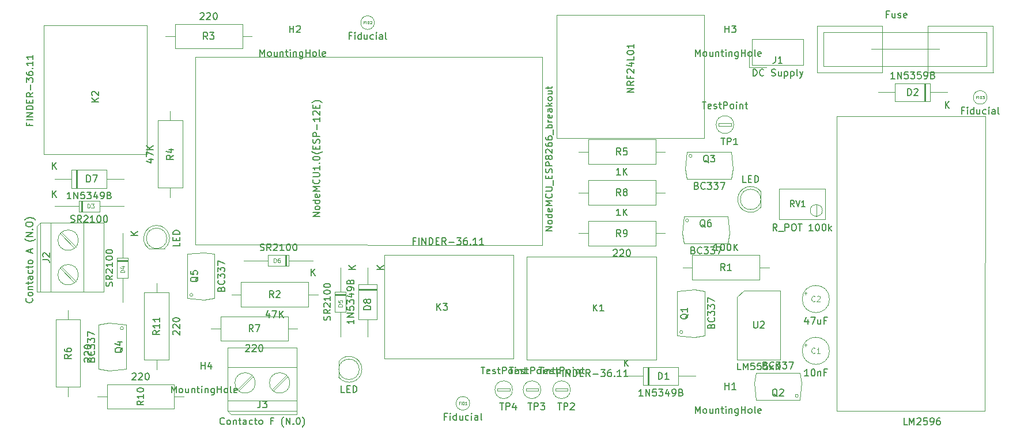
<source format=gbr>
%TF.GenerationSoftware,KiCad,Pcbnew,5.1.7-a382d34a8~87~ubuntu18.04.1*%
%TF.CreationDate,2020-10-22T00:58:17-03:00*%
%TF.ProjectId,Disp_Sec_V_1,44697370-5f53-4656-935f-565f312e6b69,1.1*%
%TF.SameCoordinates,Original*%
%TF.FileFunction,Other,Fab,Top*%
%FSLAX46Y46*%
G04 Gerber Fmt 4.6, Leading zero omitted, Abs format (unit mm)*
G04 Created by KiCad (PCBNEW 5.1.7-a382d34a8~87~ubuntu18.04.1) date 2020-10-22 00:58:17*
%MOMM*%
%LPD*%
G01*
G04 APERTURE LIST*
%ADD10C,0.120000*%
%ADD11C,0.100000*%
%ADD12C,0.150000*%
%ADD13C,0.060000*%
%ADD14C,0.091200*%
G04 APERTURE END LIST*
D10*
%TO.C,TP4*%
X153300000Y-119000000D02*
G75*
G03*
X153300000Y-119000000I-1300000J0D01*
G01*
X151100000Y-119200000D02*
X151100000Y-118800000D01*
X152900000Y-119200000D02*
X151100000Y-119200000D01*
X152900000Y-118800000D02*
X152900000Y-119200000D01*
X151100000Y-118800000D02*
X152900000Y-118800000D01*
%TO.C,TP3*%
X157450000Y-119000000D02*
G75*
G03*
X157450000Y-119000000I-1300000J0D01*
G01*
X155250000Y-119200000D02*
X155250000Y-118800000D01*
X157050000Y-119200000D02*
X155250000Y-119200000D01*
X157050000Y-118800000D02*
X157050000Y-119200000D01*
X155250000Y-118800000D02*
X157050000Y-118800000D01*
%TO.C,TP2*%
X161800000Y-119000000D02*
G75*
G03*
X161800000Y-119000000I-1300000J0D01*
G01*
X159600000Y-119200000D02*
X159600000Y-118800000D01*
X161400000Y-119200000D02*
X159600000Y-119200000D01*
X161400000Y-118800000D02*
X161400000Y-119200000D01*
X159600000Y-118800000D02*
X161400000Y-118800000D01*
%TO.C,TP1*%
X185800000Y-80000000D02*
G75*
G03*
X185800000Y-80000000I-1300000J0D01*
G01*
X183600000Y-80200000D02*
X183600000Y-79800000D01*
X185400000Y-80200000D02*
X183600000Y-80200000D01*
X185400000Y-79800000D02*
X185400000Y-80200000D01*
X183600000Y-79800000D02*
X185400000Y-79800000D01*
D11*
%TO.C,FID3*%
X223000000Y-76000000D02*
G75*
G03*
X223000000Y-76000000I-1000000J0D01*
G01*
%TO.C,FID2*%
X133000000Y-65000000D02*
G75*
G03*
X133000000Y-65000000I-1000000J0D01*
G01*
%TO.C,FID1*%
X147000000Y-121000000D02*
G75*
G03*
X147000000Y-121000000I-1000000J0D01*
G01*
%TO.C,R7*%
X121700000Y-110000000D02*
X120300000Y-110000000D01*
X109000000Y-110000000D02*
X110400000Y-110000000D01*
X120300000Y-108200000D02*
X110400000Y-108200000D01*
X120300000Y-111800000D02*
X120300000Y-108200000D01*
X110400000Y-111800000D02*
X120300000Y-111800000D01*
X110400000Y-108200000D02*
X110400000Y-111800000D01*
%TO.C,J2*%
X89138000Y-103035000D02*
X87045000Y-100943000D01*
X88955000Y-103218000D02*
X86862000Y-101126000D01*
X89138000Y-97955000D02*
X87045000Y-95862000D01*
X88955000Y-98138000D02*
X86862000Y-96045000D01*
X90300000Y-94460000D02*
X90300000Y-104620000D01*
X85400000Y-94460000D02*
X85400000Y-104620000D01*
X83900000Y-94460000D02*
X83900000Y-104620000D01*
X83900000Y-94460000D02*
X93200000Y-94460000D01*
X83400000Y-94960000D02*
X83900000Y-94460000D01*
X83400000Y-104620000D02*
X83400000Y-94960000D01*
X93200000Y-104620000D02*
X83400000Y-104620000D01*
X93200000Y-94460000D02*
X93200000Y-104620000D01*
X89500000Y-102080000D02*
G75*
G03*
X89500000Y-102080000I-1500000J0D01*
G01*
X89500000Y-97000000D02*
G75*
G03*
X89500000Y-97000000I-1500000J0D01*
G01*
D10*
%TO.C,Q4*%
X92500000Y-109450000D02*
X92500000Y-115950000D01*
X96500000Y-115950000D02*
X96500000Y-109450000D01*
X92500000Y-109450000D02*
X94000000Y-109200000D01*
X94000000Y-109200000D02*
X96500000Y-109450000D01*
X94000000Y-116200000D02*
X92500000Y-115950000D01*
X96500000Y-115950000D02*
X94000000Y-116200000D01*
X96123607Y-109950000D02*
G75*
G03*
X96123607Y-109950000I-223607J0D01*
G01*
D11*
%TO.C,R6*%
X88000000Y-107300000D02*
X88000000Y-108700000D01*
X88000000Y-120000000D02*
X88000000Y-118600000D01*
X86200000Y-108700000D02*
X86200000Y-118600000D01*
X89800000Y-108700000D02*
X86200000Y-108700000D01*
X89800000Y-118600000D02*
X89800000Y-108700000D01*
X86200000Y-118600000D02*
X89800000Y-118600000D01*
%TO.C,D1*%
X173160000Y-115650000D02*
X173160000Y-118350000D01*
X173360000Y-115650000D02*
X173360000Y-118350000D01*
X173260000Y-115650000D02*
X173260000Y-118350000D01*
X180160000Y-117000000D02*
X177680000Y-117000000D01*
X170000000Y-117000000D02*
X172480000Y-117000000D01*
X177680000Y-115650000D02*
X172480000Y-115650000D01*
X177680000Y-118350000D02*
X177680000Y-115650000D01*
X172480000Y-118350000D02*
X177680000Y-118350000D01*
X172480000Y-115650000D02*
X172480000Y-118350000D01*
%TO.C,U1*%
X106686600Y-97674600D02*
X106686600Y-70014000D01*
X106686600Y-70014000D02*
X157702500Y-70014000D01*
X157689800Y-97700000D02*
X157702500Y-70014000D01*
X106686600Y-97674600D02*
X157689800Y-97700000D01*
D10*
%TO.C,Q6*%
X178450000Y-97500000D02*
X184950000Y-97500000D01*
X184950000Y-93500000D02*
X178450000Y-93500000D01*
X178450000Y-97500000D02*
X178200000Y-96000000D01*
X178200000Y-96000000D02*
X178450000Y-93500000D01*
X185200000Y-96000000D02*
X184950000Y-97500000D01*
X184950000Y-93500000D02*
X185200000Y-96000000D01*
X179173607Y-94100000D02*
G75*
G03*
X179173607Y-94100000I-223607J0D01*
G01*
D11*
%TO.C,D7*%
X89160000Y-86650000D02*
X89160000Y-89350000D01*
X89360000Y-86650000D02*
X89360000Y-89350000D01*
X89260000Y-86650000D02*
X89260000Y-89350000D01*
X96160000Y-88000000D02*
X93680000Y-88000000D01*
X86000000Y-88000000D02*
X88480000Y-88000000D01*
X93680000Y-86650000D02*
X88480000Y-86650000D01*
X93680000Y-89350000D02*
X93680000Y-86650000D01*
X88480000Y-89350000D02*
X93680000Y-89350000D01*
X88480000Y-86650000D02*
X88480000Y-89350000D01*
%TO.C,K3*%
X134430000Y-99210000D02*
X153430000Y-99210000D01*
X153430000Y-99210000D02*
X153430000Y-114410000D01*
X153430000Y-114410000D02*
X134430000Y-114410000D01*
X134430000Y-114410000D02*
X134430000Y-99210000D01*
%TO.C,D8*%
X133350000Y-104160000D02*
X130650000Y-104160000D01*
X133350000Y-104360000D02*
X130650000Y-104360000D01*
X133350000Y-104260000D02*
X130650000Y-104260000D01*
X132000000Y-111160000D02*
X132000000Y-108680000D01*
X132000000Y-101000000D02*
X132000000Y-103480000D01*
X133350000Y-108680000D02*
X133350000Y-103480000D01*
X130650000Y-108680000D02*
X133350000Y-108680000D01*
X130650000Y-103480000D02*
X130650000Y-108680000D01*
X133350000Y-103480000D02*
X130650000Y-103480000D01*
D10*
%TO.C,U3*%
X159759300Y-63856000D02*
X159759300Y-81953500D01*
X181450900Y-63856000D02*
X159759300Y-63856000D01*
X181463600Y-81978900D02*
X181450900Y-63856000D01*
X159772000Y-81953500D02*
X181463600Y-81978900D01*
D11*
%TO.C,J3*%
X120035000Y-116862000D02*
X117943000Y-118955000D01*
X120218000Y-117045000D02*
X118126000Y-119138000D01*
X114955000Y-116862000D02*
X112862000Y-118955000D01*
X115138000Y-117045000D02*
X113045000Y-119138000D01*
X111460000Y-115700000D02*
X121620000Y-115700000D01*
X111460000Y-120600000D02*
X121620000Y-120600000D01*
X111460000Y-122100000D02*
X121620000Y-122100000D01*
X111460000Y-122100000D02*
X111460000Y-112800000D01*
X111960000Y-122600000D02*
X111460000Y-122100000D01*
X121620000Y-122600000D02*
X111960000Y-122600000D01*
X121620000Y-112800000D02*
X121620000Y-122600000D01*
X111460000Y-112800000D02*
X121620000Y-112800000D01*
X120580000Y-118000000D02*
G75*
G03*
X120580000Y-118000000I-1500000J0D01*
G01*
X115500000Y-118000000D02*
G75*
G03*
X115500000Y-118000000I-1500000J0D01*
G01*
D10*
%TO.C,Q5*%
X109500000Y-105550000D02*
X109500000Y-99050000D01*
X105500000Y-99050000D02*
X105500000Y-105550000D01*
X109500000Y-105550000D02*
X108000000Y-105800000D01*
X108000000Y-105800000D02*
X105500000Y-105550000D01*
X108000000Y-98800000D02*
X109500000Y-99050000D01*
X105500000Y-99050000D02*
X108000000Y-98800000D01*
X106323607Y-105050000D02*
G75*
G03*
X106323607Y-105050000I-223607J0D01*
G01*
D11*
%TO.C,K1*%
X174400000Y-114600000D02*
X155400000Y-114600000D01*
X155400000Y-114600000D02*
X155400000Y-99400000D01*
X155400000Y-99400000D02*
X174400000Y-99400000D01*
X174400000Y-99400000D02*
X174400000Y-114600000D01*
D10*
%TO.C,Q1*%
X181500000Y-111020000D02*
X181500000Y-104520000D01*
X177500000Y-104520000D02*
X177500000Y-111020000D01*
X181500000Y-111020000D02*
X180000000Y-111270000D01*
X180000000Y-111270000D02*
X177500000Y-111020000D01*
X180000000Y-104270000D02*
X181500000Y-104520000D01*
X177500000Y-104520000D02*
X180000000Y-104270000D01*
X178323607Y-110520000D02*
G75*
G03*
X178323607Y-110520000I-223607J0D01*
G01*
D11*
%TO.C,U4*%
X200920000Y-78735900D02*
X200894600Y-122106400D01*
X222738600Y-78735900D02*
X222725900Y-122106400D01*
X200894600Y-122106400D02*
X222713200Y-122106400D01*
X200920000Y-78735900D02*
X222738600Y-78735900D01*
%TO.C,F1*%
X215970000Y-68910000D02*
X205970000Y-68910000D01*
X222970000Y-71410000D02*
X198970000Y-71410000D01*
X198970000Y-71410000D02*
X198970000Y-66410000D01*
X198970000Y-66410000D02*
X222970000Y-66410000D01*
X222970000Y-66410000D02*
X222970000Y-71410000D01*
X207620000Y-72310000D02*
X207620000Y-65510000D01*
X207620000Y-65510000D02*
X198070000Y-65510000D01*
X198070000Y-65510000D02*
X198070000Y-72310000D01*
X198070000Y-72310000D02*
X207620000Y-72310000D01*
X223920000Y-72310000D02*
X214320000Y-72310000D01*
X214320000Y-72310000D02*
X214320000Y-65510000D01*
X214320000Y-65510000D02*
X223870000Y-65510000D01*
X223870000Y-65510000D02*
X223870000Y-72310000D01*
%TO.C,D6*%
X120084000Y-100800000D02*
X120084000Y-99200000D01*
X119884000Y-100800000D02*
X119884000Y-99200000D01*
X119984000Y-100800000D02*
X119984000Y-99200000D01*
X113840000Y-100000000D02*
X117400000Y-100000000D01*
X124000000Y-100000000D02*
X120440000Y-100000000D01*
X117400000Y-100800000D02*
X120440000Y-100800000D01*
X117400000Y-99200000D02*
X117400000Y-100800000D01*
X120440000Y-99200000D02*
X117400000Y-99200000D01*
X120440000Y-100800000D02*
X120440000Y-99200000D01*
%TO.C,U2*%
X186315000Y-105390000D02*
X187315000Y-104390000D01*
X186315000Y-114550000D02*
X186315000Y-105390000D01*
X192665000Y-114550000D02*
X186315000Y-114550000D01*
X192665000Y-104390000D02*
X192665000Y-114550000D01*
X187315000Y-104390000D02*
X192665000Y-104390000D01*
%TO.C,RV1*%
X197925000Y-93512000D02*
X197926000Y-91749000D01*
X197925000Y-93512000D02*
X197926000Y-91749000D01*
X199195000Y-89400000D02*
X192485000Y-89400000D01*
X199195000Y-93900000D02*
X199195000Y-89400000D01*
X192485000Y-93900000D02*
X199195000Y-93900000D01*
X192485000Y-89400000D02*
X192485000Y-93900000D01*
X198815000Y-92630000D02*
G75*
G03*
X198815000Y-92630000I-890000J0D01*
G01*
%TO.C,R11*%
X101000000Y-103300000D02*
X101000000Y-104700000D01*
X101000000Y-116000000D02*
X101000000Y-114600000D01*
X99200000Y-104700000D02*
X99200000Y-114600000D01*
X102800000Y-104700000D02*
X99200000Y-104700000D01*
X102800000Y-114600000D02*
X102800000Y-104700000D01*
X99200000Y-114600000D02*
X102800000Y-114600000D01*
%TO.C,R10*%
X92300000Y-120000000D02*
X93700000Y-120000000D01*
X105000000Y-120000000D02*
X103600000Y-120000000D01*
X93700000Y-121800000D02*
X103600000Y-121800000D01*
X93700000Y-118200000D02*
X93700000Y-121800000D01*
X103600000Y-118200000D02*
X93700000Y-118200000D01*
X103600000Y-121800000D02*
X103600000Y-118200000D01*
%TO.C,R9*%
X175700000Y-96000000D02*
X174300000Y-96000000D01*
X163000000Y-96000000D02*
X164400000Y-96000000D01*
X174300000Y-94200000D02*
X164400000Y-94200000D01*
X174300000Y-97800000D02*
X174300000Y-94200000D01*
X164400000Y-97800000D02*
X174300000Y-97800000D01*
X164400000Y-94200000D02*
X164400000Y-97800000D01*
%TO.C,R8*%
X175700000Y-90000000D02*
X174300000Y-90000000D01*
X163000000Y-90000000D02*
X164400000Y-90000000D01*
X174300000Y-88200000D02*
X164400000Y-88200000D01*
X174300000Y-91800000D02*
X174300000Y-88200000D01*
X164400000Y-91800000D02*
X174300000Y-91800000D01*
X164400000Y-88200000D02*
X164400000Y-91800000D01*
%TO.C,R5*%
X175700000Y-84000000D02*
X174300000Y-84000000D01*
X163000000Y-84000000D02*
X164400000Y-84000000D01*
X174300000Y-82200000D02*
X164400000Y-82200000D01*
X174300000Y-85800000D02*
X174300000Y-82200000D01*
X164400000Y-85800000D02*
X174300000Y-85800000D01*
X164400000Y-82200000D02*
X164400000Y-85800000D01*
%TO.C,R4*%
X103000000Y-90700000D02*
X103000000Y-89300000D01*
X103000000Y-78000000D02*
X103000000Y-79400000D01*
X104800000Y-89300000D02*
X104800000Y-79400000D01*
X101200000Y-89300000D02*
X104800000Y-89300000D01*
X101200000Y-79400000D02*
X101200000Y-89300000D01*
X104800000Y-79400000D02*
X101200000Y-79400000D01*
%TO.C,R3*%
X102300000Y-67000000D02*
X103700000Y-67000000D01*
X115000000Y-67000000D02*
X113600000Y-67000000D01*
X103700000Y-68800000D02*
X113600000Y-68800000D01*
X103700000Y-65200000D02*
X103700000Y-68800000D01*
X113600000Y-65200000D02*
X103700000Y-65200000D01*
X113600000Y-68800000D02*
X113600000Y-65200000D01*
%TO.C,R2*%
X124700000Y-105000000D02*
X123300000Y-105000000D01*
X112000000Y-105000000D02*
X113400000Y-105000000D01*
X123300000Y-103200000D02*
X113400000Y-103200000D01*
X123300000Y-106800000D02*
X123300000Y-103200000D01*
X113400000Y-106800000D02*
X123300000Y-106800000D01*
X113400000Y-103200000D02*
X113400000Y-106800000D01*
%TO.C,R1*%
X178300000Y-101000000D02*
X179700000Y-101000000D01*
X191000000Y-101000000D02*
X189600000Y-101000000D01*
X179700000Y-102800000D02*
X189600000Y-102800000D01*
X179700000Y-99200000D02*
X179700000Y-102800000D01*
X189600000Y-99200000D02*
X179700000Y-99200000D01*
X189600000Y-102800000D02*
X189600000Y-99200000D01*
D10*
%TO.C,Q3*%
X178950000Y-88000000D02*
X185450000Y-88000000D01*
X185450000Y-84000000D02*
X178950000Y-84000000D01*
X178950000Y-88000000D02*
X178700000Y-86500000D01*
X178700000Y-86500000D02*
X178950000Y-84000000D01*
X185700000Y-86500000D02*
X185450000Y-88000000D01*
X185450000Y-84000000D02*
X185700000Y-86500000D01*
X179673607Y-84600000D02*
G75*
G03*
X179673607Y-84600000I-223607J0D01*
G01*
%TO.C,Q2*%
X195550000Y-116500000D02*
X189050000Y-116500000D01*
X189050000Y-120500000D02*
X195550000Y-120500000D01*
X195550000Y-116500000D02*
X195800000Y-118000000D01*
X195800000Y-118000000D02*
X195550000Y-120500000D01*
X188800000Y-118000000D02*
X189050000Y-116500000D01*
X189050000Y-120500000D02*
X188800000Y-118000000D01*
X195273607Y-119900000D02*
G75*
G03*
X195273607Y-119900000I-223607J0D01*
G01*
D11*
%TO.C,K2*%
X84400000Y-84400000D02*
X84400000Y-65400000D01*
X84400000Y-65400000D02*
X99600000Y-65400000D01*
X99600000Y-65400000D02*
X99600000Y-84400000D01*
X99600000Y-84400000D02*
X84400000Y-84400000D01*
%TO.C,J1*%
X188090000Y-71610000D02*
X190590000Y-71610000D01*
X188090000Y-69110000D02*
X188090000Y-71610000D01*
X196000000Y-67400000D02*
X188500000Y-67400000D01*
X196000000Y-71200000D02*
X196000000Y-67400000D01*
X188500000Y-71200000D02*
X196000000Y-71200000D01*
X188500000Y-67400000D02*
X188500000Y-71200000D01*
%TO.C,D11*%
X127770000Y-114833810D02*
X127770000Y-117166190D01*
X130770000Y-116000000D02*
G75*
G03*
X130770000Y-116000000I-1500000J0D01*
G01*
X127769445Y-117165476D02*
G75*
G03*
X127770000Y-114833810I1500555J1165476D01*
G01*
%TO.C,D10*%
X99833810Y-98230000D02*
X102166190Y-98230000D01*
X102500000Y-96730000D02*
G75*
G03*
X102500000Y-96730000I-1500000J0D01*
G01*
X102165476Y-98230555D02*
G75*
G03*
X99833810Y-98230000I-1165476J1500555D01*
G01*
%TO.C,D9*%
X189770000Y-92166190D02*
X189770000Y-89833810D01*
X189770000Y-91000000D02*
G75*
G03*
X189770000Y-91000000I-1500000J0D01*
G01*
X189770555Y-89834524D02*
G75*
G03*
X189770000Y-92166190I-1500555J-1165476D01*
G01*
%TO.C,D5*%
X128800000Y-104916000D02*
X127200000Y-104916000D01*
X128800000Y-105116000D02*
X127200000Y-105116000D01*
X128800000Y-105016000D02*
X127200000Y-105016000D01*
X128000000Y-111160000D02*
X128000000Y-107600000D01*
X128000000Y-101000000D02*
X128000000Y-104560000D01*
X128800000Y-107600000D02*
X128800000Y-104560000D01*
X127200000Y-107600000D02*
X128800000Y-107600000D01*
X127200000Y-104560000D02*
X127200000Y-107600000D01*
X128800000Y-104560000D02*
X127200000Y-104560000D01*
%TO.C,D4*%
X96800000Y-99916000D02*
X95200000Y-99916000D01*
X96800000Y-100116000D02*
X95200000Y-100116000D01*
X96800000Y-100016000D02*
X95200000Y-100016000D01*
X96000000Y-106160000D02*
X96000000Y-102600000D01*
X96000000Y-96000000D02*
X96000000Y-99560000D01*
X96800000Y-102600000D02*
X96800000Y-99560000D01*
X95200000Y-102600000D02*
X96800000Y-102600000D01*
X95200000Y-99560000D02*
X95200000Y-102600000D01*
X96800000Y-99560000D02*
X95200000Y-99560000D01*
%TO.C,D3*%
X89916000Y-91200000D02*
X89916000Y-92800000D01*
X90116000Y-91200000D02*
X90116000Y-92800000D01*
X90016000Y-91200000D02*
X90016000Y-92800000D01*
X96160000Y-92000000D02*
X92600000Y-92000000D01*
X86000000Y-92000000D02*
X89560000Y-92000000D01*
X92600000Y-91200000D02*
X89560000Y-91200000D01*
X92600000Y-92800000D02*
X92600000Y-91200000D01*
X89560000Y-92800000D02*
X92600000Y-92800000D01*
X89560000Y-91200000D02*
X89560000Y-92800000D01*
%TO.C,D2*%
X214000000Y-76610000D02*
X214000000Y-73910000D01*
X213800000Y-76610000D02*
X213800000Y-73910000D01*
X213900000Y-76610000D02*
X213900000Y-73910000D01*
X207000000Y-75260000D02*
X209480000Y-75260000D01*
X217160000Y-75260000D02*
X214680000Y-75260000D01*
X209480000Y-76610000D02*
X214680000Y-76610000D01*
X209480000Y-73910000D02*
X209480000Y-76610000D01*
X214680000Y-73910000D02*
X209480000Y-73910000D01*
X214680000Y-76610000D02*
X214680000Y-73910000D01*
%TO.C,C2*%
X196357446Y-104592500D02*
X196357446Y-104992500D01*
X196157446Y-104792500D02*
X196557446Y-104792500D01*
X199860000Y-105660000D02*
G75*
G03*
X199860000Y-105660000I-2000000J0D01*
G01*
%TO.C,C1*%
X196357446Y-112212500D02*
X196357446Y-112612500D01*
X196157446Y-112412500D02*
X196557446Y-112412500D01*
X199860000Y-113280000D02*
G75*
G03*
X199860000Y-113280000I-2000000J0D01*
G01*
%TD*%
%TO.C,TP4*%
D12*
X148666666Y-115652380D02*
X149238095Y-115652380D01*
X148952380Y-116652380D02*
X148952380Y-115652380D01*
X149952380Y-116604761D02*
X149857142Y-116652380D01*
X149666666Y-116652380D01*
X149571428Y-116604761D01*
X149523809Y-116509523D01*
X149523809Y-116128571D01*
X149571428Y-116033333D01*
X149666666Y-115985714D01*
X149857142Y-115985714D01*
X149952380Y-116033333D01*
X150000000Y-116128571D01*
X150000000Y-116223809D01*
X149523809Y-116319047D01*
X150380952Y-116604761D02*
X150476190Y-116652380D01*
X150666666Y-116652380D01*
X150761904Y-116604761D01*
X150809523Y-116509523D01*
X150809523Y-116461904D01*
X150761904Y-116366666D01*
X150666666Y-116319047D01*
X150523809Y-116319047D01*
X150428571Y-116271428D01*
X150380952Y-116176190D01*
X150380952Y-116128571D01*
X150428571Y-116033333D01*
X150523809Y-115985714D01*
X150666666Y-115985714D01*
X150761904Y-116033333D01*
X151095238Y-115985714D02*
X151476190Y-115985714D01*
X151238095Y-115652380D02*
X151238095Y-116509523D01*
X151285714Y-116604761D01*
X151380952Y-116652380D01*
X151476190Y-116652380D01*
X151809523Y-116652380D02*
X151809523Y-115652380D01*
X152190476Y-115652380D01*
X152285714Y-115700000D01*
X152333333Y-115747619D01*
X152380952Y-115842857D01*
X152380952Y-115985714D01*
X152333333Y-116080952D01*
X152285714Y-116128571D01*
X152190476Y-116176190D01*
X151809523Y-116176190D01*
X152952380Y-116652380D02*
X152857142Y-116604761D01*
X152809523Y-116557142D01*
X152761904Y-116461904D01*
X152761904Y-116176190D01*
X152809523Y-116080952D01*
X152857142Y-116033333D01*
X152952380Y-115985714D01*
X153095238Y-115985714D01*
X153190476Y-116033333D01*
X153238095Y-116080952D01*
X153285714Y-116176190D01*
X153285714Y-116461904D01*
X153238095Y-116557142D01*
X153190476Y-116604761D01*
X153095238Y-116652380D01*
X152952380Y-116652380D01*
X153714285Y-116652380D02*
X153714285Y-115985714D01*
X153714285Y-115652380D02*
X153666666Y-115700000D01*
X153714285Y-115747619D01*
X153761904Y-115700000D01*
X153714285Y-115652380D01*
X153714285Y-115747619D01*
X154190476Y-115985714D02*
X154190476Y-116652380D01*
X154190476Y-116080952D02*
X154238095Y-116033333D01*
X154333333Y-115985714D01*
X154476190Y-115985714D01*
X154571428Y-116033333D01*
X154619047Y-116128571D01*
X154619047Y-116652380D01*
X154952380Y-115985714D02*
X155333333Y-115985714D01*
X155095238Y-115652380D02*
X155095238Y-116509523D01*
X155142857Y-116604761D01*
X155238095Y-116652380D01*
X155333333Y-116652380D01*
X151438095Y-120952380D02*
X152009523Y-120952380D01*
X151723809Y-121952380D02*
X151723809Y-120952380D01*
X152342857Y-121952380D02*
X152342857Y-120952380D01*
X152723809Y-120952380D01*
X152819047Y-121000000D01*
X152866666Y-121047619D01*
X152914285Y-121142857D01*
X152914285Y-121285714D01*
X152866666Y-121380952D01*
X152819047Y-121428571D01*
X152723809Y-121476190D01*
X152342857Y-121476190D01*
X153771428Y-121285714D02*
X153771428Y-121952380D01*
X153533333Y-120904761D02*
X153295238Y-121619047D01*
X153914285Y-121619047D01*
%TO.C,TP3*%
X152816666Y-115652380D02*
X153388095Y-115652380D01*
X153102380Y-116652380D02*
X153102380Y-115652380D01*
X154102380Y-116604761D02*
X154007142Y-116652380D01*
X153816666Y-116652380D01*
X153721428Y-116604761D01*
X153673809Y-116509523D01*
X153673809Y-116128571D01*
X153721428Y-116033333D01*
X153816666Y-115985714D01*
X154007142Y-115985714D01*
X154102380Y-116033333D01*
X154150000Y-116128571D01*
X154150000Y-116223809D01*
X153673809Y-116319047D01*
X154530952Y-116604761D02*
X154626190Y-116652380D01*
X154816666Y-116652380D01*
X154911904Y-116604761D01*
X154959523Y-116509523D01*
X154959523Y-116461904D01*
X154911904Y-116366666D01*
X154816666Y-116319047D01*
X154673809Y-116319047D01*
X154578571Y-116271428D01*
X154530952Y-116176190D01*
X154530952Y-116128571D01*
X154578571Y-116033333D01*
X154673809Y-115985714D01*
X154816666Y-115985714D01*
X154911904Y-116033333D01*
X155245238Y-115985714D02*
X155626190Y-115985714D01*
X155388095Y-115652380D02*
X155388095Y-116509523D01*
X155435714Y-116604761D01*
X155530952Y-116652380D01*
X155626190Y-116652380D01*
X155959523Y-116652380D02*
X155959523Y-115652380D01*
X156340476Y-115652380D01*
X156435714Y-115700000D01*
X156483333Y-115747619D01*
X156530952Y-115842857D01*
X156530952Y-115985714D01*
X156483333Y-116080952D01*
X156435714Y-116128571D01*
X156340476Y-116176190D01*
X155959523Y-116176190D01*
X157102380Y-116652380D02*
X157007142Y-116604761D01*
X156959523Y-116557142D01*
X156911904Y-116461904D01*
X156911904Y-116176190D01*
X156959523Y-116080952D01*
X157007142Y-116033333D01*
X157102380Y-115985714D01*
X157245238Y-115985714D01*
X157340476Y-116033333D01*
X157388095Y-116080952D01*
X157435714Y-116176190D01*
X157435714Y-116461904D01*
X157388095Y-116557142D01*
X157340476Y-116604761D01*
X157245238Y-116652380D01*
X157102380Y-116652380D01*
X157864285Y-116652380D02*
X157864285Y-115985714D01*
X157864285Y-115652380D02*
X157816666Y-115700000D01*
X157864285Y-115747619D01*
X157911904Y-115700000D01*
X157864285Y-115652380D01*
X157864285Y-115747619D01*
X158340476Y-115985714D02*
X158340476Y-116652380D01*
X158340476Y-116080952D02*
X158388095Y-116033333D01*
X158483333Y-115985714D01*
X158626190Y-115985714D01*
X158721428Y-116033333D01*
X158769047Y-116128571D01*
X158769047Y-116652380D01*
X159102380Y-115985714D02*
X159483333Y-115985714D01*
X159245238Y-115652380D02*
X159245238Y-116509523D01*
X159292857Y-116604761D01*
X159388095Y-116652380D01*
X159483333Y-116652380D01*
X155588095Y-120952380D02*
X156159523Y-120952380D01*
X155873809Y-121952380D02*
X155873809Y-120952380D01*
X156492857Y-121952380D02*
X156492857Y-120952380D01*
X156873809Y-120952380D01*
X156969047Y-121000000D01*
X157016666Y-121047619D01*
X157064285Y-121142857D01*
X157064285Y-121285714D01*
X157016666Y-121380952D01*
X156969047Y-121428571D01*
X156873809Y-121476190D01*
X156492857Y-121476190D01*
X157397619Y-120952380D02*
X158016666Y-120952380D01*
X157683333Y-121333333D01*
X157826190Y-121333333D01*
X157921428Y-121380952D01*
X157969047Y-121428571D01*
X158016666Y-121523809D01*
X158016666Y-121761904D01*
X157969047Y-121857142D01*
X157921428Y-121904761D01*
X157826190Y-121952380D01*
X157540476Y-121952380D01*
X157445238Y-121904761D01*
X157397619Y-121857142D01*
%TO.C,TP2*%
X157166666Y-115652380D02*
X157738095Y-115652380D01*
X157452380Y-116652380D02*
X157452380Y-115652380D01*
X158452380Y-116604761D02*
X158357142Y-116652380D01*
X158166666Y-116652380D01*
X158071428Y-116604761D01*
X158023809Y-116509523D01*
X158023809Y-116128571D01*
X158071428Y-116033333D01*
X158166666Y-115985714D01*
X158357142Y-115985714D01*
X158452380Y-116033333D01*
X158500000Y-116128571D01*
X158500000Y-116223809D01*
X158023809Y-116319047D01*
X158880952Y-116604761D02*
X158976190Y-116652380D01*
X159166666Y-116652380D01*
X159261904Y-116604761D01*
X159309523Y-116509523D01*
X159309523Y-116461904D01*
X159261904Y-116366666D01*
X159166666Y-116319047D01*
X159023809Y-116319047D01*
X158928571Y-116271428D01*
X158880952Y-116176190D01*
X158880952Y-116128571D01*
X158928571Y-116033333D01*
X159023809Y-115985714D01*
X159166666Y-115985714D01*
X159261904Y-116033333D01*
X159595238Y-115985714D02*
X159976190Y-115985714D01*
X159738095Y-115652380D02*
X159738095Y-116509523D01*
X159785714Y-116604761D01*
X159880952Y-116652380D01*
X159976190Y-116652380D01*
X160309523Y-116652380D02*
X160309523Y-115652380D01*
X160690476Y-115652380D01*
X160785714Y-115700000D01*
X160833333Y-115747619D01*
X160880952Y-115842857D01*
X160880952Y-115985714D01*
X160833333Y-116080952D01*
X160785714Y-116128571D01*
X160690476Y-116176190D01*
X160309523Y-116176190D01*
X161452380Y-116652380D02*
X161357142Y-116604761D01*
X161309523Y-116557142D01*
X161261904Y-116461904D01*
X161261904Y-116176190D01*
X161309523Y-116080952D01*
X161357142Y-116033333D01*
X161452380Y-115985714D01*
X161595238Y-115985714D01*
X161690476Y-116033333D01*
X161738095Y-116080952D01*
X161785714Y-116176190D01*
X161785714Y-116461904D01*
X161738095Y-116557142D01*
X161690476Y-116604761D01*
X161595238Y-116652380D01*
X161452380Y-116652380D01*
X162214285Y-116652380D02*
X162214285Y-115985714D01*
X162214285Y-115652380D02*
X162166666Y-115700000D01*
X162214285Y-115747619D01*
X162261904Y-115700000D01*
X162214285Y-115652380D01*
X162214285Y-115747619D01*
X162690476Y-115985714D02*
X162690476Y-116652380D01*
X162690476Y-116080952D02*
X162738095Y-116033333D01*
X162833333Y-115985714D01*
X162976190Y-115985714D01*
X163071428Y-116033333D01*
X163119047Y-116128571D01*
X163119047Y-116652380D01*
X163452380Y-115985714D02*
X163833333Y-115985714D01*
X163595238Y-115652380D02*
X163595238Y-116509523D01*
X163642857Y-116604761D01*
X163738095Y-116652380D01*
X163833333Y-116652380D01*
X159938095Y-120952380D02*
X160509523Y-120952380D01*
X160223809Y-121952380D02*
X160223809Y-120952380D01*
X160842857Y-121952380D02*
X160842857Y-120952380D01*
X161223809Y-120952380D01*
X161319047Y-121000000D01*
X161366666Y-121047619D01*
X161414285Y-121142857D01*
X161414285Y-121285714D01*
X161366666Y-121380952D01*
X161319047Y-121428571D01*
X161223809Y-121476190D01*
X160842857Y-121476190D01*
X161795238Y-121047619D02*
X161842857Y-121000000D01*
X161938095Y-120952380D01*
X162176190Y-120952380D01*
X162271428Y-121000000D01*
X162319047Y-121047619D01*
X162366666Y-121142857D01*
X162366666Y-121238095D01*
X162319047Y-121380952D01*
X161747619Y-121952380D01*
X162366666Y-121952380D01*
%TO.C,TP1*%
X181166666Y-76652380D02*
X181738095Y-76652380D01*
X181452380Y-77652380D02*
X181452380Y-76652380D01*
X182452380Y-77604761D02*
X182357142Y-77652380D01*
X182166666Y-77652380D01*
X182071428Y-77604761D01*
X182023809Y-77509523D01*
X182023809Y-77128571D01*
X182071428Y-77033333D01*
X182166666Y-76985714D01*
X182357142Y-76985714D01*
X182452380Y-77033333D01*
X182500000Y-77128571D01*
X182500000Y-77223809D01*
X182023809Y-77319047D01*
X182880952Y-77604761D02*
X182976190Y-77652380D01*
X183166666Y-77652380D01*
X183261904Y-77604761D01*
X183309523Y-77509523D01*
X183309523Y-77461904D01*
X183261904Y-77366666D01*
X183166666Y-77319047D01*
X183023809Y-77319047D01*
X182928571Y-77271428D01*
X182880952Y-77176190D01*
X182880952Y-77128571D01*
X182928571Y-77033333D01*
X183023809Y-76985714D01*
X183166666Y-76985714D01*
X183261904Y-77033333D01*
X183595238Y-76985714D02*
X183976190Y-76985714D01*
X183738095Y-76652380D02*
X183738095Y-77509523D01*
X183785714Y-77604761D01*
X183880952Y-77652380D01*
X183976190Y-77652380D01*
X184309523Y-77652380D02*
X184309523Y-76652380D01*
X184690476Y-76652380D01*
X184785714Y-76700000D01*
X184833333Y-76747619D01*
X184880952Y-76842857D01*
X184880952Y-76985714D01*
X184833333Y-77080952D01*
X184785714Y-77128571D01*
X184690476Y-77176190D01*
X184309523Y-77176190D01*
X185452380Y-77652380D02*
X185357142Y-77604761D01*
X185309523Y-77557142D01*
X185261904Y-77461904D01*
X185261904Y-77176190D01*
X185309523Y-77080952D01*
X185357142Y-77033333D01*
X185452380Y-76985714D01*
X185595238Y-76985714D01*
X185690476Y-77033333D01*
X185738095Y-77080952D01*
X185785714Y-77176190D01*
X185785714Y-77461904D01*
X185738095Y-77557142D01*
X185690476Y-77604761D01*
X185595238Y-77652380D01*
X185452380Y-77652380D01*
X186214285Y-77652380D02*
X186214285Y-76985714D01*
X186214285Y-76652380D02*
X186166666Y-76700000D01*
X186214285Y-76747619D01*
X186261904Y-76700000D01*
X186214285Y-76652380D01*
X186214285Y-76747619D01*
X186690476Y-76985714D02*
X186690476Y-77652380D01*
X186690476Y-77080952D02*
X186738095Y-77033333D01*
X186833333Y-76985714D01*
X186976190Y-76985714D01*
X187071428Y-77033333D01*
X187119047Y-77128571D01*
X187119047Y-77652380D01*
X187452380Y-76985714D02*
X187833333Y-76985714D01*
X187595238Y-76652380D02*
X187595238Y-77509523D01*
X187642857Y-77604761D01*
X187738095Y-77652380D01*
X187833333Y-77652380D01*
X183938095Y-81952380D02*
X184509523Y-81952380D01*
X184223809Y-82952380D02*
X184223809Y-81952380D01*
X184842857Y-82952380D02*
X184842857Y-81952380D01*
X185223809Y-81952380D01*
X185319047Y-82000000D01*
X185366666Y-82047619D01*
X185414285Y-82142857D01*
X185414285Y-82285714D01*
X185366666Y-82380952D01*
X185319047Y-82428571D01*
X185223809Y-82476190D01*
X184842857Y-82476190D01*
X186366666Y-82952380D02*
X185795238Y-82952380D01*
X186080952Y-82952380D02*
X186080952Y-81952380D01*
X185985714Y-82095238D01*
X185890476Y-82190476D01*
X185795238Y-82238095D01*
%TO.C,FID3*%
X219619047Y-77928571D02*
X219285714Y-77928571D01*
X219285714Y-78452380D02*
X219285714Y-77452380D01*
X219761904Y-77452380D01*
X220142857Y-78452380D02*
X220142857Y-77785714D01*
X220142857Y-77452380D02*
X220095238Y-77500000D01*
X220142857Y-77547619D01*
X220190476Y-77500000D01*
X220142857Y-77452380D01*
X220142857Y-77547619D01*
X221047619Y-78452380D02*
X221047619Y-77452380D01*
X221047619Y-78404761D02*
X220952380Y-78452380D01*
X220761904Y-78452380D01*
X220666666Y-78404761D01*
X220619047Y-78357142D01*
X220571428Y-78261904D01*
X220571428Y-77976190D01*
X220619047Y-77880952D01*
X220666666Y-77833333D01*
X220761904Y-77785714D01*
X220952380Y-77785714D01*
X221047619Y-77833333D01*
X221952380Y-77785714D02*
X221952380Y-78452380D01*
X221523809Y-77785714D02*
X221523809Y-78309523D01*
X221571428Y-78404761D01*
X221666666Y-78452380D01*
X221809523Y-78452380D01*
X221904761Y-78404761D01*
X221952380Y-78357142D01*
X222857142Y-78404761D02*
X222761904Y-78452380D01*
X222571428Y-78452380D01*
X222476190Y-78404761D01*
X222428571Y-78357142D01*
X222380952Y-78261904D01*
X222380952Y-77976190D01*
X222428571Y-77880952D01*
X222476190Y-77833333D01*
X222571428Y-77785714D01*
X222761904Y-77785714D01*
X222857142Y-77833333D01*
X223285714Y-78452380D02*
X223285714Y-77785714D01*
X223285714Y-77452380D02*
X223238095Y-77500000D01*
X223285714Y-77547619D01*
X223333333Y-77500000D01*
X223285714Y-77452380D01*
X223285714Y-77547619D01*
X224190476Y-78452380D02*
X224190476Y-77928571D01*
X224142857Y-77833333D01*
X224047619Y-77785714D01*
X223857142Y-77785714D01*
X223761904Y-77833333D01*
X224190476Y-78404761D02*
X224095238Y-78452380D01*
X223857142Y-78452380D01*
X223761904Y-78404761D01*
X223714285Y-78309523D01*
X223714285Y-78214285D01*
X223761904Y-78119047D01*
X223857142Y-78071428D01*
X224095238Y-78071428D01*
X224190476Y-78023809D01*
X224809523Y-78452380D02*
X224714285Y-78404761D01*
X224666666Y-78309523D01*
X224666666Y-77452380D01*
D13*
X221571428Y-75971428D02*
X221438095Y-75971428D01*
X221438095Y-76180952D02*
X221438095Y-75780952D01*
X221628571Y-75780952D01*
X221780952Y-76180952D02*
X221780952Y-75780952D01*
X221971428Y-76180952D02*
X221971428Y-75780952D01*
X222066666Y-75780952D01*
X222123809Y-75800000D01*
X222161904Y-75838095D01*
X222180952Y-75876190D01*
X222200000Y-75952380D01*
X222200000Y-76009523D01*
X222180952Y-76085714D01*
X222161904Y-76123809D01*
X222123809Y-76161904D01*
X222066666Y-76180952D01*
X221971428Y-76180952D01*
X222333333Y-75780952D02*
X222580952Y-75780952D01*
X222447619Y-75933333D01*
X222504761Y-75933333D01*
X222542857Y-75952380D01*
X222561904Y-75971428D01*
X222580952Y-76009523D01*
X222580952Y-76104761D01*
X222561904Y-76142857D01*
X222542857Y-76161904D01*
X222504761Y-76180952D01*
X222390476Y-76180952D01*
X222352380Y-76161904D01*
X222333333Y-76142857D01*
%TO.C,FID2*%
D12*
X129619047Y-66928571D02*
X129285714Y-66928571D01*
X129285714Y-67452380D02*
X129285714Y-66452380D01*
X129761904Y-66452380D01*
X130142857Y-67452380D02*
X130142857Y-66785714D01*
X130142857Y-66452380D02*
X130095238Y-66500000D01*
X130142857Y-66547619D01*
X130190476Y-66500000D01*
X130142857Y-66452380D01*
X130142857Y-66547619D01*
X131047619Y-67452380D02*
X131047619Y-66452380D01*
X131047619Y-67404761D02*
X130952380Y-67452380D01*
X130761904Y-67452380D01*
X130666666Y-67404761D01*
X130619047Y-67357142D01*
X130571428Y-67261904D01*
X130571428Y-66976190D01*
X130619047Y-66880952D01*
X130666666Y-66833333D01*
X130761904Y-66785714D01*
X130952380Y-66785714D01*
X131047619Y-66833333D01*
X131952380Y-66785714D02*
X131952380Y-67452380D01*
X131523809Y-66785714D02*
X131523809Y-67309523D01*
X131571428Y-67404761D01*
X131666666Y-67452380D01*
X131809523Y-67452380D01*
X131904761Y-67404761D01*
X131952380Y-67357142D01*
X132857142Y-67404761D02*
X132761904Y-67452380D01*
X132571428Y-67452380D01*
X132476190Y-67404761D01*
X132428571Y-67357142D01*
X132380952Y-67261904D01*
X132380952Y-66976190D01*
X132428571Y-66880952D01*
X132476190Y-66833333D01*
X132571428Y-66785714D01*
X132761904Y-66785714D01*
X132857142Y-66833333D01*
X133285714Y-67452380D02*
X133285714Y-66785714D01*
X133285714Y-66452380D02*
X133238095Y-66500000D01*
X133285714Y-66547619D01*
X133333333Y-66500000D01*
X133285714Y-66452380D01*
X133285714Y-66547619D01*
X134190476Y-67452380D02*
X134190476Y-66928571D01*
X134142857Y-66833333D01*
X134047619Y-66785714D01*
X133857142Y-66785714D01*
X133761904Y-66833333D01*
X134190476Y-67404761D02*
X134095238Y-67452380D01*
X133857142Y-67452380D01*
X133761904Y-67404761D01*
X133714285Y-67309523D01*
X133714285Y-67214285D01*
X133761904Y-67119047D01*
X133857142Y-67071428D01*
X134095238Y-67071428D01*
X134190476Y-67023809D01*
X134809523Y-67452380D02*
X134714285Y-67404761D01*
X134666666Y-67309523D01*
X134666666Y-66452380D01*
D13*
X131571428Y-64971428D02*
X131438095Y-64971428D01*
X131438095Y-65180952D02*
X131438095Y-64780952D01*
X131628571Y-64780952D01*
X131780952Y-65180952D02*
X131780952Y-64780952D01*
X131971428Y-65180952D02*
X131971428Y-64780952D01*
X132066666Y-64780952D01*
X132123809Y-64800000D01*
X132161904Y-64838095D01*
X132180952Y-64876190D01*
X132200000Y-64952380D01*
X132200000Y-65009523D01*
X132180952Y-65085714D01*
X132161904Y-65123809D01*
X132123809Y-65161904D01*
X132066666Y-65180952D01*
X131971428Y-65180952D01*
X132352380Y-64819047D02*
X132371428Y-64800000D01*
X132409523Y-64780952D01*
X132504761Y-64780952D01*
X132542857Y-64800000D01*
X132561904Y-64819047D01*
X132580952Y-64857142D01*
X132580952Y-64895238D01*
X132561904Y-64952380D01*
X132333333Y-65180952D01*
X132580952Y-65180952D01*
%TO.C,FID1*%
D12*
X143619047Y-122928571D02*
X143285714Y-122928571D01*
X143285714Y-123452380D02*
X143285714Y-122452380D01*
X143761904Y-122452380D01*
X144142857Y-123452380D02*
X144142857Y-122785714D01*
X144142857Y-122452380D02*
X144095238Y-122500000D01*
X144142857Y-122547619D01*
X144190476Y-122500000D01*
X144142857Y-122452380D01*
X144142857Y-122547619D01*
X145047619Y-123452380D02*
X145047619Y-122452380D01*
X145047619Y-123404761D02*
X144952380Y-123452380D01*
X144761904Y-123452380D01*
X144666666Y-123404761D01*
X144619047Y-123357142D01*
X144571428Y-123261904D01*
X144571428Y-122976190D01*
X144619047Y-122880952D01*
X144666666Y-122833333D01*
X144761904Y-122785714D01*
X144952380Y-122785714D01*
X145047619Y-122833333D01*
X145952380Y-122785714D02*
X145952380Y-123452380D01*
X145523809Y-122785714D02*
X145523809Y-123309523D01*
X145571428Y-123404761D01*
X145666666Y-123452380D01*
X145809523Y-123452380D01*
X145904761Y-123404761D01*
X145952380Y-123357142D01*
X146857142Y-123404761D02*
X146761904Y-123452380D01*
X146571428Y-123452380D01*
X146476190Y-123404761D01*
X146428571Y-123357142D01*
X146380952Y-123261904D01*
X146380952Y-122976190D01*
X146428571Y-122880952D01*
X146476190Y-122833333D01*
X146571428Y-122785714D01*
X146761904Y-122785714D01*
X146857142Y-122833333D01*
X147285714Y-123452380D02*
X147285714Y-122785714D01*
X147285714Y-122452380D02*
X147238095Y-122500000D01*
X147285714Y-122547619D01*
X147333333Y-122500000D01*
X147285714Y-122452380D01*
X147285714Y-122547619D01*
X148190476Y-123452380D02*
X148190476Y-122928571D01*
X148142857Y-122833333D01*
X148047619Y-122785714D01*
X147857142Y-122785714D01*
X147761904Y-122833333D01*
X148190476Y-123404761D02*
X148095238Y-123452380D01*
X147857142Y-123452380D01*
X147761904Y-123404761D01*
X147714285Y-123309523D01*
X147714285Y-123214285D01*
X147761904Y-123119047D01*
X147857142Y-123071428D01*
X148095238Y-123071428D01*
X148190476Y-123023809D01*
X148809523Y-123452380D02*
X148714285Y-123404761D01*
X148666666Y-123309523D01*
X148666666Y-122452380D01*
D13*
X145571428Y-120971428D02*
X145438095Y-120971428D01*
X145438095Y-121180952D02*
X145438095Y-120780952D01*
X145628571Y-120780952D01*
X145780952Y-121180952D02*
X145780952Y-120780952D01*
X145971428Y-121180952D02*
X145971428Y-120780952D01*
X146066666Y-120780952D01*
X146123809Y-120800000D01*
X146161904Y-120838095D01*
X146180952Y-120876190D01*
X146200000Y-120952380D01*
X146200000Y-121009523D01*
X146180952Y-121085714D01*
X146161904Y-121123809D01*
X146123809Y-121161904D01*
X146066666Y-121180952D01*
X145971428Y-121180952D01*
X146580952Y-121180952D02*
X146352380Y-121180952D01*
X146466666Y-121180952D02*
X146466666Y-120780952D01*
X146428571Y-120838095D01*
X146390476Y-120876190D01*
X146352380Y-120895238D01*
%TO.C,H4*%
D12*
X103214285Y-119452380D02*
X103214285Y-118452380D01*
X103547619Y-119166666D01*
X103880952Y-118452380D01*
X103880952Y-119452380D01*
X104500000Y-119452380D02*
X104404761Y-119404761D01*
X104357142Y-119357142D01*
X104309523Y-119261904D01*
X104309523Y-118976190D01*
X104357142Y-118880952D01*
X104404761Y-118833333D01*
X104500000Y-118785714D01*
X104642857Y-118785714D01*
X104738095Y-118833333D01*
X104785714Y-118880952D01*
X104833333Y-118976190D01*
X104833333Y-119261904D01*
X104785714Y-119357142D01*
X104738095Y-119404761D01*
X104642857Y-119452380D01*
X104500000Y-119452380D01*
X105690476Y-118785714D02*
X105690476Y-119452380D01*
X105261904Y-118785714D02*
X105261904Y-119309523D01*
X105309523Y-119404761D01*
X105404761Y-119452380D01*
X105547619Y-119452380D01*
X105642857Y-119404761D01*
X105690476Y-119357142D01*
X106166666Y-118785714D02*
X106166666Y-119452380D01*
X106166666Y-118880952D02*
X106214285Y-118833333D01*
X106309523Y-118785714D01*
X106452380Y-118785714D01*
X106547619Y-118833333D01*
X106595238Y-118928571D01*
X106595238Y-119452380D01*
X106928571Y-118785714D02*
X107309523Y-118785714D01*
X107071428Y-118452380D02*
X107071428Y-119309523D01*
X107119047Y-119404761D01*
X107214285Y-119452380D01*
X107309523Y-119452380D01*
X107642857Y-119452380D02*
X107642857Y-118785714D01*
X107642857Y-118452380D02*
X107595238Y-118500000D01*
X107642857Y-118547619D01*
X107690476Y-118500000D01*
X107642857Y-118452380D01*
X107642857Y-118547619D01*
X108119047Y-118785714D02*
X108119047Y-119452380D01*
X108119047Y-118880952D02*
X108166666Y-118833333D01*
X108261904Y-118785714D01*
X108404761Y-118785714D01*
X108500000Y-118833333D01*
X108547619Y-118928571D01*
X108547619Y-119452380D01*
X109452380Y-118785714D02*
X109452380Y-119595238D01*
X109404761Y-119690476D01*
X109357142Y-119738095D01*
X109261904Y-119785714D01*
X109119047Y-119785714D01*
X109023809Y-119738095D01*
X109452380Y-119404761D02*
X109357142Y-119452380D01*
X109166666Y-119452380D01*
X109071428Y-119404761D01*
X109023809Y-119357142D01*
X108976190Y-119261904D01*
X108976190Y-118976190D01*
X109023809Y-118880952D01*
X109071428Y-118833333D01*
X109166666Y-118785714D01*
X109357142Y-118785714D01*
X109452380Y-118833333D01*
X109928571Y-119452380D02*
X109928571Y-118452380D01*
X109928571Y-118928571D02*
X110500000Y-118928571D01*
X110500000Y-119452380D02*
X110500000Y-118452380D01*
X111119047Y-119452380D02*
X111023809Y-119404761D01*
X110976190Y-119357142D01*
X110928571Y-119261904D01*
X110928571Y-118976190D01*
X110976190Y-118880952D01*
X111023809Y-118833333D01*
X111119047Y-118785714D01*
X111261904Y-118785714D01*
X111357142Y-118833333D01*
X111404761Y-118880952D01*
X111452380Y-118976190D01*
X111452380Y-119261904D01*
X111404761Y-119357142D01*
X111357142Y-119404761D01*
X111261904Y-119452380D01*
X111119047Y-119452380D01*
X112023809Y-119452380D02*
X111928571Y-119404761D01*
X111880952Y-119309523D01*
X111880952Y-118452380D01*
X112785714Y-119404761D02*
X112690476Y-119452380D01*
X112500000Y-119452380D01*
X112404761Y-119404761D01*
X112357142Y-119309523D01*
X112357142Y-118928571D01*
X112404761Y-118833333D01*
X112500000Y-118785714D01*
X112690476Y-118785714D01*
X112785714Y-118833333D01*
X112833333Y-118928571D01*
X112833333Y-119023809D01*
X112357142Y-119119047D01*
X107538095Y-115952380D02*
X107538095Y-114952380D01*
X107538095Y-115428571D02*
X108109523Y-115428571D01*
X108109523Y-115952380D02*
X108109523Y-114952380D01*
X109014285Y-115285714D02*
X109014285Y-115952380D01*
X108776190Y-114904761D02*
X108538095Y-115619047D01*
X109157142Y-115619047D01*
%TO.C,H3*%
X180214285Y-69952380D02*
X180214285Y-68952380D01*
X180547619Y-69666666D01*
X180880952Y-68952380D01*
X180880952Y-69952380D01*
X181500000Y-69952380D02*
X181404761Y-69904761D01*
X181357142Y-69857142D01*
X181309523Y-69761904D01*
X181309523Y-69476190D01*
X181357142Y-69380952D01*
X181404761Y-69333333D01*
X181500000Y-69285714D01*
X181642857Y-69285714D01*
X181738095Y-69333333D01*
X181785714Y-69380952D01*
X181833333Y-69476190D01*
X181833333Y-69761904D01*
X181785714Y-69857142D01*
X181738095Y-69904761D01*
X181642857Y-69952380D01*
X181500000Y-69952380D01*
X182690476Y-69285714D02*
X182690476Y-69952380D01*
X182261904Y-69285714D02*
X182261904Y-69809523D01*
X182309523Y-69904761D01*
X182404761Y-69952380D01*
X182547619Y-69952380D01*
X182642857Y-69904761D01*
X182690476Y-69857142D01*
X183166666Y-69285714D02*
X183166666Y-69952380D01*
X183166666Y-69380952D02*
X183214285Y-69333333D01*
X183309523Y-69285714D01*
X183452380Y-69285714D01*
X183547619Y-69333333D01*
X183595238Y-69428571D01*
X183595238Y-69952380D01*
X183928571Y-69285714D02*
X184309523Y-69285714D01*
X184071428Y-68952380D02*
X184071428Y-69809523D01*
X184119047Y-69904761D01*
X184214285Y-69952380D01*
X184309523Y-69952380D01*
X184642857Y-69952380D02*
X184642857Y-69285714D01*
X184642857Y-68952380D02*
X184595238Y-69000000D01*
X184642857Y-69047619D01*
X184690476Y-69000000D01*
X184642857Y-68952380D01*
X184642857Y-69047619D01*
X185119047Y-69285714D02*
X185119047Y-69952380D01*
X185119047Y-69380952D02*
X185166666Y-69333333D01*
X185261904Y-69285714D01*
X185404761Y-69285714D01*
X185500000Y-69333333D01*
X185547619Y-69428571D01*
X185547619Y-69952380D01*
X186452380Y-69285714D02*
X186452380Y-70095238D01*
X186404761Y-70190476D01*
X186357142Y-70238095D01*
X186261904Y-70285714D01*
X186119047Y-70285714D01*
X186023809Y-70238095D01*
X186452380Y-69904761D02*
X186357142Y-69952380D01*
X186166666Y-69952380D01*
X186071428Y-69904761D01*
X186023809Y-69857142D01*
X185976190Y-69761904D01*
X185976190Y-69476190D01*
X186023809Y-69380952D01*
X186071428Y-69333333D01*
X186166666Y-69285714D01*
X186357142Y-69285714D01*
X186452380Y-69333333D01*
X186928571Y-69952380D02*
X186928571Y-68952380D01*
X186928571Y-69428571D02*
X187500000Y-69428571D01*
X187500000Y-69952380D02*
X187500000Y-68952380D01*
X188119047Y-69952380D02*
X188023809Y-69904761D01*
X187976190Y-69857142D01*
X187928571Y-69761904D01*
X187928571Y-69476190D01*
X187976190Y-69380952D01*
X188023809Y-69333333D01*
X188119047Y-69285714D01*
X188261904Y-69285714D01*
X188357142Y-69333333D01*
X188404761Y-69380952D01*
X188452380Y-69476190D01*
X188452380Y-69761904D01*
X188404761Y-69857142D01*
X188357142Y-69904761D01*
X188261904Y-69952380D01*
X188119047Y-69952380D01*
X189023809Y-69952380D02*
X188928571Y-69904761D01*
X188880952Y-69809523D01*
X188880952Y-68952380D01*
X189785714Y-69904761D02*
X189690476Y-69952380D01*
X189500000Y-69952380D01*
X189404761Y-69904761D01*
X189357142Y-69809523D01*
X189357142Y-69428571D01*
X189404761Y-69333333D01*
X189500000Y-69285714D01*
X189690476Y-69285714D01*
X189785714Y-69333333D01*
X189833333Y-69428571D01*
X189833333Y-69523809D01*
X189357142Y-69619047D01*
X184538095Y-66452380D02*
X184538095Y-65452380D01*
X184538095Y-65928571D02*
X185109523Y-65928571D01*
X185109523Y-66452380D02*
X185109523Y-65452380D01*
X185490476Y-65452380D02*
X186109523Y-65452380D01*
X185776190Y-65833333D01*
X185919047Y-65833333D01*
X186014285Y-65880952D01*
X186061904Y-65928571D01*
X186109523Y-66023809D01*
X186109523Y-66261904D01*
X186061904Y-66357142D01*
X186014285Y-66404761D01*
X185919047Y-66452380D01*
X185633333Y-66452380D01*
X185538095Y-66404761D01*
X185490476Y-66357142D01*
%TO.C,H2*%
X116214285Y-69952380D02*
X116214285Y-68952380D01*
X116547619Y-69666666D01*
X116880952Y-68952380D01*
X116880952Y-69952380D01*
X117500000Y-69952380D02*
X117404761Y-69904761D01*
X117357142Y-69857142D01*
X117309523Y-69761904D01*
X117309523Y-69476190D01*
X117357142Y-69380952D01*
X117404761Y-69333333D01*
X117500000Y-69285714D01*
X117642857Y-69285714D01*
X117738095Y-69333333D01*
X117785714Y-69380952D01*
X117833333Y-69476190D01*
X117833333Y-69761904D01*
X117785714Y-69857142D01*
X117738095Y-69904761D01*
X117642857Y-69952380D01*
X117500000Y-69952380D01*
X118690476Y-69285714D02*
X118690476Y-69952380D01*
X118261904Y-69285714D02*
X118261904Y-69809523D01*
X118309523Y-69904761D01*
X118404761Y-69952380D01*
X118547619Y-69952380D01*
X118642857Y-69904761D01*
X118690476Y-69857142D01*
X119166666Y-69285714D02*
X119166666Y-69952380D01*
X119166666Y-69380952D02*
X119214285Y-69333333D01*
X119309523Y-69285714D01*
X119452380Y-69285714D01*
X119547619Y-69333333D01*
X119595238Y-69428571D01*
X119595238Y-69952380D01*
X119928571Y-69285714D02*
X120309523Y-69285714D01*
X120071428Y-68952380D02*
X120071428Y-69809523D01*
X120119047Y-69904761D01*
X120214285Y-69952380D01*
X120309523Y-69952380D01*
X120642857Y-69952380D02*
X120642857Y-69285714D01*
X120642857Y-68952380D02*
X120595238Y-69000000D01*
X120642857Y-69047619D01*
X120690476Y-69000000D01*
X120642857Y-68952380D01*
X120642857Y-69047619D01*
X121119047Y-69285714D02*
X121119047Y-69952380D01*
X121119047Y-69380952D02*
X121166666Y-69333333D01*
X121261904Y-69285714D01*
X121404761Y-69285714D01*
X121500000Y-69333333D01*
X121547619Y-69428571D01*
X121547619Y-69952380D01*
X122452380Y-69285714D02*
X122452380Y-70095238D01*
X122404761Y-70190476D01*
X122357142Y-70238095D01*
X122261904Y-70285714D01*
X122119047Y-70285714D01*
X122023809Y-70238095D01*
X122452380Y-69904761D02*
X122357142Y-69952380D01*
X122166666Y-69952380D01*
X122071428Y-69904761D01*
X122023809Y-69857142D01*
X121976190Y-69761904D01*
X121976190Y-69476190D01*
X122023809Y-69380952D01*
X122071428Y-69333333D01*
X122166666Y-69285714D01*
X122357142Y-69285714D01*
X122452380Y-69333333D01*
X122928571Y-69952380D02*
X122928571Y-68952380D01*
X122928571Y-69428571D02*
X123500000Y-69428571D01*
X123500000Y-69952380D02*
X123500000Y-68952380D01*
X124119047Y-69952380D02*
X124023809Y-69904761D01*
X123976190Y-69857142D01*
X123928571Y-69761904D01*
X123928571Y-69476190D01*
X123976190Y-69380952D01*
X124023809Y-69333333D01*
X124119047Y-69285714D01*
X124261904Y-69285714D01*
X124357142Y-69333333D01*
X124404761Y-69380952D01*
X124452380Y-69476190D01*
X124452380Y-69761904D01*
X124404761Y-69857142D01*
X124357142Y-69904761D01*
X124261904Y-69952380D01*
X124119047Y-69952380D01*
X125023809Y-69952380D02*
X124928571Y-69904761D01*
X124880952Y-69809523D01*
X124880952Y-68952380D01*
X125785714Y-69904761D02*
X125690476Y-69952380D01*
X125500000Y-69952380D01*
X125404761Y-69904761D01*
X125357142Y-69809523D01*
X125357142Y-69428571D01*
X125404761Y-69333333D01*
X125500000Y-69285714D01*
X125690476Y-69285714D01*
X125785714Y-69333333D01*
X125833333Y-69428571D01*
X125833333Y-69523809D01*
X125357142Y-69619047D01*
X120538095Y-66452380D02*
X120538095Y-65452380D01*
X120538095Y-65928571D02*
X121109523Y-65928571D01*
X121109523Y-66452380D02*
X121109523Y-65452380D01*
X121538095Y-65547619D02*
X121585714Y-65500000D01*
X121680952Y-65452380D01*
X121919047Y-65452380D01*
X122014285Y-65500000D01*
X122061904Y-65547619D01*
X122109523Y-65642857D01*
X122109523Y-65738095D01*
X122061904Y-65880952D01*
X121490476Y-66452380D01*
X122109523Y-66452380D01*
%TO.C,H1*%
X180214285Y-122452380D02*
X180214285Y-121452380D01*
X180547619Y-122166666D01*
X180880952Y-121452380D01*
X180880952Y-122452380D01*
X181500000Y-122452380D02*
X181404761Y-122404761D01*
X181357142Y-122357142D01*
X181309523Y-122261904D01*
X181309523Y-121976190D01*
X181357142Y-121880952D01*
X181404761Y-121833333D01*
X181500000Y-121785714D01*
X181642857Y-121785714D01*
X181738095Y-121833333D01*
X181785714Y-121880952D01*
X181833333Y-121976190D01*
X181833333Y-122261904D01*
X181785714Y-122357142D01*
X181738095Y-122404761D01*
X181642857Y-122452380D01*
X181500000Y-122452380D01*
X182690476Y-121785714D02*
X182690476Y-122452380D01*
X182261904Y-121785714D02*
X182261904Y-122309523D01*
X182309523Y-122404761D01*
X182404761Y-122452380D01*
X182547619Y-122452380D01*
X182642857Y-122404761D01*
X182690476Y-122357142D01*
X183166666Y-121785714D02*
X183166666Y-122452380D01*
X183166666Y-121880952D02*
X183214285Y-121833333D01*
X183309523Y-121785714D01*
X183452380Y-121785714D01*
X183547619Y-121833333D01*
X183595238Y-121928571D01*
X183595238Y-122452380D01*
X183928571Y-121785714D02*
X184309523Y-121785714D01*
X184071428Y-121452380D02*
X184071428Y-122309523D01*
X184119047Y-122404761D01*
X184214285Y-122452380D01*
X184309523Y-122452380D01*
X184642857Y-122452380D02*
X184642857Y-121785714D01*
X184642857Y-121452380D02*
X184595238Y-121500000D01*
X184642857Y-121547619D01*
X184690476Y-121500000D01*
X184642857Y-121452380D01*
X184642857Y-121547619D01*
X185119047Y-121785714D02*
X185119047Y-122452380D01*
X185119047Y-121880952D02*
X185166666Y-121833333D01*
X185261904Y-121785714D01*
X185404761Y-121785714D01*
X185500000Y-121833333D01*
X185547619Y-121928571D01*
X185547619Y-122452380D01*
X186452380Y-121785714D02*
X186452380Y-122595238D01*
X186404761Y-122690476D01*
X186357142Y-122738095D01*
X186261904Y-122785714D01*
X186119047Y-122785714D01*
X186023809Y-122738095D01*
X186452380Y-122404761D02*
X186357142Y-122452380D01*
X186166666Y-122452380D01*
X186071428Y-122404761D01*
X186023809Y-122357142D01*
X185976190Y-122261904D01*
X185976190Y-121976190D01*
X186023809Y-121880952D01*
X186071428Y-121833333D01*
X186166666Y-121785714D01*
X186357142Y-121785714D01*
X186452380Y-121833333D01*
X186928571Y-122452380D02*
X186928571Y-121452380D01*
X186928571Y-121928571D02*
X187500000Y-121928571D01*
X187500000Y-122452380D02*
X187500000Y-121452380D01*
X188119047Y-122452380D02*
X188023809Y-122404761D01*
X187976190Y-122357142D01*
X187928571Y-122261904D01*
X187928571Y-121976190D01*
X187976190Y-121880952D01*
X188023809Y-121833333D01*
X188119047Y-121785714D01*
X188261904Y-121785714D01*
X188357142Y-121833333D01*
X188404761Y-121880952D01*
X188452380Y-121976190D01*
X188452380Y-122261904D01*
X188404761Y-122357142D01*
X188357142Y-122404761D01*
X188261904Y-122452380D01*
X188119047Y-122452380D01*
X189023809Y-122452380D02*
X188928571Y-122404761D01*
X188880952Y-122309523D01*
X188880952Y-121452380D01*
X189785714Y-122404761D02*
X189690476Y-122452380D01*
X189500000Y-122452380D01*
X189404761Y-122404761D01*
X189357142Y-122309523D01*
X189357142Y-121928571D01*
X189404761Y-121833333D01*
X189500000Y-121785714D01*
X189690476Y-121785714D01*
X189785714Y-121833333D01*
X189833333Y-121928571D01*
X189833333Y-122023809D01*
X189357142Y-122119047D01*
X184538095Y-118952380D02*
X184538095Y-117952380D01*
X184538095Y-118428571D02*
X185109523Y-118428571D01*
X185109523Y-118952380D02*
X185109523Y-117952380D01*
X186109523Y-118952380D02*
X185538095Y-118952380D01*
X185823809Y-118952380D02*
X185823809Y-117952380D01*
X185728571Y-118095238D01*
X185633333Y-118190476D01*
X185538095Y-118238095D01*
%TO.C,R7*%
X114111904Y-112467619D02*
X114159523Y-112420000D01*
X114254761Y-112372380D01*
X114492857Y-112372380D01*
X114588095Y-112420000D01*
X114635714Y-112467619D01*
X114683333Y-112562857D01*
X114683333Y-112658095D01*
X114635714Y-112800952D01*
X114064285Y-113372380D01*
X114683333Y-113372380D01*
X115064285Y-112467619D02*
X115111904Y-112420000D01*
X115207142Y-112372380D01*
X115445238Y-112372380D01*
X115540476Y-112420000D01*
X115588095Y-112467619D01*
X115635714Y-112562857D01*
X115635714Y-112658095D01*
X115588095Y-112800952D01*
X115016666Y-113372380D01*
X115635714Y-113372380D01*
X116254761Y-112372380D02*
X116350000Y-112372380D01*
X116445238Y-112420000D01*
X116492857Y-112467619D01*
X116540476Y-112562857D01*
X116588095Y-112753333D01*
X116588095Y-112991428D01*
X116540476Y-113181904D01*
X116492857Y-113277142D01*
X116445238Y-113324761D01*
X116350000Y-113372380D01*
X116254761Y-113372380D01*
X116159523Y-113324761D01*
X116111904Y-113277142D01*
X116064285Y-113181904D01*
X116016666Y-112991428D01*
X116016666Y-112753333D01*
X116064285Y-112562857D01*
X116111904Y-112467619D01*
X116159523Y-112420000D01*
X116254761Y-112372380D01*
X115183333Y-110452380D02*
X114850000Y-109976190D01*
X114611904Y-110452380D02*
X114611904Y-109452380D01*
X114992857Y-109452380D01*
X115088095Y-109500000D01*
X115135714Y-109547619D01*
X115183333Y-109642857D01*
X115183333Y-109785714D01*
X115135714Y-109880952D01*
X115088095Y-109928571D01*
X114992857Y-109976190D01*
X114611904Y-109976190D01*
X115516666Y-109452380D02*
X116183333Y-109452380D01*
X115754761Y-110452380D01*
%TO.C,J2*%
X82697142Y-105563809D02*
X82744761Y-105611428D01*
X82792380Y-105754285D01*
X82792380Y-105849523D01*
X82744761Y-105992380D01*
X82649523Y-106087619D01*
X82554285Y-106135238D01*
X82363809Y-106182857D01*
X82220952Y-106182857D01*
X82030476Y-106135238D01*
X81935238Y-106087619D01*
X81840000Y-105992380D01*
X81792380Y-105849523D01*
X81792380Y-105754285D01*
X81840000Y-105611428D01*
X81887619Y-105563809D01*
X82792380Y-104992380D02*
X82744761Y-105087619D01*
X82697142Y-105135238D01*
X82601904Y-105182857D01*
X82316190Y-105182857D01*
X82220952Y-105135238D01*
X82173333Y-105087619D01*
X82125714Y-104992380D01*
X82125714Y-104849523D01*
X82173333Y-104754285D01*
X82220952Y-104706666D01*
X82316190Y-104659047D01*
X82601904Y-104659047D01*
X82697142Y-104706666D01*
X82744761Y-104754285D01*
X82792380Y-104849523D01*
X82792380Y-104992380D01*
X82125714Y-104230476D02*
X82792380Y-104230476D01*
X82220952Y-104230476D02*
X82173333Y-104182857D01*
X82125714Y-104087619D01*
X82125714Y-103944761D01*
X82173333Y-103849523D01*
X82268571Y-103801904D01*
X82792380Y-103801904D01*
X82125714Y-103468571D02*
X82125714Y-103087619D01*
X81792380Y-103325714D02*
X82649523Y-103325714D01*
X82744761Y-103278095D01*
X82792380Y-103182857D01*
X82792380Y-103087619D01*
X82792380Y-102325714D02*
X82268571Y-102325714D01*
X82173333Y-102373333D01*
X82125714Y-102468571D01*
X82125714Y-102659047D01*
X82173333Y-102754285D01*
X82744761Y-102325714D02*
X82792380Y-102420952D01*
X82792380Y-102659047D01*
X82744761Y-102754285D01*
X82649523Y-102801904D01*
X82554285Y-102801904D01*
X82459047Y-102754285D01*
X82411428Y-102659047D01*
X82411428Y-102420952D01*
X82363809Y-102325714D01*
X82744761Y-101420952D02*
X82792380Y-101516190D01*
X82792380Y-101706666D01*
X82744761Y-101801904D01*
X82697142Y-101849523D01*
X82601904Y-101897142D01*
X82316190Y-101897142D01*
X82220952Y-101849523D01*
X82173333Y-101801904D01*
X82125714Y-101706666D01*
X82125714Y-101516190D01*
X82173333Y-101420952D01*
X82125714Y-101135238D02*
X82125714Y-100754285D01*
X81792380Y-100992380D02*
X82649523Y-100992380D01*
X82744761Y-100944761D01*
X82792380Y-100849523D01*
X82792380Y-100754285D01*
X82792380Y-100278095D02*
X82744761Y-100373333D01*
X82697142Y-100420952D01*
X82601904Y-100468571D01*
X82316190Y-100468571D01*
X82220952Y-100420952D01*
X82173333Y-100373333D01*
X82125714Y-100278095D01*
X82125714Y-100135238D01*
X82173333Y-100040000D01*
X82220952Y-99992380D01*
X82316190Y-99944761D01*
X82601904Y-99944761D01*
X82697142Y-99992380D01*
X82744761Y-100040000D01*
X82792380Y-100135238D01*
X82792380Y-100278095D01*
X82506666Y-98801904D02*
X82506666Y-98325714D01*
X82792380Y-98897142D02*
X81792380Y-98563809D01*
X82792380Y-98230476D01*
X83173333Y-96849523D02*
X83125714Y-96897142D01*
X82982857Y-96992380D01*
X82887619Y-97040000D01*
X82744761Y-97087619D01*
X82506666Y-97135238D01*
X82316190Y-97135238D01*
X82078095Y-97087619D01*
X81935238Y-97040000D01*
X81840000Y-96992380D01*
X81697142Y-96897142D01*
X81649523Y-96849523D01*
X82792380Y-96468571D02*
X81792380Y-96468571D01*
X82792380Y-95897142D01*
X81792380Y-95897142D01*
X82697142Y-95420952D02*
X82744761Y-95373333D01*
X82792380Y-95420952D01*
X82744761Y-95468571D01*
X82697142Y-95420952D01*
X82792380Y-95420952D01*
X81792380Y-94754285D02*
X81792380Y-94563809D01*
X81840000Y-94468571D01*
X81935238Y-94373333D01*
X82125714Y-94325714D01*
X82459047Y-94325714D01*
X82649523Y-94373333D01*
X82744761Y-94468571D01*
X82792380Y-94563809D01*
X82792380Y-94754285D01*
X82744761Y-94849523D01*
X82649523Y-94944761D01*
X82459047Y-94992380D01*
X82125714Y-94992380D01*
X81935238Y-94944761D01*
X81840000Y-94849523D01*
X81792380Y-94754285D01*
X83173333Y-93992380D02*
X83125714Y-93944761D01*
X82982857Y-93849523D01*
X82887619Y-93801904D01*
X82744761Y-93754285D01*
X82506666Y-93706666D01*
X82316190Y-93706666D01*
X82078095Y-93754285D01*
X81935238Y-93801904D01*
X81840000Y-93849523D01*
X81697142Y-93944761D01*
X81649523Y-93992380D01*
X84252380Y-99873333D02*
X84966666Y-99873333D01*
X85109523Y-99920952D01*
X85204761Y-100016190D01*
X85252380Y-100159047D01*
X85252380Y-100254285D01*
X84347619Y-99444761D02*
X84300000Y-99397142D01*
X84252380Y-99301904D01*
X84252380Y-99063809D01*
X84300000Y-98968571D01*
X84347619Y-98920952D01*
X84442857Y-98873333D01*
X84538095Y-98873333D01*
X84680952Y-98920952D01*
X85252380Y-99492380D01*
X85252380Y-98873333D01*
%TO.C,Q4*%
X91378571Y-114557142D02*
X91426190Y-114414285D01*
X91473809Y-114366666D01*
X91569047Y-114319047D01*
X91711904Y-114319047D01*
X91807142Y-114366666D01*
X91854761Y-114414285D01*
X91902380Y-114509523D01*
X91902380Y-114890476D01*
X90902380Y-114890476D01*
X90902380Y-114557142D01*
X90950000Y-114461904D01*
X90997619Y-114414285D01*
X91092857Y-114366666D01*
X91188095Y-114366666D01*
X91283333Y-114414285D01*
X91330952Y-114461904D01*
X91378571Y-114557142D01*
X91378571Y-114890476D01*
X91807142Y-113319047D02*
X91854761Y-113366666D01*
X91902380Y-113509523D01*
X91902380Y-113604761D01*
X91854761Y-113747619D01*
X91759523Y-113842857D01*
X91664285Y-113890476D01*
X91473809Y-113938095D01*
X91330952Y-113938095D01*
X91140476Y-113890476D01*
X91045238Y-113842857D01*
X90950000Y-113747619D01*
X90902380Y-113604761D01*
X90902380Y-113509523D01*
X90950000Y-113366666D01*
X90997619Y-113319047D01*
X90902380Y-112985714D02*
X90902380Y-112366666D01*
X91283333Y-112700000D01*
X91283333Y-112557142D01*
X91330952Y-112461904D01*
X91378571Y-112414285D01*
X91473809Y-112366666D01*
X91711904Y-112366666D01*
X91807142Y-112414285D01*
X91854761Y-112461904D01*
X91902380Y-112557142D01*
X91902380Y-112842857D01*
X91854761Y-112938095D01*
X91807142Y-112985714D01*
X90902380Y-112033333D02*
X90902380Y-111414285D01*
X91283333Y-111747619D01*
X91283333Y-111604761D01*
X91330952Y-111509523D01*
X91378571Y-111461904D01*
X91473809Y-111414285D01*
X91711904Y-111414285D01*
X91807142Y-111461904D01*
X91854761Y-111509523D01*
X91902380Y-111604761D01*
X91902380Y-111890476D01*
X91854761Y-111985714D01*
X91807142Y-112033333D01*
X90902380Y-111080952D02*
X90902380Y-110414285D01*
X91902380Y-110842857D01*
X95997619Y-112795238D02*
X95950000Y-112890476D01*
X95854761Y-112985714D01*
X95711904Y-113128571D01*
X95664285Y-113223809D01*
X95664285Y-113319047D01*
X95902380Y-113271428D02*
X95854761Y-113366666D01*
X95759523Y-113461904D01*
X95569047Y-113509523D01*
X95235714Y-113509523D01*
X95045238Y-113461904D01*
X94950000Y-113366666D01*
X94902380Y-113271428D01*
X94902380Y-113080952D01*
X94950000Y-112985714D01*
X95045238Y-112890476D01*
X95235714Y-112842857D01*
X95569047Y-112842857D01*
X95759523Y-112890476D01*
X95854761Y-112985714D01*
X95902380Y-113080952D01*
X95902380Y-113271428D01*
X95235714Y-111985714D02*
X95902380Y-111985714D01*
X94854761Y-112223809D02*
X95569047Y-112461904D01*
X95569047Y-111842857D01*
%TO.C,R6*%
X90467619Y-114888095D02*
X90420000Y-114840476D01*
X90372380Y-114745238D01*
X90372380Y-114507142D01*
X90420000Y-114411904D01*
X90467619Y-114364285D01*
X90562857Y-114316666D01*
X90658095Y-114316666D01*
X90800952Y-114364285D01*
X91372380Y-114935714D01*
X91372380Y-114316666D01*
X90467619Y-113935714D02*
X90420000Y-113888095D01*
X90372380Y-113792857D01*
X90372380Y-113554761D01*
X90420000Y-113459523D01*
X90467619Y-113411904D01*
X90562857Y-113364285D01*
X90658095Y-113364285D01*
X90800952Y-113411904D01*
X91372380Y-113983333D01*
X91372380Y-113364285D01*
X90372380Y-112745238D02*
X90372380Y-112650000D01*
X90420000Y-112554761D01*
X90467619Y-112507142D01*
X90562857Y-112459523D01*
X90753333Y-112411904D01*
X90991428Y-112411904D01*
X91181904Y-112459523D01*
X91277142Y-112507142D01*
X91324761Y-112554761D01*
X91372380Y-112650000D01*
X91372380Y-112745238D01*
X91324761Y-112840476D01*
X91277142Y-112888095D01*
X91181904Y-112935714D01*
X90991428Y-112983333D01*
X90753333Y-112983333D01*
X90562857Y-112935714D01*
X90467619Y-112888095D01*
X90420000Y-112840476D01*
X90372380Y-112745238D01*
X88452380Y-113816666D02*
X87976190Y-114150000D01*
X88452380Y-114388095D02*
X87452380Y-114388095D01*
X87452380Y-114007142D01*
X87500000Y-113911904D01*
X87547619Y-113864285D01*
X87642857Y-113816666D01*
X87785714Y-113816666D01*
X87880952Y-113864285D01*
X87928571Y-113911904D01*
X87976190Y-114007142D01*
X87976190Y-114388095D01*
X87452380Y-112959523D02*
X87452380Y-113150000D01*
X87500000Y-113245238D01*
X87547619Y-113292857D01*
X87690476Y-113388095D01*
X87880952Y-113435714D01*
X88261904Y-113435714D01*
X88357142Y-113388095D01*
X88404761Y-113340476D01*
X88452380Y-113245238D01*
X88452380Y-113054761D01*
X88404761Y-112959523D01*
X88357142Y-112911904D01*
X88261904Y-112864285D01*
X88023809Y-112864285D01*
X87928571Y-112911904D01*
X87880952Y-112959523D01*
X87833333Y-113054761D01*
X87833333Y-113245238D01*
X87880952Y-113340476D01*
X87928571Y-113388095D01*
X88023809Y-113435714D01*
%TO.C,D1*%
X172437142Y-119922380D02*
X171865714Y-119922380D01*
X172151428Y-119922380D02*
X172151428Y-118922380D01*
X172056190Y-119065238D01*
X171960952Y-119160476D01*
X171865714Y-119208095D01*
X172865714Y-119922380D02*
X172865714Y-118922380D01*
X173437142Y-119922380D01*
X173437142Y-118922380D01*
X174389523Y-118922380D02*
X173913333Y-118922380D01*
X173865714Y-119398571D01*
X173913333Y-119350952D01*
X174008571Y-119303333D01*
X174246666Y-119303333D01*
X174341904Y-119350952D01*
X174389523Y-119398571D01*
X174437142Y-119493809D01*
X174437142Y-119731904D01*
X174389523Y-119827142D01*
X174341904Y-119874761D01*
X174246666Y-119922380D01*
X174008571Y-119922380D01*
X173913333Y-119874761D01*
X173865714Y-119827142D01*
X174770476Y-118922380D02*
X175389523Y-118922380D01*
X175056190Y-119303333D01*
X175199047Y-119303333D01*
X175294285Y-119350952D01*
X175341904Y-119398571D01*
X175389523Y-119493809D01*
X175389523Y-119731904D01*
X175341904Y-119827142D01*
X175294285Y-119874761D01*
X175199047Y-119922380D01*
X174913333Y-119922380D01*
X174818095Y-119874761D01*
X174770476Y-119827142D01*
X176246666Y-119255714D02*
X176246666Y-119922380D01*
X176008571Y-118874761D02*
X175770476Y-119589047D01*
X176389523Y-119589047D01*
X176818095Y-119922380D02*
X177008571Y-119922380D01*
X177103809Y-119874761D01*
X177151428Y-119827142D01*
X177246666Y-119684285D01*
X177294285Y-119493809D01*
X177294285Y-119112857D01*
X177246666Y-119017619D01*
X177199047Y-118970000D01*
X177103809Y-118922380D01*
X176913333Y-118922380D01*
X176818095Y-118970000D01*
X176770476Y-119017619D01*
X176722857Y-119112857D01*
X176722857Y-119350952D01*
X176770476Y-119446190D01*
X176818095Y-119493809D01*
X176913333Y-119541428D01*
X177103809Y-119541428D01*
X177199047Y-119493809D01*
X177246666Y-119446190D01*
X177294285Y-119350952D01*
X178056190Y-119398571D02*
X178199047Y-119446190D01*
X178246666Y-119493809D01*
X178294285Y-119589047D01*
X178294285Y-119731904D01*
X178246666Y-119827142D01*
X178199047Y-119874761D01*
X178103809Y-119922380D01*
X177722857Y-119922380D01*
X177722857Y-118922380D01*
X178056190Y-118922380D01*
X178151428Y-118970000D01*
X178199047Y-119017619D01*
X178246666Y-119112857D01*
X178246666Y-119208095D01*
X178199047Y-119303333D01*
X178151428Y-119350952D01*
X178056190Y-119398571D01*
X177722857Y-119398571D01*
X169738095Y-115552380D02*
X169738095Y-114552380D01*
X170309523Y-115552380D02*
X169880952Y-114980952D01*
X170309523Y-114552380D02*
X169738095Y-115123809D01*
X174731904Y-117452380D02*
X174731904Y-116452380D01*
X174970000Y-116452380D01*
X175112857Y-116500000D01*
X175208095Y-116595238D01*
X175255714Y-116690476D01*
X175303333Y-116880952D01*
X175303333Y-117023809D01*
X175255714Y-117214285D01*
X175208095Y-117309523D01*
X175112857Y-117404761D01*
X174970000Y-117452380D01*
X174731904Y-117452380D01*
X176255714Y-117452380D02*
X175684285Y-117452380D01*
X175970000Y-117452380D02*
X175970000Y-116452380D01*
X175874761Y-116595238D01*
X175779523Y-116690476D01*
X175684285Y-116738095D01*
%TO.C,U1*%
X124952380Y-93523809D02*
X123952380Y-93523809D01*
X124952380Y-92952380D01*
X123952380Y-92952380D01*
X124952380Y-92333333D02*
X124904761Y-92428571D01*
X124857142Y-92476190D01*
X124761904Y-92523809D01*
X124476190Y-92523809D01*
X124380952Y-92476190D01*
X124333333Y-92428571D01*
X124285714Y-92333333D01*
X124285714Y-92190476D01*
X124333333Y-92095238D01*
X124380952Y-92047619D01*
X124476190Y-92000000D01*
X124761904Y-92000000D01*
X124857142Y-92047619D01*
X124904761Y-92095238D01*
X124952380Y-92190476D01*
X124952380Y-92333333D01*
X124952380Y-91142857D02*
X123952380Y-91142857D01*
X124904761Y-91142857D02*
X124952380Y-91238095D01*
X124952380Y-91428571D01*
X124904761Y-91523809D01*
X124857142Y-91571428D01*
X124761904Y-91619047D01*
X124476190Y-91619047D01*
X124380952Y-91571428D01*
X124333333Y-91523809D01*
X124285714Y-91428571D01*
X124285714Y-91238095D01*
X124333333Y-91142857D01*
X124904761Y-90285714D02*
X124952380Y-90380952D01*
X124952380Y-90571428D01*
X124904761Y-90666666D01*
X124809523Y-90714285D01*
X124428571Y-90714285D01*
X124333333Y-90666666D01*
X124285714Y-90571428D01*
X124285714Y-90380952D01*
X124333333Y-90285714D01*
X124428571Y-90238095D01*
X124523809Y-90238095D01*
X124619047Y-90714285D01*
X124952380Y-89809523D02*
X123952380Y-89809523D01*
X124666666Y-89476190D01*
X123952380Y-89142857D01*
X124952380Y-89142857D01*
X124857142Y-88095238D02*
X124904761Y-88142857D01*
X124952380Y-88285714D01*
X124952380Y-88380952D01*
X124904761Y-88523809D01*
X124809523Y-88619047D01*
X124714285Y-88666666D01*
X124523809Y-88714285D01*
X124380952Y-88714285D01*
X124190476Y-88666666D01*
X124095238Y-88619047D01*
X124000000Y-88523809D01*
X123952380Y-88380952D01*
X123952380Y-88285714D01*
X124000000Y-88142857D01*
X124047619Y-88095238D01*
X123952380Y-87666666D02*
X124761904Y-87666666D01*
X124857142Y-87619047D01*
X124904761Y-87571428D01*
X124952380Y-87476190D01*
X124952380Y-87285714D01*
X124904761Y-87190476D01*
X124857142Y-87142857D01*
X124761904Y-87095238D01*
X123952380Y-87095238D01*
X124952380Y-86095238D02*
X124952380Y-86666666D01*
X124952380Y-86380952D02*
X123952380Y-86380952D01*
X124095238Y-86476190D01*
X124190476Y-86571428D01*
X124238095Y-86666666D01*
X124857142Y-85666666D02*
X124904761Y-85619047D01*
X124952380Y-85666666D01*
X124904761Y-85714285D01*
X124857142Y-85666666D01*
X124952380Y-85666666D01*
X123952380Y-85000000D02*
X123952380Y-84904761D01*
X124000000Y-84809523D01*
X124047619Y-84761904D01*
X124142857Y-84714285D01*
X124333333Y-84666666D01*
X124571428Y-84666666D01*
X124761904Y-84714285D01*
X124857142Y-84761904D01*
X124904761Y-84809523D01*
X124952380Y-84904761D01*
X124952380Y-85000000D01*
X124904761Y-85095238D01*
X124857142Y-85142857D01*
X124761904Y-85190476D01*
X124571428Y-85238095D01*
X124333333Y-85238095D01*
X124142857Y-85190476D01*
X124047619Y-85142857D01*
X124000000Y-85095238D01*
X123952380Y-85000000D01*
X125333333Y-83952380D02*
X125285714Y-84000000D01*
X125142857Y-84095238D01*
X125047619Y-84142857D01*
X124904761Y-84190476D01*
X124666666Y-84238095D01*
X124476190Y-84238095D01*
X124238095Y-84190476D01*
X124095238Y-84142857D01*
X124000000Y-84095238D01*
X123857142Y-84000000D01*
X123809523Y-83952380D01*
X124428571Y-83571428D02*
X124428571Y-83238095D01*
X124952380Y-83095238D02*
X124952380Y-83571428D01*
X123952380Y-83571428D01*
X123952380Y-83095238D01*
X124904761Y-82714285D02*
X124952380Y-82571428D01*
X124952380Y-82333333D01*
X124904761Y-82238095D01*
X124857142Y-82190476D01*
X124761904Y-82142857D01*
X124666666Y-82142857D01*
X124571428Y-82190476D01*
X124523809Y-82238095D01*
X124476190Y-82333333D01*
X124428571Y-82523809D01*
X124380952Y-82619047D01*
X124333333Y-82666666D01*
X124238095Y-82714285D01*
X124142857Y-82714285D01*
X124047619Y-82666666D01*
X124000000Y-82619047D01*
X123952380Y-82523809D01*
X123952380Y-82285714D01*
X124000000Y-82142857D01*
X124952380Y-81714285D02*
X123952380Y-81714285D01*
X123952380Y-81333333D01*
X124000000Y-81238095D01*
X124047619Y-81190476D01*
X124142857Y-81142857D01*
X124285714Y-81142857D01*
X124380952Y-81190476D01*
X124428571Y-81238095D01*
X124476190Y-81333333D01*
X124476190Y-81714285D01*
X124571428Y-80714285D02*
X124571428Y-79952380D01*
X124952380Y-78952380D02*
X124952380Y-79523809D01*
X124952380Y-79238095D02*
X123952380Y-79238095D01*
X124095238Y-79333333D01*
X124190476Y-79428571D01*
X124238095Y-79523809D01*
X124047619Y-78571428D02*
X124000000Y-78523809D01*
X123952380Y-78428571D01*
X123952380Y-78190476D01*
X124000000Y-78095238D01*
X124047619Y-78047619D01*
X124142857Y-78000000D01*
X124238095Y-78000000D01*
X124380952Y-78047619D01*
X124952380Y-78619047D01*
X124952380Y-78000000D01*
X124428571Y-77571428D02*
X124428571Y-77238095D01*
X124952380Y-77095238D02*
X124952380Y-77571428D01*
X123952380Y-77571428D01*
X123952380Y-77095238D01*
X125333333Y-76761904D02*
X125285714Y-76714285D01*
X125142857Y-76619047D01*
X125047619Y-76571428D01*
X124904761Y-76523809D01*
X124666666Y-76476190D01*
X124476190Y-76476190D01*
X124238095Y-76523809D01*
X124095238Y-76571428D01*
X124000000Y-76619047D01*
X123857142Y-76714285D01*
X123809523Y-76761904D01*
X159142180Y-95598419D02*
X158142180Y-95598419D01*
X159142180Y-95026990D01*
X158142180Y-95026990D01*
X159142180Y-94407942D02*
X159094561Y-94503180D01*
X159046942Y-94550800D01*
X158951704Y-94598419D01*
X158665990Y-94598419D01*
X158570752Y-94550800D01*
X158523133Y-94503180D01*
X158475514Y-94407942D01*
X158475514Y-94265085D01*
X158523133Y-94169847D01*
X158570752Y-94122228D01*
X158665990Y-94074609D01*
X158951704Y-94074609D01*
X159046942Y-94122228D01*
X159094561Y-94169847D01*
X159142180Y-94265085D01*
X159142180Y-94407942D01*
X159142180Y-93217466D02*
X158142180Y-93217466D01*
X159094561Y-93217466D02*
X159142180Y-93312704D01*
X159142180Y-93503180D01*
X159094561Y-93598419D01*
X159046942Y-93646038D01*
X158951704Y-93693657D01*
X158665990Y-93693657D01*
X158570752Y-93646038D01*
X158523133Y-93598419D01*
X158475514Y-93503180D01*
X158475514Y-93312704D01*
X158523133Y-93217466D01*
X159094561Y-92360323D02*
X159142180Y-92455561D01*
X159142180Y-92646038D01*
X159094561Y-92741276D01*
X158999323Y-92788895D01*
X158618371Y-92788895D01*
X158523133Y-92741276D01*
X158475514Y-92646038D01*
X158475514Y-92455561D01*
X158523133Y-92360323D01*
X158618371Y-92312704D01*
X158713609Y-92312704D01*
X158808847Y-92788895D01*
X159142180Y-91884133D02*
X158142180Y-91884133D01*
X158856466Y-91550800D01*
X158142180Y-91217466D01*
X159142180Y-91217466D01*
X159046942Y-90169847D02*
X159094561Y-90217466D01*
X159142180Y-90360323D01*
X159142180Y-90455561D01*
X159094561Y-90598419D01*
X158999323Y-90693657D01*
X158904085Y-90741276D01*
X158713609Y-90788895D01*
X158570752Y-90788895D01*
X158380276Y-90741276D01*
X158285038Y-90693657D01*
X158189800Y-90598419D01*
X158142180Y-90455561D01*
X158142180Y-90360323D01*
X158189800Y-90217466D01*
X158237419Y-90169847D01*
X158142180Y-89741276D02*
X158951704Y-89741276D01*
X159046942Y-89693657D01*
X159094561Y-89646038D01*
X159142180Y-89550800D01*
X159142180Y-89360323D01*
X159094561Y-89265085D01*
X159046942Y-89217466D01*
X158951704Y-89169847D01*
X158142180Y-89169847D01*
X159237419Y-88931752D02*
X159237419Y-88169847D01*
X158618371Y-87931752D02*
X158618371Y-87598419D01*
X159142180Y-87455561D02*
X159142180Y-87931752D01*
X158142180Y-87931752D01*
X158142180Y-87455561D01*
X159094561Y-87074609D02*
X159142180Y-86931752D01*
X159142180Y-86693657D01*
X159094561Y-86598419D01*
X159046942Y-86550800D01*
X158951704Y-86503180D01*
X158856466Y-86503180D01*
X158761228Y-86550800D01*
X158713609Y-86598419D01*
X158665990Y-86693657D01*
X158618371Y-86884133D01*
X158570752Y-86979371D01*
X158523133Y-87026990D01*
X158427895Y-87074609D01*
X158332657Y-87074609D01*
X158237419Y-87026990D01*
X158189800Y-86979371D01*
X158142180Y-86884133D01*
X158142180Y-86646038D01*
X158189800Y-86503180D01*
X159142180Y-86074609D02*
X158142180Y-86074609D01*
X158142180Y-85693657D01*
X158189800Y-85598419D01*
X158237419Y-85550800D01*
X158332657Y-85503180D01*
X158475514Y-85503180D01*
X158570752Y-85550800D01*
X158618371Y-85598419D01*
X158665990Y-85693657D01*
X158665990Y-86074609D01*
X158570752Y-84931752D02*
X158523133Y-85026990D01*
X158475514Y-85074609D01*
X158380276Y-85122228D01*
X158332657Y-85122228D01*
X158237419Y-85074609D01*
X158189800Y-85026990D01*
X158142180Y-84931752D01*
X158142180Y-84741276D01*
X158189800Y-84646038D01*
X158237419Y-84598419D01*
X158332657Y-84550800D01*
X158380276Y-84550800D01*
X158475514Y-84598419D01*
X158523133Y-84646038D01*
X158570752Y-84741276D01*
X158570752Y-84931752D01*
X158618371Y-85026990D01*
X158665990Y-85074609D01*
X158761228Y-85122228D01*
X158951704Y-85122228D01*
X159046942Y-85074609D01*
X159094561Y-85026990D01*
X159142180Y-84931752D01*
X159142180Y-84741276D01*
X159094561Y-84646038D01*
X159046942Y-84598419D01*
X158951704Y-84550800D01*
X158761228Y-84550800D01*
X158665990Y-84598419D01*
X158618371Y-84646038D01*
X158570752Y-84741276D01*
X158237419Y-84169847D02*
X158189800Y-84122228D01*
X158142180Y-84026990D01*
X158142180Y-83788895D01*
X158189800Y-83693657D01*
X158237419Y-83646038D01*
X158332657Y-83598419D01*
X158427895Y-83598419D01*
X158570752Y-83646038D01*
X159142180Y-84217466D01*
X159142180Y-83598419D01*
X158142180Y-82741276D02*
X158142180Y-82931752D01*
X158189800Y-83026990D01*
X158237419Y-83074609D01*
X158380276Y-83169847D01*
X158570752Y-83217466D01*
X158951704Y-83217466D01*
X159046942Y-83169847D01*
X159094561Y-83122228D01*
X159142180Y-83026990D01*
X159142180Y-82836514D01*
X159094561Y-82741276D01*
X159046942Y-82693657D01*
X158951704Y-82646038D01*
X158713609Y-82646038D01*
X158618371Y-82693657D01*
X158570752Y-82741276D01*
X158523133Y-82836514D01*
X158523133Y-83026990D01*
X158570752Y-83122228D01*
X158618371Y-83169847D01*
X158713609Y-83217466D01*
X158142180Y-81788895D02*
X158142180Y-81979371D01*
X158189800Y-82074609D01*
X158237419Y-82122228D01*
X158380276Y-82217466D01*
X158570752Y-82265085D01*
X158951704Y-82265085D01*
X159046942Y-82217466D01*
X159094561Y-82169847D01*
X159142180Y-82074609D01*
X159142180Y-81884133D01*
X159094561Y-81788895D01*
X159046942Y-81741276D01*
X158951704Y-81693657D01*
X158713609Y-81693657D01*
X158618371Y-81741276D01*
X158570752Y-81788895D01*
X158523133Y-81884133D01*
X158523133Y-82074609D01*
X158570752Y-82169847D01*
X158618371Y-82217466D01*
X158713609Y-82265085D01*
X159237419Y-81503180D02*
X159237419Y-80741276D01*
X159142180Y-80503180D02*
X158142180Y-80503180D01*
X158523133Y-80503180D02*
X158475514Y-80407942D01*
X158475514Y-80217466D01*
X158523133Y-80122228D01*
X158570752Y-80074609D01*
X158665990Y-80026990D01*
X158951704Y-80026990D01*
X159046942Y-80074609D01*
X159094561Y-80122228D01*
X159142180Y-80217466D01*
X159142180Y-80407942D01*
X159094561Y-80503180D01*
X159142180Y-79598419D02*
X158475514Y-79598419D01*
X158665990Y-79598419D02*
X158570752Y-79550800D01*
X158523133Y-79503180D01*
X158475514Y-79407942D01*
X158475514Y-79312704D01*
X159094561Y-78598419D02*
X159142180Y-78693657D01*
X159142180Y-78884133D01*
X159094561Y-78979371D01*
X158999323Y-79026990D01*
X158618371Y-79026990D01*
X158523133Y-78979371D01*
X158475514Y-78884133D01*
X158475514Y-78693657D01*
X158523133Y-78598419D01*
X158618371Y-78550800D01*
X158713609Y-78550800D01*
X158808847Y-79026990D01*
X159142180Y-77693657D02*
X158618371Y-77693657D01*
X158523133Y-77741276D01*
X158475514Y-77836514D01*
X158475514Y-78026990D01*
X158523133Y-78122228D01*
X159094561Y-77693657D02*
X159142180Y-77788895D01*
X159142180Y-78026990D01*
X159094561Y-78122228D01*
X158999323Y-78169847D01*
X158904085Y-78169847D01*
X158808847Y-78122228D01*
X158761228Y-78026990D01*
X158761228Y-77788895D01*
X158713609Y-77693657D01*
X159142180Y-77217466D02*
X158142180Y-77217466D01*
X158761228Y-77122228D02*
X159142180Y-76836514D01*
X158475514Y-76836514D02*
X158856466Y-77217466D01*
X159142180Y-76265085D02*
X159094561Y-76360323D01*
X159046942Y-76407942D01*
X158951704Y-76455561D01*
X158665990Y-76455561D01*
X158570752Y-76407942D01*
X158523133Y-76360323D01*
X158475514Y-76265085D01*
X158475514Y-76122228D01*
X158523133Y-76026990D01*
X158570752Y-75979371D01*
X158665990Y-75931752D01*
X158951704Y-75931752D01*
X159046942Y-75979371D01*
X159094561Y-76026990D01*
X159142180Y-76122228D01*
X159142180Y-76265085D01*
X158475514Y-75074609D02*
X159142180Y-75074609D01*
X158475514Y-75503180D02*
X158999323Y-75503180D01*
X159094561Y-75455561D01*
X159142180Y-75360323D01*
X159142180Y-75217466D01*
X159094561Y-75122228D01*
X159046942Y-75074609D01*
X158475514Y-74741276D02*
X158475514Y-74360323D01*
X158142180Y-74598419D02*
X158999323Y-74598419D01*
X159094561Y-74550800D01*
X159142180Y-74455561D01*
X159142180Y-74360323D01*
%TO.C,Q6*%
X179842857Y-98478571D02*
X179985714Y-98526190D01*
X180033333Y-98573809D01*
X180080952Y-98669047D01*
X180080952Y-98811904D01*
X180033333Y-98907142D01*
X179985714Y-98954761D01*
X179890476Y-99002380D01*
X179509523Y-99002380D01*
X179509523Y-98002380D01*
X179842857Y-98002380D01*
X179938095Y-98050000D01*
X179985714Y-98097619D01*
X180033333Y-98192857D01*
X180033333Y-98288095D01*
X179985714Y-98383333D01*
X179938095Y-98430952D01*
X179842857Y-98478571D01*
X179509523Y-98478571D01*
X181080952Y-98907142D02*
X181033333Y-98954761D01*
X180890476Y-99002380D01*
X180795238Y-99002380D01*
X180652380Y-98954761D01*
X180557142Y-98859523D01*
X180509523Y-98764285D01*
X180461904Y-98573809D01*
X180461904Y-98430952D01*
X180509523Y-98240476D01*
X180557142Y-98145238D01*
X180652380Y-98050000D01*
X180795238Y-98002380D01*
X180890476Y-98002380D01*
X181033333Y-98050000D01*
X181080952Y-98097619D01*
X181414285Y-98002380D02*
X182033333Y-98002380D01*
X181700000Y-98383333D01*
X181842857Y-98383333D01*
X181938095Y-98430952D01*
X181985714Y-98478571D01*
X182033333Y-98573809D01*
X182033333Y-98811904D01*
X181985714Y-98907142D01*
X181938095Y-98954761D01*
X181842857Y-99002380D01*
X181557142Y-99002380D01*
X181461904Y-98954761D01*
X181414285Y-98907142D01*
X182366666Y-98002380D02*
X182985714Y-98002380D01*
X182652380Y-98383333D01*
X182795238Y-98383333D01*
X182890476Y-98430952D01*
X182938095Y-98478571D01*
X182985714Y-98573809D01*
X182985714Y-98811904D01*
X182938095Y-98907142D01*
X182890476Y-98954761D01*
X182795238Y-99002380D01*
X182509523Y-99002380D01*
X182414285Y-98954761D01*
X182366666Y-98907142D01*
X183319047Y-98002380D02*
X183985714Y-98002380D01*
X183557142Y-99002380D01*
X181604761Y-95097619D02*
X181509523Y-95050000D01*
X181414285Y-94954761D01*
X181271428Y-94811904D01*
X181176190Y-94764285D01*
X181080952Y-94764285D01*
X181128571Y-95002380D02*
X181033333Y-94954761D01*
X180938095Y-94859523D01*
X180890476Y-94669047D01*
X180890476Y-94335714D01*
X180938095Y-94145238D01*
X181033333Y-94050000D01*
X181128571Y-94002380D01*
X181319047Y-94002380D01*
X181414285Y-94050000D01*
X181509523Y-94145238D01*
X181557142Y-94335714D01*
X181557142Y-94669047D01*
X181509523Y-94859523D01*
X181414285Y-94954761D01*
X181319047Y-95002380D01*
X181128571Y-95002380D01*
X182414285Y-94002380D02*
X182223809Y-94002380D01*
X182128571Y-94050000D01*
X182080952Y-94097619D01*
X181985714Y-94240476D01*
X181938095Y-94430952D01*
X181938095Y-94811904D01*
X181985714Y-94907142D01*
X182033333Y-94954761D01*
X182128571Y-95002380D01*
X182319047Y-95002380D01*
X182414285Y-94954761D01*
X182461904Y-94907142D01*
X182509523Y-94811904D01*
X182509523Y-94573809D01*
X182461904Y-94478571D01*
X182414285Y-94430952D01*
X182319047Y-94383333D01*
X182128571Y-94383333D01*
X182033333Y-94430952D01*
X181985714Y-94478571D01*
X181938095Y-94573809D01*
%TO.C,D7*%
X88437142Y-90922380D02*
X87865714Y-90922380D01*
X88151428Y-90922380D02*
X88151428Y-89922380D01*
X88056190Y-90065238D01*
X87960952Y-90160476D01*
X87865714Y-90208095D01*
X88865714Y-90922380D02*
X88865714Y-89922380D01*
X89437142Y-90922380D01*
X89437142Y-89922380D01*
X90389523Y-89922380D02*
X89913333Y-89922380D01*
X89865714Y-90398571D01*
X89913333Y-90350952D01*
X90008571Y-90303333D01*
X90246666Y-90303333D01*
X90341904Y-90350952D01*
X90389523Y-90398571D01*
X90437142Y-90493809D01*
X90437142Y-90731904D01*
X90389523Y-90827142D01*
X90341904Y-90874761D01*
X90246666Y-90922380D01*
X90008571Y-90922380D01*
X89913333Y-90874761D01*
X89865714Y-90827142D01*
X90770476Y-89922380D02*
X91389523Y-89922380D01*
X91056190Y-90303333D01*
X91199047Y-90303333D01*
X91294285Y-90350952D01*
X91341904Y-90398571D01*
X91389523Y-90493809D01*
X91389523Y-90731904D01*
X91341904Y-90827142D01*
X91294285Y-90874761D01*
X91199047Y-90922380D01*
X90913333Y-90922380D01*
X90818095Y-90874761D01*
X90770476Y-90827142D01*
X92246666Y-90255714D02*
X92246666Y-90922380D01*
X92008571Y-89874761D02*
X91770476Y-90589047D01*
X92389523Y-90589047D01*
X92818095Y-90922380D02*
X93008571Y-90922380D01*
X93103809Y-90874761D01*
X93151428Y-90827142D01*
X93246666Y-90684285D01*
X93294285Y-90493809D01*
X93294285Y-90112857D01*
X93246666Y-90017619D01*
X93199047Y-89970000D01*
X93103809Y-89922380D01*
X92913333Y-89922380D01*
X92818095Y-89970000D01*
X92770476Y-90017619D01*
X92722857Y-90112857D01*
X92722857Y-90350952D01*
X92770476Y-90446190D01*
X92818095Y-90493809D01*
X92913333Y-90541428D01*
X93103809Y-90541428D01*
X93199047Y-90493809D01*
X93246666Y-90446190D01*
X93294285Y-90350952D01*
X94056190Y-90398571D02*
X94199047Y-90446190D01*
X94246666Y-90493809D01*
X94294285Y-90589047D01*
X94294285Y-90731904D01*
X94246666Y-90827142D01*
X94199047Y-90874761D01*
X94103809Y-90922380D01*
X93722857Y-90922380D01*
X93722857Y-89922380D01*
X94056190Y-89922380D01*
X94151428Y-89970000D01*
X94199047Y-90017619D01*
X94246666Y-90112857D01*
X94246666Y-90208095D01*
X94199047Y-90303333D01*
X94151428Y-90350952D01*
X94056190Y-90398571D01*
X93722857Y-90398571D01*
X85738095Y-86552380D02*
X85738095Y-85552380D01*
X86309523Y-86552380D02*
X85880952Y-85980952D01*
X86309523Y-85552380D02*
X85738095Y-86123809D01*
X90731904Y-88452380D02*
X90731904Y-87452380D01*
X90970000Y-87452380D01*
X91112857Y-87500000D01*
X91208095Y-87595238D01*
X91255714Y-87690476D01*
X91303333Y-87880952D01*
X91303333Y-88023809D01*
X91255714Y-88214285D01*
X91208095Y-88309523D01*
X91112857Y-88404761D01*
X90970000Y-88452380D01*
X90731904Y-88452380D01*
X91636666Y-87452380D02*
X92303333Y-87452380D01*
X91874761Y-88452380D01*
%TO.C,K3*%
X138996666Y-97138571D02*
X138663333Y-97138571D01*
X138663333Y-97662380D02*
X138663333Y-96662380D01*
X139139523Y-96662380D01*
X139520476Y-97662380D02*
X139520476Y-96662380D01*
X139996666Y-97662380D02*
X139996666Y-96662380D01*
X140568095Y-97662380D01*
X140568095Y-96662380D01*
X141044285Y-97662380D02*
X141044285Y-96662380D01*
X141282380Y-96662380D01*
X141425238Y-96710000D01*
X141520476Y-96805238D01*
X141568095Y-96900476D01*
X141615714Y-97090952D01*
X141615714Y-97233809D01*
X141568095Y-97424285D01*
X141520476Y-97519523D01*
X141425238Y-97614761D01*
X141282380Y-97662380D01*
X141044285Y-97662380D01*
X142044285Y-97138571D02*
X142377619Y-97138571D01*
X142520476Y-97662380D02*
X142044285Y-97662380D01*
X142044285Y-96662380D01*
X142520476Y-96662380D01*
X143520476Y-97662380D02*
X143187142Y-97186190D01*
X142949047Y-97662380D02*
X142949047Y-96662380D01*
X143330000Y-96662380D01*
X143425238Y-96710000D01*
X143472857Y-96757619D01*
X143520476Y-96852857D01*
X143520476Y-96995714D01*
X143472857Y-97090952D01*
X143425238Y-97138571D01*
X143330000Y-97186190D01*
X142949047Y-97186190D01*
X143949047Y-97281428D02*
X144710952Y-97281428D01*
X145091904Y-96662380D02*
X145710952Y-96662380D01*
X145377619Y-97043333D01*
X145520476Y-97043333D01*
X145615714Y-97090952D01*
X145663333Y-97138571D01*
X145710952Y-97233809D01*
X145710952Y-97471904D01*
X145663333Y-97567142D01*
X145615714Y-97614761D01*
X145520476Y-97662380D01*
X145234761Y-97662380D01*
X145139523Y-97614761D01*
X145091904Y-97567142D01*
X146568095Y-96662380D02*
X146377619Y-96662380D01*
X146282380Y-96710000D01*
X146234761Y-96757619D01*
X146139523Y-96900476D01*
X146091904Y-97090952D01*
X146091904Y-97471904D01*
X146139523Y-97567142D01*
X146187142Y-97614761D01*
X146282380Y-97662380D01*
X146472857Y-97662380D01*
X146568095Y-97614761D01*
X146615714Y-97567142D01*
X146663333Y-97471904D01*
X146663333Y-97233809D01*
X146615714Y-97138571D01*
X146568095Y-97090952D01*
X146472857Y-97043333D01*
X146282380Y-97043333D01*
X146187142Y-97090952D01*
X146139523Y-97138571D01*
X146091904Y-97233809D01*
X147091904Y-97567142D02*
X147139523Y-97614761D01*
X147091904Y-97662380D01*
X147044285Y-97614761D01*
X147091904Y-97567142D01*
X147091904Y-97662380D01*
X148091904Y-97662380D02*
X147520476Y-97662380D01*
X147806190Y-97662380D02*
X147806190Y-96662380D01*
X147710952Y-96805238D01*
X147615714Y-96900476D01*
X147520476Y-96948095D01*
X149044285Y-97662380D02*
X148472857Y-97662380D01*
X148758571Y-97662380D02*
X148758571Y-96662380D01*
X148663333Y-96805238D01*
X148568095Y-96900476D01*
X148472857Y-96948095D01*
X142191904Y-107287380D02*
X142191904Y-106287380D01*
X142763333Y-107287380D02*
X142334761Y-106715952D01*
X142763333Y-106287380D02*
X142191904Y-106858809D01*
X143096666Y-106287380D02*
X143715714Y-106287380D01*
X143382380Y-106668333D01*
X143525238Y-106668333D01*
X143620476Y-106715952D01*
X143668095Y-106763571D01*
X143715714Y-106858809D01*
X143715714Y-107096904D01*
X143668095Y-107192142D01*
X143620476Y-107239761D01*
X143525238Y-107287380D01*
X143239523Y-107287380D01*
X143144285Y-107239761D01*
X143096666Y-107192142D01*
%TO.C,D8*%
X129982380Y-108722857D02*
X129982380Y-109294285D01*
X129982380Y-109008571D02*
X128982380Y-109008571D01*
X129125238Y-109103809D01*
X129220476Y-109199047D01*
X129268095Y-109294285D01*
X129982380Y-108294285D02*
X128982380Y-108294285D01*
X129982380Y-107722857D01*
X128982380Y-107722857D01*
X128982380Y-106770476D02*
X128982380Y-107246666D01*
X129458571Y-107294285D01*
X129410952Y-107246666D01*
X129363333Y-107151428D01*
X129363333Y-106913333D01*
X129410952Y-106818095D01*
X129458571Y-106770476D01*
X129553809Y-106722857D01*
X129791904Y-106722857D01*
X129887142Y-106770476D01*
X129934761Y-106818095D01*
X129982380Y-106913333D01*
X129982380Y-107151428D01*
X129934761Y-107246666D01*
X129887142Y-107294285D01*
X128982380Y-106389523D02*
X128982380Y-105770476D01*
X129363333Y-106103809D01*
X129363333Y-105960952D01*
X129410952Y-105865714D01*
X129458571Y-105818095D01*
X129553809Y-105770476D01*
X129791904Y-105770476D01*
X129887142Y-105818095D01*
X129934761Y-105865714D01*
X129982380Y-105960952D01*
X129982380Y-106246666D01*
X129934761Y-106341904D01*
X129887142Y-106389523D01*
X129315714Y-104913333D02*
X129982380Y-104913333D01*
X128934761Y-105151428D02*
X129649047Y-105389523D01*
X129649047Y-104770476D01*
X129982380Y-104341904D02*
X129982380Y-104151428D01*
X129934761Y-104056190D01*
X129887142Y-104008571D01*
X129744285Y-103913333D01*
X129553809Y-103865714D01*
X129172857Y-103865714D01*
X129077619Y-103913333D01*
X129030000Y-103960952D01*
X128982380Y-104056190D01*
X128982380Y-104246666D01*
X129030000Y-104341904D01*
X129077619Y-104389523D01*
X129172857Y-104437142D01*
X129410952Y-104437142D01*
X129506190Y-104389523D01*
X129553809Y-104341904D01*
X129601428Y-104246666D01*
X129601428Y-104056190D01*
X129553809Y-103960952D01*
X129506190Y-103913333D01*
X129410952Y-103865714D01*
X129458571Y-103103809D02*
X129506190Y-102960952D01*
X129553809Y-102913333D01*
X129649047Y-102865714D01*
X129791904Y-102865714D01*
X129887142Y-102913333D01*
X129934761Y-102960952D01*
X129982380Y-103056190D01*
X129982380Y-103437142D01*
X128982380Y-103437142D01*
X128982380Y-103103809D01*
X129030000Y-103008571D01*
X129077619Y-102960952D01*
X129172857Y-102913333D01*
X129268095Y-102913333D01*
X129363333Y-102960952D01*
X129410952Y-103008571D01*
X129458571Y-103103809D01*
X129458571Y-103437142D01*
X134352380Y-101261904D02*
X133352380Y-101261904D01*
X134352380Y-100690476D02*
X133780952Y-101119047D01*
X133352380Y-100690476D02*
X133923809Y-101261904D01*
X132452380Y-107208095D02*
X131452380Y-107208095D01*
X131452380Y-106970000D01*
X131500000Y-106827142D01*
X131595238Y-106731904D01*
X131690476Y-106684285D01*
X131880952Y-106636666D01*
X132023809Y-106636666D01*
X132214285Y-106684285D01*
X132309523Y-106731904D01*
X132404761Y-106827142D01*
X132452380Y-106970000D01*
X132452380Y-107208095D01*
X131880952Y-106065238D02*
X131833333Y-106160476D01*
X131785714Y-106208095D01*
X131690476Y-106255714D01*
X131642857Y-106255714D01*
X131547619Y-106208095D01*
X131500000Y-106160476D01*
X131452380Y-106065238D01*
X131452380Y-105874761D01*
X131500000Y-105779523D01*
X131547619Y-105731904D01*
X131642857Y-105684285D01*
X131690476Y-105684285D01*
X131785714Y-105731904D01*
X131833333Y-105779523D01*
X131880952Y-105874761D01*
X131880952Y-106065238D01*
X131928571Y-106160476D01*
X131976190Y-106208095D01*
X132071428Y-106255714D01*
X132261904Y-106255714D01*
X132357142Y-106208095D01*
X132404761Y-106160476D01*
X132452380Y-106065238D01*
X132452380Y-105874761D01*
X132404761Y-105779523D01*
X132357142Y-105731904D01*
X132261904Y-105684285D01*
X132071428Y-105684285D01*
X131976190Y-105731904D01*
X131928571Y-105779523D01*
X131880952Y-105874761D01*
%TO.C,U3*%
X171108280Y-75253809D02*
X170108280Y-75253809D01*
X171108280Y-74682380D01*
X170108280Y-74682380D01*
X171108280Y-73634761D02*
X170632090Y-73968095D01*
X171108280Y-74206190D02*
X170108280Y-74206190D01*
X170108280Y-73825238D01*
X170155900Y-73730000D01*
X170203519Y-73682380D01*
X170298757Y-73634761D01*
X170441614Y-73634761D01*
X170536852Y-73682380D01*
X170584471Y-73730000D01*
X170632090Y-73825238D01*
X170632090Y-74206190D01*
X170584471Y-72872857D02*
X170584471Y-73206190D01*
X171108280Y-73206190D02*
X170108280Y-73206190D01*
X170108280Y-72730000D01*
X170203519Y-72396666D02*
X170155900Y-72349047D01*
X170108280Y-72253809D01*
X170108280Y-72015714D01*
X170155900Y-71920476D01*
X170203519Y-71872857D01*
X170298757Y-71825238D01*
X170393995Y-71825238D01*
X170536852Y-71872857D01*
X171108280Y-72444285D01*
X171108280Y-71825238D01*
X170441614Y-70968095D02*
X171108280Y-70968095D01*
X170060661Y-71206190D02*
X170774947Y-71444285D01*
X170774947Y-70825238D01*
X171108280Y-69968095D02*
X171108280Y-70444285D01*
X170108280Y-70444285D01*
X170108280Y-69444285D02*
X170108280Y-69349047D01*
X170155900Y-69253809D01*
X170203519Y-69206190D01*
X170298757Y-69158571D01*
X170489233Y-69110952D01*
X170727328Y-69110952D01*
X170917804Y-69158571D01*
X171013042Y-69206190D01*
X171060661Y-69253809D01*
X171108280Y-69349047D01*
X171108280Y-69444285D01*
X171060661Y-69539523D01*
X171013042Y-69587142D01*
X170917804Y-69634761D01*
X170727328Y-69682380D01*
X170489233Y-69682380D01*
X170298757Y-69634761D01*
X170203519Y-69587142D01*
X170155900Y-69539523D01*
X170108280Y-69444285D01*
X171108280Y-68158571D02*
X171108280Y-68730000D01*
X171108280Y-68444285D02*
X170108280Y-68444285D01*
X170251138Y-68539523D01*
X170346376Y-68634761D01*
X170393995Y-68730000D01*
%TO.C,J3*%
X110944761Y-124017142D02*
X110897142Y-124064761D01*
X110754285Y-124112380D01*
X110659047Y-124112380D01*
X110516190Y-124064761D01*
X110420952Y-123969523D01*
X110373333Y-123874285D01*
X110325714Y-123683809D01*
X110325714Y-123540952D01*
X110373333Y-123350476D01*
X110420952Y-123255238D01*
X110516190Y-123160000D01*
X110659047Y-123112380D01*
X110754285Y-123112380D01*
X110897142Y-123160000D01*
X110944761Y-123207619D01*
X111516190Y-124112380D02*
X111420952Y-124064761D01*
X111373333Y-124017142D01*
X111325714Y-123921904D01*
X111325714Y-123636190D01*
X111373333Y-123540952D01*
X111420952Y-123493333D01*
X111516190Y-123445714D01*
X111659047Y-123445714D01*
X111754285Y-123493333D01*
X111801904Y-123540952D01*
X111849523Y-123636190D01*
X111849523Y-123921904D01*
X111801904Y-124017142D01*
X111754285Y-124064761D01*
X111659047Y-124112380D01*
X111516190Y-124112380D01*
X112278095Y-123445714D02*
X112278095Y-124112380D01*
X112278095Y-123540952D02*
X112325714Y-123493333D01*
X112420952Y-123445714D01*
X112563809Y-123445714D01*
X112659047Y-123493333D01*
X112706666Y-123588571D01*
X112706666Y-124112380D01*
X113040000Y-123445714D02*
X113420952Y-123445714D01*
X113182857Y-123112380D02*
X113182857Y-123969523D01*
X113230476Y-124064761D01*
X113325714Y-124112380D01*
X113420952Y-124112380D01*
X114182857Y-124112380D02*
X114182857Y-123588571D01*
X114135238Y-123493333D01*
X114040000Y-123445714D01*
X113849523Y-123445714D01*
X113754285Y-123493333D01*
X114182857Y-124064761D02*
X114087619Y-124112380D01*
X113849523Y-124112380D01*
X113754285Y-124064761D01*
X113706666Y-123969523D01*
X113706666Y-123874285D01*
X113754285Y-123779047D01*
X113849523Y-123731428D01*
X114087619Y-123731428D01*
X114182857Y-123683809D01*
X115087619Y-124064761D02*
X114992380Y-124112380D01*
X114801904Y-124112380D01*
X114706666Y-124064761D01*
X114659047Y-124017142D01*
X114611428Y-123921904D01*
X114611428Y-123636190D01*
X114659047Y-123540952D01*
X114706666Y-123493333D01*
X114801904Y-123445714D01*
X114992380Y-123445714D01*
X115087619Y-123493333D01*
X115373333Y-123445714D02*
X115754285Y-123445714D01*
X115516190Y-123112380D02*
X115516190Y-123969523D01*
X115563809Y-124064761D01*
X115659047Y-124112380D01*
X115754285Y-124112380D01*
X116230476Y-124112380D02*
X116135238Y-124064761D01*
X116087619Y-124017142D01*
X116040000Y-123921904D01*
X116040000Y-123636190D01*
X116087619Y-123540952D01*
X116135238Y-123493333D01*
X116230476Y-123445714D01*
X116373333Y-123445714D01*
X116468571Y-123493333D01*
X116516190Y-123540952D01*
X116563809Y-123636190D01*
X116563809Y-123921904D01*
X116516190Y-124017142D01*
X116468571Y-124064761D01*
X116373333Y-124112380D01*
X116230476Y-124112380D01*
X118087619Y-123588571D02*
X117754285Y-123588571D01*
X117754285Y-124112380D02*
X117754285Y-123112380D01*
X118230476Y-123112380D01*
X119659047Y-124493333D02*
X119611428Y-124445714D01*
X119516190Y-124302857D01*
X119468571Y-124207619D01*
X119420952Y-124064761D01*
X119373333Y-123826666D01*
X119373333Y-123636190D01*
X119420952Y-123398095D01*
X119468571Y-123255238D01*
X119516190Y-123160000D01*
X119611428Y-123017142D01*
X119659047Y-122969523D01*
X120040000Y-124112380D02*
X120040000Y-123112380D01*
X120611428Y-124112380D01*
X120611428Y-123112380D01*
X121087619Y-124017142D02*
X121135238Y-124064761D01*
X121087619Y-124112380D01*
X121040000Y-124064761D01*
X121087619Y-124017142D01*
X121087619Y-124112380D01*
X121754285Y-123112380D02*
X121849523Y-123112380D01*
X121944761Y-123160000D01*
X121992380Y-123207619D01*
X122040000Y-123302857D01*
X122087619Y-123493333D01*
X122087619Y-123731428D01*
X122040000Y-123921904D01*
X121992380Y-124017142D01*
X121944761Y-124064761D01*
X121849523Y-124112380D01*
X121754285Y-124112380D01*
X121659047Y-124064761D01*
X121611428Y-124017142D01*
X121563809Y-123921904D01*
X121516190Y-123731428D01*
X121516190Y-123493333D01*
X121563809Y-123302857D01*
X121611428Y-123207619D01*
X121659047Y-123160000D01*
X121754285Y-123112380D01*
X122420952Y-124493333D02*
X122468571Y-124445714D01*
X122563809Y-124302857D01*
X122611428Y-124207619D01*
X122659047Y-124064761D01*
X122706666Y-123826666D01*
X122706666Y-123636190D01*
X122659047Y-123398095D01*
X122611428Y-123255238D01*
X122563809Y-123160000D01*
X122468571Y-123017142D01*
X122420952Y-122969523D01*
X116206666Y-120652380D02*
X116206666Y-121366666D01*
X116159047Y-121509523D01*
X116063809Y-121604761D01*
X115920952Y-121652380D01*
X115825714Y-121652380D01*
X116587619Y-120652380D02*
X117206666Y-120652380D01*
X116873333Y-121033333D01*
X117016190Y-121033333D01*
X117111428Y-121080952D01*
X117159047Y-121128571D01*
X117206666Y-121223809D01*
X117206666Y-121461904D01*
X117159047Y-121557142D01*
X117111428Y-121604761D01*
X117016190Y-121652380D01*
X116730476Y-121652380D01*
X116635238Y-121604761D01*
X116587619Y-121557142D01*
%TO.C,Q5*%
X110478571Y-104157142D02*
X110526190Y-104014285D01*
X110573809Y-103966666D01*
X110669047Y-103919047D01*
X110811904Y-103919047D01*
X110907142Y-103966666D01*
X110954761Y-104014285D01*
X111002380Y-104109523D01*
X111002380Y-104490476D01*
X110002380Y-104490476D01*
X110002380Y-104157142D01*
X110050000Y-104061904D01*
X110097619Y-104014285D01*
X110192857Y-103966666D01*
X110288095Y-103966666D01*
X110383333Y-104014285D01*
X110430952Y-104061904D01*
X110478571Y-104157142D01*
X110478571Y-104490476D01*
X110907142Y-102919047D02*
X110954761Y-102966666D01*
X111002380Y-103109523D01*
X111002380Y-103204761D01*
X110954761Y-103347619D01*
X110859523Y-103442857D01*
X110764285Y-103490476D01*
X110573809Y-103538095D01*
X110430952Y-103538095D01*
X110240476Y-103490476D01*
X110145238Y-103442857D01*
X110050000Y-103347619D01*
X110002380Y-103204761D01*
X110002380Y-103109523D01*
X110050000Y-102966666D01*
X110097619Y-102919047D01*
X110002380Y-102585714D02*
X110002380Y-101966666D01*
X110383333Y-102300000D01*
X110383333Y-102157142D01*
X110430952Y-102061904D01*
X110478571Y-102014285D01*
X110573809Y-101966666D01*
X110811904Y-101966666D01*
X110907142Y-102014285D01*
X110954761Y-102061904D01*
X111002380Y-102157142D01*
X111002380Y-102442857D01*
X110954761Y-102538095D01*
X110907142Y-102585714D01*
X110002380Y-101633333D02*
X110002380Y-101014285D01*
X110383333Y-101347619D01*
X110383333Y-101204761D01*
X110430952Y-101109523D01*
X110478571Y-101061904D01*
X110573809Y-101014285D01*
X110811904Y-101014285D01*
X110907142Y-101061904D01*
X110954761Y-101109523D01*
X111002380Y-101204761D01*
X111002380Y-101490476D01*
X110954761Y-101585714D01*
X110907142Y-101633333D01*
X110002380Y-100680952D02*
X110002380Y-100014285D01*
X111002380Y-100442857D01*
X107097619Y-102395238D02*
X107050000Y-102490476D01*
X106954761Y-102585714D01*
X106811904Y-102728571D01*
X106764285Y-102823809D01*
X106764285Y-102919047D01*
X107002380Y-102871428D02*
X106954761Y-102966666D01*
X106859523Y-103061904D01*
X106669047Y-103109523D01*
X106335714Y-103109523D01*
X106145238Y-103061904D01*
X106050000Y-102966666D01*
X106002380Y-102871428D01*
X106002380Y-102680952D01*
X106050000Y-102585714D01*
X106145238Y-102490476D01*
X106335714Y-102442857D01*
X106669047Y-102442857D01*
X106859523Y-102490476D01*
X106954761Y-102585714D01*
X107002380Y-102680952D01*
X107002380Y-102871428D01*
X106002380Y-101538095D02*
X106002380Y-102014285D01*
X106478571Y-102061904D01*
X106430952Y-102014285D01*
X106383333Y-101919047D01*
X106383333Y-101680952D01*
X106430952Y-101585714D01*
X106478571Y-101538095D01*
X106573809Y-101490476D01*
X106811904Y-101490476D01*
X106907142Y-101538095D01*
X106954761Y-101585714D01*
X107002380Y-101680952D01*
X107002380Y-101919047D01*
X106954761Y-102014285D01*
X106907142Y-102061904D01*
%TO.C,K1*%
X160166666Y-116528571D02*
X159833333Y-116528571D01*
X159833333Y-117052380D02*
X159833333Y-116052380D01*
X160309523Y-116052380D01*
X160690476Y-117052380D02*
X160690476Y-116052380D01*
X161166666Y-117052380D02*
X161166666Y-116052380D01*
X161738095Y-117052380D01*
X161738095Y-116052380D01*
X162214285Y-117052380D02*
X162214285Y-116052380D01*
X162452380Y-116052380D01*
X162595238Y-116100000D01*
X162690476Y-116195238D01*
X162738095Y-116290476D01*
X162785714Y-116480952D01*
X162785714Y-116623809D01*
X162738095Y-116814285D01*
X162690476Y-116909523D01*
X162595238Y-117004761D01*
X162452380Y-117052380D01*
X162214285Y-117052380D01*
X163214285Y-116528571D02*
X163547619Y-116528571D01*
X163690476Y-117052380D02*
X163214285Y-117052380D01*
X163214285Y-116052380D01*
X163690476Y-116052380D01*
X164690476Y-117052380D02*
X164357142Y-116576190D01*
X164119047Y-117052380D02*
X164119047Y-116052380D01*
X164500000Y-116052380D01*
X164595238Y-116100000D01*
X164642857Y-116147619D01*
X164690476Y-116242857D01*
X164690476Y-116385714D01*
X164642857Y-116480952D01*
X164595238Y-116528571D01*
X164500000Y-116576190D01*
X164119047Y-116576190D01*
X165119047Y-116671428D02*
X165880952Y-116671428D01*
X166261904Y-116052380D02*
X166880952Y-116052380D01*
X166547619Y-116433333D01*
X166690476Y-116433333D01*
X166785714Y-116480952D01*
X166833333Y-116528571D01*
X166880952Y-116623809D01*
X166880952Y-116861904D01*
X166833333Y-116957142D01*
X166785714Y-117004761D01*
X166690476Y-117052380D01*
X166404761Y-117052380D01*
X166309523Y-117004761D01*
X166261904Y-116957142D01*
X167738095Y-116052380D02*
X167547619Y-116052380D01*
X167452380Y-116100000D01*
X167404761Y-116147619D01*
X167309523Y-116290476D01*
X167261904Y-116480952D01*
X167261904Y-116861904D01*
X167309523Y-116957142D01*
X167357142Y-117004761D01*
X167452380Y-117052380D01*
X167642857Y-117052380D01*
X167738095Y-117004761D01*
X167785714Y-116957142D01*
X167833333Y-116861904D01*
X167833333Y-116623809D01*
X167785714Y-116528571D01*
X167738095Y-116480952D01*
X167642857Y-116433333D01*
X167452380Y-116433333D01*
X167357142Y-116480952D01*
X167309523Y-116528571D01*
X167261904Y-116623809D01*
X168261904Y-116957142D02*
X168309523Y-117004761D01*
X168261904Y-117052380D01*
X168214285Y-117004761D01*
X168261904Y-116957142D01*
X168261904Y-117052380D01*
X169261904Y-117052380D02*
X168690476Y-117052380D01*
X168976190Y-117052380D02*
X168976190Y-116052380D01*
X168880952Y-116195238D01*
X168785714Y-116290476D01*
X168690476Y-116338095D01*
X170214285Y-117052380D02*
X169642857Y-117052380D01*
X169928571Y-117052380D02*
X169928571Y-116052380D01*
X169833333Y-116195238D01*
X169738095Y-116290476D01*
X169642857Y-116338095D01*
X165161904Y-107427380D02*
X165161904Y-106427380D01*
X165733333Y-107427380D02*
X165304761Y-106855952D01*
X165733333Y-106427380D02*
X165161904Y-106998809D01*
X166685714Y-107427380D02*
X166114285Y-107427380D01*
X166400000Y-107427380D02*
X166400000Y-106427380D01*
X166304761Y-106570238D01*
X166209523Y-106665476D01*
X166114285Y-106713095D01*
%TO.C,Q1*%
X182478571Y-109627142D02*
X182526190Y-109484285D01*
X182573809Y-109436666D01*
X182669047Y-109389047D01*
X182811904Y-109389047D01*
X182907142Y-109436666D01*
X182954761Y-109484285D01*
X183002380Y-109579523D01*
X183002380Y-109960476D01*
X182002380Y-109960476D01*
X182002380Y-109627142D01*
X182050000Y-109531904D01*
X182097619Y-109484285D01*
X182192857Y-109436666D01*
X182288095Y-109436666D01*
X182383333Y-109484285D01*
X182430952Y-109531904D01*
X182478571Y-109627142D01*
X182478571Y-109960476D01*
X182907142Y-108389047D02*
X182954761Y-108436666D01*
X183002380Y-108579523D01*
X183002380Y-108674761D01*
X182954761Y-108817619D01*
X182859523Y-108912857D01*
X182764285Y-108960476D01*
X182573809Y-109008095D01*
X182430952Y-109008095D01*
X182240476Y-108960476D01*
X182145238Y-108912857D01*
X182050000Y-108817619D01*
X182002380Y-108674761D01*
X182002380Y-108579523D01*
X182050000Y-108436666D01*
X182097619Y-108389047D01*
X182002380Y-108055714D02*
X182002380Y-107436666D01*
X182383333Y-107770000D01*
X182383333Y-107627142D01*
X182430952Y-107531904D01*
X182478571Y-107484285D01*
X182573809Y-107436666D01*
X182811904Y-107436666D01*
X182907142Y-107484285D01*
X182954761Y-107531904D01*
X183002380Y-107627142D01*
X183002380Y-107912857D01*
X182954761Y-108008095D01*
X182907142Y-108055714D01*
X182002380Y-107103333D02*
X182002380Y-106484285D01*
X182383333Y-106817619D01*
X182383333Y-106674761D01*
X182430952Y-106579523D01*
X182478571Y-106531904D01*
X182573809Y-106484285D01*
X182811904Y-106484285D01*
X182907142Y-106531904D01*
X182954761Y-106579523D01*
X183002380Y-106674761D01*
X183002380Y-106960476D01*
X182954761Y-107055714D01*
X182907142Y-107103333D01*
X182002380Y-106150952D02*
X182002380Y-105484285D01*
X183002380Y-105912857D01*
X179097619Y-107865238D02*
X179050000Y-107960476D01*
X178954761Y-108055714D01*
X178811904Y-108198571D01*
X178764285Y-108293809D01*
X178764285Y-108389047D01*
X179002380Y-108341428D02*
X178954761Y-108436666D01*
X178859523Y-108531904D01*
X178669047Y-108579523D01*
X178335714Y-108579523D01*
X178145238Y-108531904D01*
X178050000Y-108436666D01*
X178002380Y-108341428D01*
X178002380Y-108150952D01*
X178050000Y-108055714D01*
X178145238Y-107960476D01*
X178335714Y-107912857D01*
X178669047Y-107912857D01*
X178859523Y-107960476D01*
X178954761Y-108055714D01*
X179002380Y-108150952D01*
X179002380Y-108341428D01*
X179002380Y-106960476D02*
X179002380Y-107531904D01*
X179002380Y-107246190D02*
X178002380Y-107246190D01*
X178145238Y-107341428D01*
X178240476Y-107436666D01*
X178288095Y-107531904D01*
%TO.C,U4*%
X211300933Y-124154280D02*
X210824742Y-124154280D01*
X210824742Y-123154280D01*
X211634266Y-124154280D02*
X211634266Y-123154280D01*
X211967600Y-123868566D01*
X212300933Y-123154280D01*
X212300933Y-124154280D01*
X212729504Y-123249519D02*
X212777123Y-123201900D01*
X212872361Y-123154280D01*
X213110457Y-123154280D01*
X213205695Y-123201900D01*
X213253314Y-123249519D01*
X213300933Y-123344757D01*
X213300933Y-123439995D01*
X213253314Y-123582852D01*
X212681885Y-124154280D01*
X213300933Y-124154280D01*
X214205695Y-123154280D02*
X213729504Y-123154280D01*
X213681885Y-123630471D01*
X213729504Y-123582852D01*
X213824742Y-123535233D01*
X214062838Y-123535233D01*
X214158076Y-123582852D01*
X214205695Y-123630471D01*
X214253314Y-123725709D01*
X214253314Y-123963804D01*
X214205695Y-124059042D01*
X214158076Y-124106661D01*
X214062838Y-124154280D01*
X213824742Y-124154280D01*
X213729504Y-124106661D01*
X213681885Y-124059042D01*
X214729504Y-124154280D02*
X214919980Y-124154280D01*
X215015219Y-124106661D01*
X215062838Y-124059042D01*
X215158076Y-123916185D01*
X215205695Y-123725709D01*
X215205695Y-123344757D01*
X215158076Y-123249519D01*
X215110457Y-123201900D01*
X215015219Y-123154280D01*
X214824742Y-123154280D01*
X214729504Y-123201900D01*
X214681885Y-123249519D01*
X214634266Y-123344757D01*
X214634266Y-123582852D01*
X214681885Y-123678090D01*
X214729504Y-123725709D01*
X214824742Y-123773328D01*
X215015219Y-123773328D01*
X215110457Y-123725709D01*
X215158076Y-123678090D01*
X215205695Y-123582852D01*
X216062838Y-123154280D02*
X215872361Y-123154280D01*
X215777123Y-123201900D01*
X215729504Y-123249519D01*
X215634266Y-123392376D01*
X215586647Y-123582852D01*
X215586647Y-123963804D01*
X215634266Y-124059042D01*
X215681885Y-124106661D01*
X215777123Y-124154280D01*
X215967600Y-124154280D01*
X216062838Y-124106661D01*
X216110457Y-124059042D01*
X216158076Y-123963804D01*
X216158076Y-123725709D01*
X216110457Y-123630471D01*
X216062838Y-123582852D01*
X215967600Y-123535233D01*
X215777123Y-123535233D01*
X215681885Y-123582852D01*
X215634266Y-123630471D01*
X215586647Y-123725709D01*
%TO.C,F1*%
X208557142Y-63758571D02*
X208223809Y-63758571D01*
X208223809Y-64282380D02*
X208223809Y-63282380D01*
X208700000Y-63282380D01*
X209509523Y-63615714D02*
X209509523Y-64282380D01*
X209080952Y-63615714D02*
X209080952Y-64139523D01*
X209128571Y-64234761D01*
X209223809Y-64282380D01*
X209366666Y-64282380D01*
X209461904Y-64234761D01*
X209509523Y-64187142D01*
X209938095Y-64234761D02*
X210033333Y-64282380D01*
X210223809Y-64282380D01*
X210319047Y-64234761D01*
X210366666Y-64139523D01*
X210366666Y-64091904D01*
X210319047Y-63996666D01*
X210223809Y-63949047D01*
X210080952Y-63949047D01*
X209985714Y-63901428D01*
X209938095Y-63806190D01*
X209938095Y-63758571D01*
X209985714Y-63663333D01*
X210080952Y-63615714D01*
X210223809Y-63615714D01*
X210319047Y-63663333D01*
X211176190Y-64234761D02*
X211080952Y-64282380D01*
X210890476Y-64282380D01*
X210795238Y-64234761D01*
X210747619Y-64139523D01*
X210747619Y-63758571D01*
X210795238Y-63663333D01*
X210890476Y-63615714D01*
X211080952Y-63615714D01*
X211176190Y-63663333D01*
X211223809Y-63758571D01*
X211223809Y-63853809D01*
X210747619Y-63949047D01*
%TO.C,D6*%
X116229523Y-98484761D02*
X116372380Y-98532380D01*
X116610476Y-98532380D01*
X116705714Y-98484761D01*
X116753333Y-98437142D01*
X116800952Y-98341904D01*
X116800952Y-98246666D01*
X116753333Y-98151428D01*
X116705714Y-98103809D01*
X116610476Y-98056190D01*
X116420000Y-98008571D01*
X116324761Y-97960952D01*
X116277142Y-97913333D01*
X116229523Y-97818095D01*
X116229523Y-97722857D01*
X116277142Y-97627619D01*
X116324761Y-97580000D01*
X116420000Y-97532380D01*
X116658095Y-97532380D01*
X116800952Y-97580000D01*
X117800952Y-98532380D02*
X117467619Y-98056190D01*
X117229523Y-98532380D02*
X117229523Y-97532380D01*
X117610476Y-97532380D01*
X117705714Y-97580000D01*
X117753333Y-97627619D01*
X117800952Y-97722857D01*
X117800952Y-97865714D01*
X117753333Y-97960952D01*
X117705714Y-98008571D01*
X117610476Y-98056190D01*
X117229523Y-98056190D01*
X118181904Y-97627619D02*
X118229523Y-97580000D01*
X118324761Y-97532380D01*
X118562857Y-97532380D01*
X118658095Y-97580000D01*
X118705714Y-97627619D01*
X118753333Y-97722857D01*
X118753333Y-97818095D01*
X118705714Y-97960952D01*
X118134285Y-98532380D01*
X118753333Y-98532380D01*
X119705714Y-98532380D02*
X119134285Y-98532380D01*
X119420000Y-98532380D02*
X119420000Y-97532380D01*
X119324761Y-97675238D01*
X119229523Y-97770476D01*
X119134285Y-97818095D01*
X120324761Y-97532380D02*
X120420000Y-97532380D01*
X120515238Y-97580000D01*
X120562857Y-97627619D01*
X120610476Y-97722857D01*
X120658095Y-97913333D01*
X120658095Y-98151428D01*
X120610476Y-98341904D01*
X120562857Y-98437142D01*
X120515238Y-98484761D01*
X120420000Y-98532380D01*
X120324761Y-98532380D01*
X120229523Y-98484761D01*
X120181904Y-98437142D01*
X120134285Y-98341904D01*
X120086666Y-98151428D01*
X120086666Y-97913333D01*
X120134285Y-97722857D01*
X120181904Y-97627619D01*
X120229523Y-97580000D01*
X120324761Y-97532380D01*
X121277142Y-97532380D02*
X121372380Y-97532380D01*
X121467619Y-97580000D01*
X121515238Y-97627619D01*
X121562857Y-97722857D01*
X121610476Y-97913333D01*
X121610476Y-98151428D01*
X121562857Y-98341904D01*
X121515238Y-98437142D01*
X121467619Y-98484761D01*
X121372380Y-98532380D01*
X121277142Y-98532380D01*
X121181904Y-98484761D01*
X121134285Y-98437142D01*
X121086666Y-98341904D01*
X121039047Y-98151428D01*
X121039047Y-97913333D01*
X121086666Y-97722857D01*
X121134285Y-97627619D01*
X121181904Y-97580000D01*
X121277142Y-97532380D01*
X123738095Y-102202380D02*
X123738095Y-101202380D01*
X124309523Y-102202380D02*
X123880952Y-101630952D01*
X124309523Y-101202380D02*
X123738095Y-101773809D01*
D14*
X118243238Y-100275047D02*
X118243238Y-99667047D01*
X118388000Y-99667047D01*
X118474857Y-99696000D01*
X118532761Y-99753904D01*
X118561714Y-99811809D01*
X118590666Y-99927619D01*
X118590666Y-100014476D01*
X118561714Y-100130285D01*
X118532761Y-100188190D01*
X118474857Y-100246095D01*
X118388000Y-100275047D01*
X118243238Y-100275047D01*
X119111809Y-99667047D02*
X118996000Y-99667047D01*
X118938095Y-99696000D01*
X118909142Y-99724952D01*
X118851238Y-99811809D01*
X118822285Y-99927619D01*
X118822285Y-100159238D01*
X118851238Y-100217142D01*
X118880190Y-100246095D01*
X118938095Y-100275047D01*
X119053904Y-100275047D01*
X119111809Y-100246095D01*
X119140761Y-100217142D01*
X119169714Y-100159238D01*
X119169714Y-100014476D01*
X119140761Y-99956571D01*
X119111809Y-99927619D01*
X119053904Y-99898666D01*
X118938095Y-99898666D01*
X118880190Y-99927619D01*
X118851238Y-99956571D01*
X118822285Y-100014476D01*
%TO.C,U2*%
D12*
X186870952Y-116062380D02*
X186394761Y-116062380D01*
X186394761Y-115062380D01*
X187204285Y-116062380D02*
X187204285Y-115062380D01*
X187537619Y-115776666D01*
X187870952Y-115062380D01*
X187870952Y-116062380D01*
X188823333Y-115062380D02*
X188347142Y-115062380D01*
X188299523Y-115538571D01*
X188347142Y-115490952D01*
X188442380Y-115443333D01*
X188680476Y-115443333D01*
X188775714Y-115490952D01*
X188823333Y-115538571D01*
X188870952Y-115633809D01*
X188870952Y-115871904D01*
X188823333Y-115967142D01*
X188775714Y-116014761D01*
X188680476Y-116062380D01*
X188442380Y-116062380D01*
X188347142Y-116014761D01*
X188299523Y-115967142D01*
X189775714Y-115062380D02*
X189299523Y-115062380D01*
X189251904Y-115538571D01*
X189299523Y-115490952D01*
X189394761Y-115443333D01*
X189632857Y-115443333D01*
X189728095Y-115490952D01*
X189775714Y-115538571D01*
X189823333Y-115633809D01*
X189823333Y-115871904D01*
X189775714Y-115967142D01*
X189728095Y-116014761D01*
X189632857Y-116062380D01*
X189394761Y-116062380D01*
X189299523Y-116014761D01*
X189251904Y-115967142D01*
X190728095Y-115062380D02*
X190251904Y-115062380D01*
X190204285Y-115538571D01*
X190251904Y-115490952D01*
X190347142Y-115443333D01*
X190585238Y-115443333D01*
X190680476Y-115490952D01*
X190728095Y-115538571D01*
X190775714Y-115633809D01*
X190775714Y-115871904D01*
X190728095Y-115967142D01*
X190680476Y-116014761D01*
X190585238Y-116062380D01*
X190347142Y-116062380D01*
X190251904Y-116014761D01*
X190204285Y-115967142D01*
X191109047Y-116062380D02*
X191632857Y-115395714D01*
X191109047Y-115395714D02*
X191632857Y-116062380D01*
X192013809Y-116062380D02*
X192013809Y-115062380D01*
X192585238Y-116062380D01*
X192585238Y-115062380D01*
X188728095Y-108922380D02*
X188728095Y-109731904D01*
X188775714Y-109827142D01*
X188823333Y-109874761D01*
X188918571Y-109922380D01*
X189109047Y-109922380D01*
X189204285Y-109874761D01*
X189251904Y-109827142D01*
X189299523Y-109731904D01*
X189299523Y-108922380D01*
X189728095Y-109017619D02*
X189775714Y-108970000D01*
X189870952Y-108922380D01*
X190109047Y-108922380D01*
X190204285Y-108970000D01*
X190251904Y-109017619D01*
X190299523Y-109112857D01*
X190299523Y-109208095D01*
X190251904Y-109350952D01*
X189680476Y-109922380D01*
X190299523Y-109922380D01*
%TO.C,RV1*%
X192149523Y-95602380D02*
X191816190Y-95126190D01*
X191578095Y-95602380D02*
X191578095Y-94602380D01*
X191959047Y-94602380D01*
X192054285Y-94650000D01*
X192101904Y-94697619D01*
X192149523Y-94792857D01*
X192149523Y-94935714D01*
X192101904Y-95030952D01*
X192054285Y-95078571D01*
X191959047Y-95126190D01*
X191578095Y-95126190D01*
X192340000Y-95697619D02*
X193101904Y-95697619D01*
X193340000Y-95602380D02*
X193340000Y-94602380D01*
X193720952Y-94602380D01*
X193816190Y-94650000D01*
X193863809Y-94697619D01*
X193911428Y-94792857D01*
X193911428Y-94935714D01*
X193863809Y-95030952D01*
X193816190Y-95078571D01*
X193720952Y-95126190D01*
X193340000Y-95126190D01*
X194530476Y-94602380D02*
X194720952Y-94602380D01*
X194816190Y-94650000D01*
X194911428Y-94745238D01*
X194959047Y-94935714D01*
X194959047Y-95269047D01*
X194911428Y-95459523D01*
X194816190Y-95554761D01*
X194720952Y-95602380D01*
X194530476Y-95602380D01*
X194435238Y-95554761D01*
X194340000Y-95459523D01*
X194292380Y-95269047D01*
X194292380Y-94935714D01*
X194340000Y-94745238D01*
X194435238Y-94650000D01*
X194530476Y-94602380D01*
X195244761Y-94602380D02*
X195816190Y-94602380D01*
X195530476Y-95602380D02*
X195530476Y-94602380D01*
X197435238Y-95602380D02*
X196863809Y-95602380D01*
X197149523Y-95602380D02*
X197149523Y-94602380D01*
X197054285Y-94745238D01*
X196959047Y-94840476D01*
X196863809Y-94888095D01*
X198054285Y-94602380D02*
X198149523Y-94602380D01*
X198244761Y-94650000D01*
X198292380Y-94697619D01*
X198340000Y-94792857D01*
X198387619Y-94983333D01*
X198387619Y-95221428D01*
X198340000Y-95411904D01*
X198292380Y-95507142D01*
X198244761Y-95554761D01*
X198149523Y-95602380D01*
X198054285Y-95602380D01*
X197959047Y-95554761D01*
X197911428Y-95507142D01*
X197863809Y-95411904D01*
X197816190Y-95221428D01*
X197816190Y-94983333D01*
X197863809Y-94792857D01*
X197911428Y-94697619D01*
X197959047Y-94650000D01*
X198054285Y-94602380D01*
X199006666Y-94602380D02*
X199101904Y-94602380D01*
X199197142Y-94650000D01*
X199244761Y-94697619D01*
X199292380Y-94792857D01*
X199340000Y-94983333D01*
X199340000Y-95221428D01*
X199292380Y-95411904D01*
X199244761Y-95507142D01*
X199197142Y-95554761D01*
X199101904Y-95602380D01*
X199006666Y-95602380D01*
X198911428Y-95554761D01*
X198863809Y-95507142D01*
X198816190Y-95411904D01*
X198768571Y-95221428D01*
X198768571Y-94983333D01*
X198816190Y-94792857D01*
X198863809Y-94697619D01*
X198911428Y-94650000D01*
X199006666Y-94602380D01*
X199768571Y-95602380D02*
X199768571Y-94602380D01*
X199863809Y-95221428D02*
X200149523Y-95602380D01*
X200149523Y-94935714D02*
X199768571Y-95316666D01*
X194663333Y-92061666D02*
X194360000Y-91628333D01*
X194143333Y-92061666D02*
X194143333Y-91151666D01*
X194490000Y-91151666D01*
X194576666Y-91195000D01*
X194620000Y-91238333D01*
X194663333Y-91325000D01*
X194663333Y-91455000D01*
X194620000Y-91541666D01*
X194576666Y-91585000D01*
X194490000Y-91628333D01*
X194143333Y-91628333D01*
X194923333Y-91151666D02*
X195226666Y-92061666D01*
X195530000Y-91151666D01*
X196310000Y-92061666D02*
X195790000Y-92061666D01*
X196050000Y-92061666D02*
X196050000Y-91151666D01*
X195963333Y-91281666D01*
X195876666Y-91368333D01*
X195790000Y-91411666D01*
%TO.C,R11*%
X103467619Y-110888095D02*
X103420000Y-110840476D01*
X103372380Y-110745238D01*
X103372380Y-110507142D01*
X103420000Y-110411904D01*
X103467619Y-110364285D01*
X103562857Y-110316666D01*
X103658095Y-110316666D01*
X103800952Y-110364285D01*
X104372380Y-110935714D01*
X104372380Y-110316666D01*
X103467619Y-109935714D02*
X103420000Y-109888095D01*
X103372380Y-109792857D01*
X103372380Y-109554761D01*
X103420000Y-109459523D01*
X103467619Y-109411904D01*
X103562857Y-109364285D01*
X103658095Y-109364285D01*
X103800952Y-109411904D01*
X104372380Y-109983333D01*
X104372380Y-109364285D01*
X103372380Y-108745238D02*
X103372380Y-108650000D01*
X103420000Y-108554761D01*
X103467619Y-108507142D01*
X103562857Y-108459523D01*
X103753333Y-108411904D01*
X103991428Y-108411904D01*
X104181904Y-108459523D01*
X104277142Y-108507142D01*
X104324761Y-108554761D01*
X104372380Y-108650000D01*
X104372380Y-108745238D01*
X104324761Y-108840476D01*
X104277142Y-108888095D01*
X104181904Y-108935714D01*
X103991428Y-108983333D01*
X103753333Y-108983333D01*
X103562857Y-108935714D01*
X103467619Y-108888095D01*
X103420000Y-108840476D01*
X103372380Y-108745238D01*
X101452380Y-110292857D02*
X100976190Y-110626190D01*
X101452380Y-110864285D02*
X100452380Y-110864285D01*
X100452380Y-110483333D01*
X100500000Y-110388095D01*
X100547619Y-110340476D01*
X100642857Y-110292857D01*
X100785714Y-110292857D01*
X100880952Y-110340476D01*
X100928571Y-110388095D01*
X100976190Y-110483333D01*
X100976190Y-110864285D01*
X101452380Y-109340476D02*
X101452380Y-109911904D01*
X101452380Y-109626190D02*
X100452380Y-109626190D01*
X100595238Y-109721428D01*
X100690476Y-109816666D01*
X100738095Y-109911904D01*
X101452380Y-108388095D02*
X101452380Y-108959523D01*
X101452380Y-108673809D02*
X100452380Y-108673809D01*
X100595238Y-108769047D01*
X100690476Y-108864285D01*
X100738095Y-108959523D01*
%TO.C,R10*%
X97411904Y-116627619D02*
X97459523Y-116580000D01*
X97554761Y-116532380D01*
X97792857Y-116532380D01*
X97888095Y-116580000D01*
X97935714Y-116627619D01*
X97983333Y-116722857D01*
X97983333Y-116818095D01*
X97935714Y-116960952D01*
X97364285Y-117532380D01*
X97983333Y-117532380D01*
X98364285Y-116627619D02*
X98411904Y-116580000D01*
X98507142Y-116532380D01*
X98745238Y-116532380D01*
X98840476Y-116580000D01*
X98888095Y-116627619D01*
X98935714Y-116722857D01*
X98935714Y-116818095D01*
X98888095Y-116960952D01*
X98316666Y-117532380D01*
X98935714Y-117532380D01*
X99554761Y-116532380D02*
X99650000Y-116532380D01*
X99745238Y-116580000D01*
X99792857Y-116627619D01*
X99840476Y-116722857D01*
X99888095Y-116913333D01*
X99888095Y-117151428D01*
X99840476Y-117341904D01*
X99792857Y-117437142D01*
X99745238Y-117484761D01*
X99650000Y-117532380D01*
X99554761Y-117532380D01*
X99459523Y-117484761D01*
X99411904Y-117437142D01*
X99364285Y-117341904D01*
X99316666Y-117151428D01*
X99316666Y-116913333D01*
X99364285Y-116722857D01*
X99411904Y-116627619D01*
X99459523Y-116580000D01*
X99554761Y-116532380D01*
X99102380Y-120642857D02*
X98626190Y-120976190D01*
X99102380Y-121214285D02*
X98102380Y-121214285D01*
X98102380Y-120833333D01*
X98150000Y-120738095D01*
X98197619Y-120690476D01*
X98292857Y-120642857D01*
X98435714Y-120642857D01*
X98530952Y-120690476D01*
X98578571Y-120738095D01*
X98626190Y-120833333D01*
X98626190Y-121214285D01*
X99102380Y-119690476D02*
X99102380Y-120261904D01*
X99102380Y-119976190D02*
X98102380Y-119976190D01*
X98245238Y-120071428D01*
X98340476Y-120166666D01*
X98388095Y-120261904D01*
X98102380Y-119071428D02*
X98102380Y-118976190D01*
X98150000Y-118880952D01*
X98197619Y-118833333D01*
X98292857Y-118785714D01*
X98483333Y-118738095D01*
X98721428Y-118738095D01*
X98911904Y-118785714D01*
X99007142Y-118833333D01*
X99054761Y-118880952D01*
X99102380Y-118976190D01*
X99102380Y-119071428D01*
X99054761Y-119166666D01*
X99007142Y-119214285D01*
X98911904Y-119261904D01*
X98721428Y-119309523D01*
X98483333Y-119309523D01*
X98292857Y-119261904D01*
X98197619Y-119214285D01*
X98150000Y-119166666D01*
X98102380Y-119071428D01*
%TO.C,R9*%
X168111904Y-98467619D02*
X168159523Y-98420000D01*
X168254761Y-98372380D01*
X168492857Y-98372380D01*
X168588095Y-98420000D01*
X168635714Y-98467619D01*
X168683333Y-98562857D01*
X168683333Y-98658095D01*
X168635714Y-98800952D01*
X168064285Y-99372380D01*
X168683333Y-99372380D01*
X169064285Y-98467619D02*
X169111904Y-98420000D01*
X169207142Y-98372380D01*
X169445238Y-98372380D01*
X169540476Y-98420000D01*
X169588095Y-98467619D01*
X169635714Y-98562857D01*
X169635714Y-98658095D01*
X169588095Y-98800952D01*
X169016666Y-99372380D01*
X169635714Y-99372380D01*
X170254761Y-98372380D02*
X170350000Y-98372380D01*
X170445238Y-98420000D01*
X170492857Y-98467619D01*
X170540476Y-98562857D01*
X170588095Y-98753333D01*
X170588095Y-98991428D01*
X170540476Y-99181904D01*
X170492857Y-99277142D01*
X170445238Y-99324761D01*
X170350000Y-99372380D01*
X170254761Y-99372380D01*
X170159523Y-99324761D01*
X170111904Y-99277142D01*
X170064285Y-99181904D01*
X170016666Y-98991428D01*
X170016666Y-98753333D01*
X170064285Y-98562857D01*
X170111904Y-98467619D01*
X170159523Y-98420000D01*
X170254761Y-98372380D01*
X169183333Y-96452380D02*
X168850000Y-95976190D01*
X168611904Y-96452380D02*
X168611904Y-95452380D01*
X168992857Y-95452380D01*
X169088095Y-95500000D01*
X169135714Y-95547619D01*
X169183333Y-95642857D01*
X169183333Y-95785714D01*
X169135714Y-95880952D01*
X169088095Y-95928571D01*
X168992857Y-95976190D01*
X168611904Y-95976190D01*
X169659523Y-96452380D02*
X169850000Y-96452380D01*
X169945238Y-96404761D01*
X169992857Y-96357142D01*
X170088095Y-96214285D01*
X170135714Y-96023809D01*
X170135714Y-95642857D01*
X170088095Y-95547619D01*
X170040476Y-95500000D01*
X169945238Y-95452380D01*
X169754761Y-95452380D01*
X169659523Y-95500000D01*
X169611904Y-95547619D01*
X169564285Y-95642857D01*
X169564285Y-95880952D01*
X169611904Y-95976190D01*
X169659523Y-96023809D01*
X169754761Y-96071428D01*
X169945238Y-96071428D01*
X170040476Y-96023809D01*
X170088095Y-95976190D01*
X170135714Y-95880952D01*
%TO.C,R8*%
X169135714Y-93372380D02*
X168564285Y-93372380D01*
X168850000Y-93372380D02*
X168850000Y-92372380D01*
X168754761Y-92515238D01*
X168659523Y-92610476D01*
X168564285Y-92658095D01*
X169564285Y-93372380D02*
X169564285Y-92372380D01*
X170135714Y-93372380D02*
X169707142Y-92800952D01*
X170135714Y-92372380D02*
X169564285Y-92943809D01*
X169183333Y-90452380D02*
X168850000Y-89976190D01*
X168611904Y-90452380D02*
X168611904Y-89452380D01*
X168992857Y-89452380D01*
X169088095Y-89500000D01*
X169135714Y-89547619D01*
X169183333Y-89642857D01*
X169183333Y-89785714D01*
X169135714Y-89880952D01*
X169088095Y-89928571D01*
X168992857Y-89976190D01*
X168611904Y-89976190D01*
X169754761Y-89880952D02*
X169659523Y-89833333D01*
X169611904Y-89785714D01*
X169564285Y-89690476D01*
X169564285Y-89642857D01*
X169611904Y-89547619D01*
X169659523Y-89500000D01*
X169754761Y-89452380D01*
X169945238Y-89452380D01*
X170040476Y-89500000D01*
X170088095Y-89547619D01*
X170135714Y-89642857D01*
X170135714Y-89690476D01*
X170088095Y-89785714D01*
X170040476Y-89833333D01*
X169945238Y-89880952D01*
X169754761Y-89880952D01*
X169659523Y-89928571D01*
X169611904Y-89976190D01*
X169564285Y-90071428D01*
X169564285Y-90261904D01*
X169611904Y-90357142D01*
X169659523Y-90404761D01*
X169754761Y-90452380D01*
X169945238Y-90452380D01*
X170040476Y-90404761D01*
X170088095Y-90357142D01*
X170135714Y-90261904D01*
X170135714Y-90071428D01*
X170088095Y-89976190D01*
X170040476Y-89928571D01*
X169945238Y-89880952D01*
%TO.C,R5*%
X169135714Y-87372380D02*
X168564285Y-87372380D01*
X168850000Y-87372380D02*
X168850000Y-86372380D01*
X168754761Y-86515238D01*
X168659523Y-86610476D01*
X168564285Y-86658095D01*
X169564285Y-87372380D02*
X169564285Y-86372380D01*
X170135714Y-87372380D02*
X169707142Y-86800952D01*
X170135714Y-86372380D02*
X169564285Y-86943809D01*
X169183333Y-84452380D02*
X168850000Y-83976190D01*
X168611904Y-84452380D02*
X168611904Y-83452380D01*
X168992857Y-83452380D01*
X169088095Y-83500000D01*
X169135714Y-83547619D01*
X169183333Y-83642857D01*
X169183333Y-83785714D01*
X169135714Y-83880952D01*
X169088095Y-83928571D01*
X168992857Y-83976190D01*
X168611904Y-83976190D01*
X170088095Y-83452380D02*
X169611904Y-83452380D01*
X169564285Y-83928571D01*
X169611904Y-83880952D01*
X169707142Y-83833333D01*
X169945238Y-83833333D01*
X170040476Y-83880952D01*
X170088095Y-83928571D01*
X170135714Y-84023809D01*
X170135714Y-84261904D01*
X170088095Y-84357142D01*
X170040476Y-84404761D01*
X169945238Y-84452380D01*
X169707142Y-84452380D01*
X169611904Y-84404761D01*
X169564285Y-84357142D01*
%TO.C,R4*%
X99865714Y-85135714D02*
X100532380Y-85135714D01*
X99484761Y-85373809D02*
X100199047Y-85611904D01*
X100199047Y-84992857D01*
X99532380Y-84707142D02*
X99532380Y-84040476D01*
X100532380Y-84469047D01*
X100532380Y-83659523D02*
X99532380Y-83659523D01*
X100532380Y-83088095D02*
X99960952Y-83516666D01*
X99532380Y-83088095D02*
X100103809Y-83659523D01*
X103452380Y-84516666D02*
X102976190Y-84850000D01*
X103452380Y-85088095D02*
X102452380Y-85088095D01*
X102452380Y-84707142D01*
X102500000Y-84611904D01*
X102547619Y-84564285D01*
X102642857Y-84516666D01*
X102785714Y-84516666D01*
X102880952Y-84564285D01*
X102928571Y-84611904D01*
X102976190Y-84707142D01*
X102976190Y-85088095D01*
X102785714Y-83659523D02*
X103452380Y-83659523D01*
X102404761Y-83897619D02*
X103119047Y-84135714D01*
X103119047Y-83516666D01*
%TO.C,R3*%
X107411904Y-63627619D02*
X107459523Y-63580000D01*
X107554761Y-63532380D01*
X107792857Y-63532380D01*
X107888095Y-63580000D01*
X107935714Y-63627619D01*
X107983333Y-63722857D01*
X107983333Y-63818095D01*
X107935714Y-63960952D01*
X107364285Y-64532380D01*
X107983333Y-64532380D01*
X108364285Y-63627619D02*
X108411904Y-63580000D01*
X108507142Y-63532380D01*
X108745238Y-63532380D01*
X108840476Y-63580000D01*
X108888095Y-63627619D01*
X108935714Y-63722857D01*
X108935714Y-63818095D01*
X108888095Y-63960952D01*
X108316666Y-64532380D01*
X108935714Y-64532380D01*
X109554761Y-63532380D02*
X109650000Y-63532380D01*
X109745238Y-63580000D01*
X109792857Y-63627619D01*
X109840476Y-63722857D01*
X109888095Y-63913333D01*
X109888095Y-64151428D01*
X109840476Y-64341904D01*
X109792857Y-64437142D01*
X109745238Y-64484761D01*
X109650000Y-64532380D01*
X109554761Y-64532380D01*
X109459523Y-64484761D01*
X109411904Y-64437142D01*
X109364285Y-64341904D01*
X109316666Y-64151428D01*
X109316666Y-63913333D01*
X109364285Y-63722857D01*
X109411904Y-63627619D01*
X109459523Y-63580000D01*
X109554761Y-63532380D01*
X108483333Y-67452380D02*
X108150000Y-66976190D01*
X107911904Y-67452380D02*
X107911904Y-66452380D01*
X108292857Y-66452380D01*
X108388095Y-66500000D01*
X108435714Y-66547619D01*
X108483333Y-66642857D01*
X108483333Y-66785714D01*
X108435714Y-66880952D01*
X108388095Y-66928571D01*
X108292857Y-66976190D01*
X107911904Y-66976190D01*
X108816666Y-66452380D02*
X109435714Y-66452380D01*
X109102380Y-66833333D01*
X109245238Y-66833333D01*
X109340476Y-66880952D01*
X109388095Y-66928571D01*
X109435714Y-67023809D01*
X109435714Y-67261904D01*
X109388095Y-67357142D01*
X109340476Y-67404761D01*
X109245238Y-67452380D01*
X108959523Y-67452380D01*
X108864285Y-67404761D01*
X108816666Y-67357142D01*
%TO.C,R2*%
X117564285Y-107705714D02*
X117564285Y-108372380D01*
X117326190Y-107324761D02*
X117088095Y-108039047D01*
X117707142Y-108039047D01*
X117992857Y-107372380D02*
X118659523Y-107372380D01*
X118230952Y-108372380D01*
X119040476Y-108372380D02*
X119040476Y-107372380D01*
X119611904Y-108372380D02*
X119183333Y-107800952D01*
X119611904Y-107372380D02*
X119040476Y-107943809D01*
X118183333Y-105452380D02*
X117850000Y-104976190D01*
X117611904Y-105452380D02*
X117611904Y-104452380D01*
X117992857Y-104452380D01*
X118088095Y-104500000D01*
X118135714Y-104547619D01*
X118183333Y-104642857D01*
X118183333Y-104785714D01*
X118135714Y-104880952D01*
X118088095Y-104928571D01*
X117992857Y-104976190D01*
X117611904Y-104976190D01*
X118564285Y-104547619D02*
X118611904Y-104500000D01*
X118707142Y-104452380D01*
X118945238Y-104452380D01*
X119040476Y-104500000D01*
X119088095Y-104547619D01*
X119135714Y-104642857D01*
X119135714Y-104738095D01*
X119088095Y-104880952D01*
X118516666Y-105452380D01*
X119135714Y-105452380D01*
%TO.C,R1*%
X183483333Y-98532380D02*
X182911904Y-98532380D01*
X183197619Y-98532380D02*
X183197619Y-97532380D01*
X183102380Y-97675238D01*
X183007142Y-97770476D01*
X182911904Y-97818095D01*
X184102380Y-97532380D02*
X184197619Y-97532380D01*
X184292857Y-97580000D01*
X184340476Y-97627619D01*
X184388095Y-97722857D01*
X184435714Y-97913333D01*
X184435714Y-98151428D01*
X184388095Y-98341904D01*
X184340476Y-98437142D01*
X184292857Y-98484761D01*
X184197619Y-98532380D01*
X184102380Y-98532380D01*
X184007142Y-98484761D01*
X183959523Y-98437142D01*
X183911904Y-98341904D01*
X183864285Y-98151428D01*
X183864285Y-97913333D01*
X183911904Y-97722857D01*
X183959523Y-97627619D01*
X184007142Y-97580000D01*
X184102380Y-97532380D01*
X185054761Y-97532380D02*
X185150000Y-97532380D01*
X185245238Y-97580000D01*
X185292857Y-97627619D01*
X185340476Y-97722857D01*
X185388095Y-97913333D01*
X185388095Y-98151428D01*
X185340476Y-98341904D01*
X185292857Y-98437142D01*
X185245238Y-98484761D01*
X185150000Y-98532380D01*
X185054761Y-98532380D01*
X184959523Y-98484761D01*
X184911904Y-98437142D01*
X184864285Y-98341904D01*
X184816666Y-98151428D01*
X184816666Y-97913333D01*
X184864285Y-97722857D01*
X184911904Y-97627619D01*
X184959523Y-97580000D01*
X185054761Y-97532380D01*
X185816666Y-98532380D02*
X185816666Y-97532380D01*
X186388095Y-98532380D02*
X185959523Y-97960952D01*
X186388095Y-97532380D02*
X185816666Y-98103809D01*
X184483333Y-101452380D02*
X184150000Y-100976190D01*
X183911904Y-101452380D02*
X183911904Y-100452380D01*
X184292857Y-100452380D01*
X184388095Y-100500000D01*
X184435714Y-100547619D01*
X184483333Y-100642857D01*
X184483333Y-100785714D01*
X184435714Y-100880952D01*
X184388095Y-100928571D01*
X184292857Y-100976190D01*
X183911904Y-100976190D01*
X185435714Y-101452380D02*
X184864285Y-101452380D01*
X185150000Y-101452380D02*
X185150000Y-100452380D01*
X185054761Y-100595238D01*
X184959523Y-100690476D01*
X184864285Y-100738095D01*
%TO.C,Q3*%
X180342857Y-88978571D02*
X180485714Y-89026190D01*
X180533333Y-89073809D01*
X180580952Y-89169047D01*
X180580952Y-89311904D01*
X180533333Y-89407142D01*
X180485714Y-89454761D01*
X180390476Y-89502380D01*
X180009523Y-89502380D01*
X180009523Y-88502380D01*
X180342857Y-88502380D01*
X180438095Y-88550000D01*
X180485714Y-88597619D01*
X180533333Y-88692857D01*
X180533333Y-88788095D01*
X180485714Y-88883333D01*
X180438095Y-88930952D01*
X180342857Y-88978571D01*
X180009523Y-88978571D01*
X181580952Y-89407142D02*
X181533333Y-89454761D01*
X181390476Y-89502380D01*
X181295238Y-89502380D01*
X181152380Y-89454761D01*
X181057142Y-89359523D01*
X181009523Y-89264285D01*
X180961904Y-89073809D01*
X180961904Y-88930952D01*
X181009523Y-88740476D01*
X181057142Y-88645238D01*
X181152380Y-88550000D01*
X181295238Y-88502380D01*
X181390476Y-88502380D01*
X181533333Y-88550000D01*
X181580952Y-88597619D01*
X181914285Y-88502380D02*
X182533333Y-88502380D01*
X182200000Y-88883333D01*
X182342857Y-88883333D01*
X182438095Y-88930952D01*
X182485714Y-88978571D01*
X182533333Y-89073809D01*
X182533333Y-89311904D01*
X182485714Y-89407142D01*
X182438095Y-89454761D01*
X182342857Y-89502380D01*
X182057142Y-89502380D01*
X181961904Y-89454761D01*
X181914285Y-89407142D01*
X182866666Y-88502380D02*
X183485714Y-88502380D01*
X183152380Y-88883333D01*
X183295238Y-88883333D01*
X183390476Y-88930952D01*
X183438095Y-88978571D01*
X183485714Y-89073809D01*
X183485714Y-89311904D01*
X183438095Y-89407142D01*
X183390476Y-89454761D01*
X183295238Y-89502380D01*
X183009523Y-89502380D01*
X182914285Y-89454761D01*
X182866666Y-89407142D01*
X183819047Y-88502380D02*
X184485714Y-88502380D01*
X184057142Y-89502380D01*
X182104761Y-85597619D02*
X182009523Y-85550000D01*
X181914285Y-85454761D01*
X181771428Y-85311904D01*
X181676190Y-85264285D01*
X181580952Y-85264285D01*
X181628571Y-85502380D02*
X181533333Y-85454761D01*
X181438095Y-85359523D01*
X181390476Y-85169047D01*
X181390476Y-84835714D01*
X181438095Y-84645238D01*
X181533333Y-84550000D01*
X181628571Y-84502380D01*
X181819047Y-84502380D01*
X181914285Y-84550000D01*
X182009523Y-84645238D01*
X182057142Y-84835714D01*
X182057142Y-85169047D01*
X182009523Y-85359523D01*
X181914285Y-85454761D01*
X181819047Y-85502380D01*
X181628571Y-85502380D01*
X182390476Y-84502380D02*
X183009523Y-84502380D01*
X182676190Y-84883333D01*
X182819047Y-84883333D01*
X182914285Y-84930952D01*
X182961904Y-84978571D01*
X183009523Y-85073809D01*
X183009523Y-85311904D01*
X182961904Y-85407142D01*
X182914285Y-85454761D01*
X182819047Y-85502380D01*
X182533333Y-85502380D01*
X182438095Y-85454761D01*
X182390476Y-85407142D01*
%TO.C,Q2*%
X190442857Y-115378571D02*
X190585714Y-115426190D01*
X190633333Y-115473809D01*
X190680952Y-115569047D01*
X190680952Y-115711904D01*
X190633333Y-115807142D01*
X190585714Y-115854761D01*
X190490476Y-115902380D01*
X190109523Y-115902380D01*
X190109523Y-114902380D01*
X190442857Y-114902380D01*
X190538095Y-114950000D01*
X190585714Y-114997619D01*
X190633333Y-115092857D01*
X190633333Y-115188095D01*
X190585714Y-115283333D01*
X190538095Y-115330952D01*
X190442857Y-115378571D01*
X190109523Y-115378571D01*
X191680952Y-115807142D02*
X191633333Y-115854761D01*
X191490476Y-115902380D01*
X191395238Y-115902380D01*
X191252380Y-115854761D01*
X191157142Y-115759523D01*
X191109523Y-115664285D01*
X191061904Y-115473809D01*
X191061904Y-115330952D01*
X191109523Y-115140476D01*
X191157142Y-115045238D01*
X191252380Y-114950000D01*
X191395238Y-114902380D01*
X191490476Y-114902380D01*
X191633333Y-114950000D01*
X191680952Y-114997619D01*
X192014285Y-114902380D02*
X192633333Y-114902380D01*
X192300000Y-115283333D01*
X192442857Y-115283333D01*
X192538095Y-115330952D01*
X192585714Y-115378571D01*
X192633333Y-115473809D01*
X192633333Y-115711904D01*
X192585714Y-115807142D01*
X192538095Y-115854761D01*
X192442857Y-115902380D01*
X192157142Y-115902380D01*
X192061904Y-115854761D01*
X192014285Y-115807142D01*
X192966666Y-114902380D02*
X193585714Y-114902380D01*
X193252380Y-115283333D01*
X193395238Y-115283333D01*
X193490476Y-115330952D01*
X193538095Y-115378571D01*
X193585714Y-115473809D01*
X193585714Y-115711904D01*
X193538095Y-115807142D01*
X193490476Y-115854761D01*
X193395238Y-115902380D01*
X193109523Y-115902380D01*
X193014285Y-115854761D01*
X192966666Y-115807142D01*
X193919047Y-114902380D02*
X194585714Y-114902380D01*
X194157142Y-115902380D01*
X192204761Y-119997619D02*
X192109523Y-119950000D01*
X192014285Y-119854761D01*
X191871428Y-119711904D01*
X191776190Y-119664285D01*
X191680952Y-119664285D01*
X191728571Y-119902380D02*
X191633333Y-119854761D01*
X191538095Y-119759523D01*
X191490476Y-119569047D01*
X191490476Y-119235714D01*
X191538095Y-119045238D01*
X191633333Y-118950000D01*
X191728571Y-118902380D01*
X191919047Y-118902380D01*
X192014285Y-118950000D01*
X192109523Y-119045238D01*
X192157142Y-119235714D01*
X192157142Y-119569047D01*
X192109523Y-119759523D01*
X192014285Y-119854761D01*
X191919047Y-119902380D01*
X191728571Y-119902380D01*
X192538095Y-118997619D02*
X192585714Y-118950000D01*
X192680952Y-118902380D01*
X192919047Y-118902380D01*
X193014285Y-118950000D01*
X193061904Y-118997619D01*
X193109523Y-119092857D01*
X193109523Y-119188095D01*
X193061904Y-119330952D01*
X192490476Y-119902380D01*
X193109523Y-119902380D01*
%TO.C,K2*%
X82328571Y-79833333D02*
X82328571Y-80166666D01*
X82852380Y-80166666D02*
X81852380Y-80166666D01*
X81852380Y-79690476D01*
X82852380Y-79309523D02*
X81852380Y-79309523D01*
X82852380Y-78833333D02*
X81852380Y-78833333D01*
X82852380Y-78261904D01*
X81852380Y-78261904D01*
X82852380Y-77785714D02*
X81852380Y-77785714D01*
X81852380Y-77547619D01*
X81900000Y-77404761D01*
X81995238Y-77309523D01*
X82090476Y-77261904D01*
X82280952Y-77214285D01*
X82423809Y-77214285D01*
X82614285Y-77261904D01*
X82709523Y-77309523D01*
X82804761Y-77404761D01*
X82852380Y-77547619D01*
X82852380Y-77785714D01*
X82328571Y-76785714D02*
X82328571Y-76452380D01*
X82852380Y-76309523D02*
X82852380Y-76785714D01*
X81852380Y-76785714D01*
X81852380Y-76309523D01*
X82852380Y-75309523D02*
X82376190Y-75642857D01*
X82852380Y-75880952D02*
X81852380Y-75880952D01*
X81852380Y-75500000D01*
X81900000Y-75404761D01*
X81947619Y-75357142D01*
X82042857Y-75309523D01*
X82185714Y-75309523D01*
X82280952Y-75357142D01*
X82328571Y-75404761D01*
X82376190Y-75500000D01*
X82376190Y-75880952D01*
X82471428Y-74880952D02*
X82471428Y-74119047D01*
X81852380Y-73738095D02*
X81852380Y-73119047D01*
X82233333Y-73452380D01*
X82233333Y-73309523D01*
X82280952Y-73214285D01*
X82328571Y-73166666D01*
X82423809Y-73119047D01*
X82661904Y-73119047D01*
X82757142Y-73166666D01*
X82804761Y-73214285D01*
X82852380Y-73309523D01*
X82852380Y-73595238D01*
X82804761Y-73690476D01*
X82757142Y-73738095D01*
X81852380Y-72261904D02*
X81852380Y-72452380D01*
X81900000Y-72547619D01*
X81947619Y-72595238D01*
X82090476Y-72690476D01*
X82280952Y-72738095D01*
X82661904Y-72738095D01*
X82757142Y-72690476D01*
X82804761Y-72642857D01*
X82852380Y-72547619D01*
X82852380Y-72357142D01*
X82804761Y-72261904D01*
X82757142Y-72214285D01*
X82661904Y-72166666D01*
X82423809Y-72166666D01*
X82328571Y-72214285D01*
X82280952Y-72261904D01*
X82233333Y-72357142D01*
X82233333Y-72547619D01*
X82280952Y-72642857D01*
X82328571Y-72690476D01*
X82423809Y-72738095D01*
X82757142Y-71738095D02*
X82804761Y-71690476D01*
X82852380Y-71738095D01*
X82804761Y-71785714D01*
X82757142Y-71738095D01*
X82852380Y-71738095D01*
X82852380Y-70738095D02*
X82852380Y-71309523D01*
X82852380Y-71023809D02*
X81852380Y-71023809D01*
X81995238Y-71119047D01*
X82090476Y-71214285D01*
X82138095Y-71309523D01*
X82852380Y-69785714D02*
X82852380Y-70357142D01*
X82852380Y-70071428D02*
X81852380Y-70071428D01*
X81995238Y-70166666D01*
X82090476Y-70261904D01*
X82138095Y-70357142D01*
X92477380Y-76638095D02*
X91477380Y-76638095D01*
X92477380Y-76066666D02*
X91905952Y-76495238D01*
X91477380Y-76066666D02*
X92048809Y-76638095D01*
X91572619Y-75685714D02*
X91525000Y-75638095D01*
X91477380Y-75542857D01*
X91477380Y-75304761D01*
X91525000Y-75209523D01*
X91572619Y-75161904D01*
X91667857Y-75114285D01*
X91763095Y-75114285D01*
X91905952Y-75161904D01*
X92477380Y-75733333D01*
X92477380Y-75114285D01*
%TO.C,J1*%
X188630952Y-72852380D02*
X188630952Y-71852380D01*
X188869047Y-71852380D01*
X189011904Y-71900000D01*
X189107142Y-71995238D01*
X189154761Y-72090476D01*
X189202380Y-72280952D01*
X189202380Y-72423809D01*
X189154761Y-72614285D01*
X189107142Y-72709523D01*
X189011904Y-72804761D01*
X188869047Y-72852380D01*
X188630952Y-72852380D01*
X190202380Y-72757142D02*
X190154761Y-72804761D01*
X190011904Y-72852380D01*
X189916666Y-72852380D01*
X189773809Y-72804761D01*
X189678571Y-72709523D01*
X189630952Y-72614285D01*
X189583333Y-72423809D01*
X189583333Y-72280952D01*
X189630952Y-72090476D01*
X189678571Y-71995238D01*
X189773809Y-71900000D01*
X189916666Y-71852380D01*
X190011904Y-71852380D01*
X190154761Y-71900000D01*
X190202380Y-71947619D01*
X191345238Y-72804761D02*
X191488095Y-72852380D01*
X191726190Y-72852380D01*
X191821428Y-72804761D01*
X191869047Y-72757142D01*
X191916666Y-72661904D01*
X191916666Y-72566666D01*
X191869047Y-72471428D01*
X191821428Y-72423809D01*
X191726190Y-72376190D01*
X191535714Y-72328571D01*
X191440476Y-72280952D01*
X191392857Y-72233333D01*
X191345238Y-72138095D01*
X191345238Y-72042857D01*
X191392857Y-71947619D01*
X191440476Y-71900000D01*
X191535714Y-71852380D01*
X191773809Y-71852380D01*
X191916666Y-71900000D01*
X192773809Y-72185714D02*
X192773809Y-72852380D01*
X192345238Y-72185714D02*
X192345238Y-72709523D01*
X192392857Y-72804761D01*
X192488095Y-72852380D01*
X192630952Y-72852380D01*
X192726190Y-72804761D01*
X192773809Y-72757142D01*
X193250000Y-72185714D02*
X193250000Y-73185714D01*
X193250000Y-72233333D02*
X193345238Y-72185714D01*
X193535714Y-72185714D01*
X193630952Y-72233333D01*
X193678571Y-72280952D01*
X193726190Y-72376190D01*
X193726190Y-72661904D01*
X193678571Y-72757142D01*
X193630952Y-72804761D01*
X193535714Y-72852380D01*
X193345238Y-72852380D01*
X193250000Y-72804761D01*
X194154761Y-72185714D02*
X194154761Y-73185714D01*
X194154761Y-72233333D02*
X194250000Y-72185714D01*
X194440476Y-72185714D01*
X194535714Y-72233333D01*
X194583333Y-72280952D01*
X194630952Y-72376190D01*
X194630952Y-72661904D01*
X194583333Y-72757142D01*
X194535714Y-72804761D01*
X194440476Y-72852380D01*
X194250000Y-72852380D01*
X194154761Y-72804761D01*
X195202380Y-72852380D02*
X195107142Y-72804761D01*
X195059523Y-72709523D01*
X195059523Y-71852380D01*
X195488095Y-72185714D02*
X195726190Y-72852380D01*
X195964285Y-72185714D02*
X195726190Y-72852380D01*
X195630952Y-73090476D01*
X195583333Y-73138095D01*
X195488095Y-73185714D01*
X191916666Y-69952380D02*
X191916666Y-70666666D01*
X191869047Y-70809523D01*
X191773809Y-70904761D01*
X191630952Y-70952380D01*
X191535714Y-70952380D01*
X192916666Y-70952380D02*
X192345238Y-70952380D01*
X192630952Y-70952380D02*
X192630952Y-69952380D01*
X192535714Y-70095238D01*
X192440476Y-70190476D01*
X192345238Y-70238095D01*
%TO.C,D11*%
X128627142Y-119412380D02*
X128150952Y-119412380D01*
X128150952Y-118412380D01*
X128960476Y-118888571D02*
X129293809Y-118888571D01*
X129436666Y-119412380D02*
X128960476Y-119412380D01*
X128960476Y-118412380D01*
X129436666Y-118412380D01*
X129865238Y-119412380D02*
X129865238Y-118412380D01*
X130103333Y-118412380D01*
X130246190Y-118460000D01*
X130341428Y-118555238D01*
X130389047Y-118650476D01*
X130436666Y-118840952D01*
X130436666Y-118983809D01*
X130389047Y-119174285D01*
X130341428Y-119269523D01*
X130246190Y-119364761D01*
X130103333Y-119412380D01*
X129865238Y-119412380D01*
%TO.C,D10*%
X104412380Y-97372857D02*
X104412380Y-97849047D01*
X103412380Y-97849047D01*
X103888571Y-97039523D02*
X103888571Y-96706190D01*
X104412380Y-96563333D02*
X104412380Y-97039523D01*
X103412380Y-97039523D01*
X103412380Y-96563333D01*
X104412380Y-96134761D02*
X103412380Y-96134761D01*
X103412380Y-95896666D01*
X103460000Y-95753809D01*
X103555238Y-95658571D01*
X103650476Y-95610952D01*
X103840952Y-95563333D01*
X103983809Y-95563333D01*
X104174285Y-95610952D01*
X104269523Y-95658571D01*
X104364761Y-95753809D01*
X104412380Y-95896666D01*
X104412380Y-96134761D01*
%TO.C,D9*%
X187627142Y-88492380D02*
X187150952Y-88492380D01*
X187150952Y-87492380D01*
X187960476Y-87968571D02*
X188293809Y-87968571D01*
X188436666Y-88492380D02*
X187960476Y-88492380D01*
X187960476Y-87492380D01*
X188436666Y-87492380D01*
X188865238Y-88492380D02*
X188865238Y-87492380D01*
X189103333Y-87492380D01*
X189246190Y-87540000D01*
X189341428Y-87635238D01*
X189389047Y-87730476D01*
X189436666Y-87920952D01*
X189436666Y-88063809D01*
X189389047Y-88254285D01*
X189341428Y-88349523D01*
X189246190Y-88444761D01*
X189103333Y-88492380D01*
X188865238Y-88492380D01*
%TO.C,D5*%
X126484761Y-108770476D02*
X126532380Y-108627619D01*
X126532380Y-108389523D01*
X126484761Y-108294285D01*
X126437142Y-108246666D01*
X126341904Y-108199047D01*
X126246666Y-108199047D01*
X126151428Y-108246666D01*
X126103809Y-108294285D01*
X126056190Y-108389523D01*
X126008571Y-108580000D01*
X125960952Y-108675238D01*
X125913333Y-108722857D01*
X125818095Y-108770476D01*
X125722857Y-108770476D01*
X125627619Y-108722857D01*
X125580000Y-108675238D01*
X125532380Y-108580000D01*
X125532380Y-108341904D01*
X125580000Y-108199047D01*
X126532380Y-107199047D02*
X126056190Y-107532380D01*
X126532380Y-107770476D02*
X125532380Y-107770476D01*
X125532380Y-107389523D01*
X125580000Y-107294285D01*
X125627619Y-107246666D01*
X125722857Y-107199047D01*
X125865714Y-107199047D01*
X125960952Y-107246666D01*
X126008571Y-107294285D01*
X126056190Y-107389523D01*
X126056190Y-107770476D01*
X125627619Y-106818095D02*
X125580000Y-106770476D01*
X125532380Y-106675238D01*
X125532380Y-106437142D01*
X125580000Y-106341904D01*
X125627619Y-106294285D01*
X125722857Y-106246666D01*
X125818095Y-106246666D01*
X125960952Y-106294285D01*
X126532380Y-106865714D01*
X126532380Y-106246666D01*
X126532380Y-105294285D02*
X126532380Y-105865714D01*
X126532380Y-105580000D02*
X125532380Y-105580000D01*
X125675238Y-105675238D01*
X125770476Y-105770476D01*
X125818095Y-105865714D01*
X125532380Y-104675238D02*
X125532380Y-104580000D01*
X125580000Y-104484761D01*
X125627619Y-104437142D01*
X125722857Y-104389523D01*
X125913333Y-104341904D01*
X126151428Y-104341904D01*
X126341904Y-104389523D01*
X126437142Y-104437142D01*
X126484761Y-104484761D01*
X126532380Y-104580000D01*
X126532380Y-104675238D01*
X126484761Y-104770476D01*
X126437142Y-104818095D01*
X126341904Y-104865714D01*
X126151428Y-104913333D01*
X125913333Y-104913333D01*
X125722857Y-104865714D01*
X125627619Y-104818095D01*
X125580000Y-104770476D01*
X125532380Y-104675238D01*
X125532380Y-103722857D02*
X125532380Y-103627619D01*
X125580000Y-103532380D01*
X125627619Y-103484761D01*
X125722857Y-103437142D01*
X125913333Y-103389523D01*
X126151428Y-103389523D01*
X126341904Y-103437142D01*
X126437142Y-103484761D01*
X126484761Y-103532380D01*
X126532380Y-103627619D01*
X126532380Y-103722857D01*
X126484761Y-103818095D01*
X126437142Y-103865714D01*
X126341904Y-103913333D01*
X126151428Y-103960952D01*
X125913333Y-103960952D01*
X125722857Y-103913333D01*
X125627619Y-103865714D01*
X125580000Y-103818095D01*
X125532380Y-103722857D01*
X130202380Y-101261904D02*
X129202380Y-101261904D01*
X130202380Y-100690476D02*
X129630952Y-101119047D01*
X129202380Y-100690476D02*
X129773809Y-101261904D01*
D14*
X128275047Y-106756761D02*
X127667047Y-106756761D01*
X127667047Y-106612000D01*
X127696000Y-106525142D01*
X127753904Y-106467238D01*
X127811809Y-106438285D01*
X127927619Y-106409333D01*
X128014476Y-106409333D01*
X128130285Y-106438285D01*
X128188190Y-106467238D01*
X128246095Y-106525142D01*
X128275047Y-106612000D01*
X128275047Y-106756761D01*
X127667047Y-105859238D02*
X127667047Y-106148761D01*
X127956571Y-106177714D01*
X127927619Y-106148761D01*
X127898666Y-106090857D01*
X127898666Y-105946095D01*
X127927619Y-105888190D01*
X127956571Y-105859238D01*
X128014476Y-105830285D01*
X128159238Y-105830285D01*
X128217142Y-105859238D01*
X128246095Y-105888190D01*
X128275047Y-105946095D01*
X128275047Y-106090857D01*
X128246095Y-106148761D01*
X128217142Y-106177714D01*
%TO.C,D4*%
D12*
X94484761Y-103770476D02*
X94532380Y-103627619D01*
X94532380Y-103389523D01*
X94484761Y-103294285D01*
X94437142Y-103246666D01*
X94341904Y-103199047D01*
X94246666Y-103199047D01*
X94151428Y-103246666D01*
X94103809Y-103294285D01*
X94056190Y-103389523D01*
X94008571Y-103580000D01*
X93960952Y-103675238D01*
X93913333Y-103722857D01*
X93818095Y-103770476D01*
X93722857Y-103770476D01*
X93627619Y-103722857D01*
X93580000Y-103675238D01*
X93532380Y-103580000D01*
X93532380Y-103341904D01*
X93580000Y-103199047D01*
X94532380Y-102199047D02*
X94056190Y-102532380D01*
X94532380Y-102770476D02*
X93532380Y-102770476D01*
X93532380Y-102389523D01*
X93580000Y-102294285D01*
X93627619Y-102246666D01*
X93722857Y-102199047D01*
X93865714Y-102199047D01*
X93960952Y-102246666D01*
X94008571Y-102294285D01*
X94056190Y-102389523D01*
X94056190Y-102770476D01*
X93627619Y-101818095D02*
X93580000Y-101770476D01*
X93532380Y-101675238D01*
X93532380Y-101437142D01*
X93580000Y-101341904D01*
X93627619Y-101294285D01*
X93722857Y-101246666D01*
X93818095Y-101246666D01*
X93960952Y-101294285D01*
X94532380Y-101865714D01*
X94532380Y-101246666D01*
X94532380Y-100294285D02*
X94532380Y-100865714D01*
X94532380Y-100580000D02*
X93532380Y-100580000D01*
X93675238Y-100675238D01*
X93770476Y-100770476D01*
X93818095Y-100865714D01*
X93532380Y-99675238D02*
X93532380Y-99580000D01*
X93580000Y-99484761D01*
X93627619Y-99437142D01*
X93722857Y-99389523D01*
X93913333Y-99341904D01*
X94151428Y-99341904D01*
X94341904Y-99389523D01*
X94437142Y-99437142D01*
X94484761Y-99484761D01*
X94532380Y-99580000D01*
X94532380Y-99675238D01*
X94484761Y-99770476D01*
X94437142Y-99818095D01*
X94341904Y-99865714D01*
X94151428Y-99913333D01*
X93913333Y-99913333D01*
X93722857Y-99865714D01*
X93627619Y-99818095D01*
X93580000Y-99770476D01*
X93532380Y-99675238D01*
X93532380Y-98722857D02*
X93532380Y-98627619D01*
X93580000Y-98532380D01*
X93627619Y-98484761D01*
X93722857Y-98437142D01*
X93913333Y-98389523D01*
X94151428Y-98389523D01*
X94341904Y-98437142D01*
X94437142Y-98484761D01*
X94484761Y-98532380D01*
X94532380Y-98627619D01*
X94532380Y-98722857D01*
X94484761Y-98818095D01*
X94437142Y-98865714D01*
X94341904Y-98913333D01*
X94151428Y-98960952D01*
X93913333Y-98960952D01*
X93722857Y-98913333D01*
X93627619Y-98865714D01*
X93580000Y-98818095D01*
X93532380Y-98722857D01*
X98202380Y-96261904D02*
X97202380Y-96261904D01*
X98202380Y-95690476D02*
X97630952Y-96119047D01*
X97202380Y-95690476D02*
X97773809Y-96261904D01*
D14*
X96275047Y-101756761D02*
X95667047Y-101756761D01*
X95667047Y-101612000D01*
X95696000Y-101525142D01*
X95753904Y-101467238D01*
X95811809Y-101438285D01*
X95927619Y-101409333D01*
X96014476Y-101409333D01*
X96130285Y-101438285D01*
X96188190Y-101467238D01*
X96246095Y-101525142D01*
X96275047Y-101612000D01*
X96275047Y-101756761D01*
X95869714Y-100888190D02*
X96275047Y-100888190D01*
X95638095Y-101032952D02*
X96072380Y-101177714D01*
X96072380Y-100801333D01*
%TO.C,D3*%
D12*
X88389523Y-94324761D02*
X88532380Y-94372380D01*
X88770476Y-94372380D01*
X88865714Y-94324761D01*
X88913333Y-94277142D01*
X88960952Y-94181904D01*
X88960952Y-94086666D01*
X88913333Y-93991428D01*
X88865714Y-93943809D01*
X88770476Y-93896190D01*
X88580000Y-93848571D01*
X88484761Y-93800952D01*
X88437142Y-93753333D01*
X88389523Y-93658095D01*
X88389523Y-93562857D01*
X88437142Y-93467619D01*
X88484761Y-93420000D01*
X88580000Y-93372380D01*
X88818095Y-93372380D01*
X88960952Y-93420000D01*
X89960952Y-94372380D02*
X89627619Y-93896190D01*
X89389523Y-94372380D02*
X89389523Y-93372380D01*
X89770476Y-93372380D01*
X89865714Y-93420000D01*
X89913333Y-93467619D01*
X89960952Y-93562857D01*
X89960952Y-93705714D01*
X89913333Y-93800952D01*
X89865714Y-93848571D01*
X89770476Y-93896190D01*
X89389523Y-93896190D01*
X90341904Y-93467619D02*
X90389523Y-93420000D01*
X90484761Y-93372380D01*
X90722857Y-93372380D01*
X90818095Y-93420000D01*
X90865714Y-93467619D01*
X90913333Y-93562857D01*
X90913333Y-93658095D01*
X90865714Y-93800952D01*
X90294285Y-94372380D01*
X90913333Y-94372380D01*
X91865714Y-94372380D02*
X91294285Y-94372380D01*
X91580000Y-94372380D02*
X91580000Y-93372380D01*
X91484761Y-93515238D01*
X91389523Y-93610476D01*
X91294285Y-93658095D01*
X92484761Y-93372380D02*
X92580000Y-93372380D01*
X92675238Y-93420000D01*
X92722857Y-93467619D01*
X92770476Y-93562857D01*
X92818095Y-93753333D01*
X92818095Y-93991428D01*
X92770476Y-94181904D01*
X92722857Y-94277142D01*
X92675238Y-94324761D01*
X92580000Y-94372380D01*
X92484761Y-94372380D01*
X92389523Y-94324761D01*
X92341904Y-94277142D01*
X92294285Y-94181904D01*
X92246666Y-93991428D01*
X92246666Y-93753333D01*
X92294285Y-93562857D01*
X92341904Y-93467619D01*
X92389523Y-93420000D01*
X92484761Y-93372380D01*
X93437142Y-93372380D02*
X93532380Y-93372380D01*
X93627619Y-93420000D01*
X93675238Y-93467619D01*
X93722857Y-93562857D01*
X93770476Y-93753333D01*
X93770476Y-93991428D01*
X93722857Y-94181904D01*
X93675238Y-94277142D01*
X93627619Y-94324761D01*
X93532380Y-94372380D01*
X93437142Y-94372380D01*
X93341904Y-94324761D01*
X93294285Y-94277142D01*
X93246666Y-94181904D01*
X93199047Y-93991428D01*
X93199047Y-93753333D01*
X93246666Y-93562857D01*
X93294285Y-93467619D01*
X93341904Y-93420000D01*
X93437142Y-93372380D01*
X85738095Y-90702380D02*
X85738095Y-89702380D01*
X86309523Y-90702380D02*
X85880952Y-90130952D01*
X86309523Y-89702380D02*
X85738095Y-90273809D01*
D14*
X90859238Y-92275047D02*
X90859238Y-91667047D01*
X91004000Y-91667047D01*
X91090857Y-91696000D01*
X91148761Y-91753904D01*
X91177714Y-91811809D01*
X91206666Y-91927619D01*
X91206666Y-92014476D01*
X91177714Y-92130285D01*
X91148761Y-92188190D01*
X91090857Y-92246095D01*
X91004000Y-92275047D01*
X90859238Y-92275047D01*
X91409333Y-91667047D02*
X91785714Y-91667047D01*
X91583047Y-91898666D01*
X91669904Y-91898666D01*
X91727809Y-91927619D01*
X91756761Y-91956571D01*
X91785714Y-92014476D01*
X91785714Y-92159238D01*
X91756761Y-92217142D01*
X91727809Y-92246095D01*
X91669904Y-92275047D01*
X91496190Y-92275047D01*
X91438285Y-92246095D01*
X91409333Y-92217142D01*
%TO.C,D2*%
D12*
X209437142Y-73242380D02*
X208865714Y-73242380D01*
X209151428Y-73242380D02*
X209151428Y-72242380D01*
X209056190Y-72385238D01*
X208960952Y-72480476D01*
X208865714Y-72528095D01*
X209865714Y-73242380D02*
X209865714Y-72242380D01*
X210437142Y-73242380D01*
X210437142Y-72242380D01*
X211389523Y-72242380D02*
X210913333Y-72242380D01*
X210865714Y-72718571D01*
X210913333Y-72670952D01*
X211008571Y-72623333D01*
X211246666Y-72623333D01*
X211341904Y-72670952D01*
X211389523Y-72718571D01*
X211437142Y-72813809D01*
X211437142Y-73051904D01*
X211389523Y-73147142D01*
X211341904Y-73194761D01*
X211246666Y-73242380D01*
X211008571Y-73242380D01*
X210913333Y-73194761D01*
X210865714Y-73147142D01*
X211770476Y-72242380D02*
X212389523Y-72242380D01*
X212056190Y-72623333D01*
X212199047Y-72623333D01*
X212294285Y-72670952D01*
X212341904Y-72718571D01*
X212389523Y-72813809D01*
X212389523Y-73051904D01*
X212341904Y-73147142D01*
X212294285Y-73194761D01*
X212199047Y-73242380D01*
X211913333Y-73242380D01*
X211818095Y-73194761D01*
X211770476Y-73147142D01*
X213294285Y-72242380D02*
X212818095Y-72242380D01*
X212770476Y-72718571D01*
X212818095Y-72670952D01*
X212913333Y-72623333D01*
X213151428Y-72623333D01*
X213246666Y-72670952D01*
X213294285Y-72718571D01*
X213341904Y-72813809D01*
X213341904Y-73051904D01*
X213294285Y-73147142D01*
X213246666Y-73194761D01*
X213151428Y-73242380D01*
X212913333Y-73242380D01*
X212818095Y-73194761D01*
X212770476Y-73147142D01*
X213818095Y-73242380D02*
X214008571Y-73242380D01*
X214103809Y-73194761D01*
X214151428Y-73147142D01*
X214246666Y-73004285D01*
X214294285Y-72813809D01*
X214294285Y-72432857D01*
X214246666Y-72337619D01*
X214199047Y-72290000D01*
X214103809Y-72242380D01*
X213913333Y-72242380D01*
X213818095Y-72290000D01*
X213770476Y-72337619D01*
X213722857Y-72432857D01*
X213722857Y-72670952D01*
X213770476Y-72766190D01*
X213818095Y-72813809D01*
X213913333Y-72861428D01*
X214103809Y-72861428D01*
X214199047Y-72813809D01*
X214246666Y-72766190D01*
X214294285Y-72670952D01*
X215056190Y-72718571D02*
X215199047Y-72766190D01*
X215246666Y-72813809D01*
X215294285Y-72909047D01*
X215294285Y-73051904D01*
X215246666Y-73147142D01*
X215199047Y-73194761D01*
X215103809Y-73242380D01*
X214722857Y-73242380D01*
X214722857Y-72242380D01*
X215056190Y-72242380D01*
X215151428Y-72290000D01*
X215199047Y-72337619D01*
X215246666Y-72432857D01*
X215246666Y-72528095D01*
X215199047Y-72623333D01*
X215151428Y-72670952D01*
X215056190Y-72718571D01*
X214722857Y-72718571D01*
X216898095Y-77612380D02*
X216898095Y-76612380D01*
X217469523Y-77612380D02*
X217040952Y-77040952D01*
X217469523Y-76612380D02*
X216898095Y-77183809D01*
X211341904Y-75712380D02*
X211341904Y-74712380D01*
X211580000Y-74712380D01*
X211722857Y-74760000D01*
X211818095Y-74855238D01*
X211865714Y-74950476D01*
X211913333Y-75140952D01*
X211913333Y-75283809D01*
X211865714Y-75474285D01*
X211818095Y-75569523D01*
X211722857Y-75664761D01*
X211580000Y-75712380D01*
X211341904Y-75712380D01*
X212294285Y-74807619D02*
X212341904Y-74760000D01*
X212437142Y-74712380D01*
X212675238Y-74712380D01*
X212770476Y-74760000D01*
X212818095Y-74807619D01*
X212865714Y-74902857D01*
X212865714Y-74998095D01*
X212818095Y-75140952D01*
X212246666Y-75712380D01*
X212865714Y-75712380D01*
%TO.C,C2*%
X196693333Y-108695714D02*
X196693333Y-109362380D01*
X196455238Y-108314761D02*
X196217142Y-109029047D01*
X196836190Y-109029047D01*
X197121904Y-108362380D02*
X197788571Y-108362380D01*
X197360000Y-109362380D01*
X198598095Y-108695714D02*
X198598095Y-109362380D01*
X198169523Y-108695714D02*
X198169523Y-109219523D01*
X198217142Y-109314761D01*
X198312380Y-109362380D01*
X198455238Y-109362380D01*
X198550476Y-109314761D01*
X198598095Y-109267142D01*
X199407619Y-108838571D02*
X199074285Y-108838571D01*
X199074285Y-109362380D02*
X199074285Y-108362380D01*
X199550476Y-108362380D01*
D10*
X197726666Y-105945714D02*
X197688571Y-105983809D01*
X197574285Y-106021904D01*
X197498095Y-106021904D01*
X197383809Y-105983809D01*
X197307619Y-105907619D01*
X197269523Y-105831428D01*
X197231428Y-105679047D01*
X197231428Y-105564761D01*
X197269523Y-105412380D01*
X197307619Y-105336190D01*
X197383809Y-105260000D01*
X197498095Y-105221904D01*
X197574285Y-105221904D01*
X197688571Y-105260000D01*
X197726666Y-105298095D01*
X198031428Y-105298095D02*
X198069523Y-105260000D01*
X198145714Y-105221904D01*
X198336190Y-105221904D01*
X198412380Y-105260000D01*
X198450476Y-105298095D01*
X198488571Y-105374285D01*
X198488571Y-105450476D01*
X198450476Y-105564761D01*
X197993333Y-106021904D01*
X198488571Y-106021904D01*
%TO.C,C1*%
D12*
X196788571Y-116982380D02*
X196217142Y-116982380D01*
X196502857Y-116982380D02*
X196502857Y-115982380D01*
X196407619Y-116125238D01*
X196312380Y-116220476D01*
X196217142Y-116268095D01*
X197407619Y-115982380D02*
X197502857Y-115982380D01*
X197598095Y-116030000D01*
X197645714Y-116077619D01*
X197693333Y-116172857D01*
X197740952Y-116363333D01*
X197740952Y-116601428D01*
X197693333Y-116791904D01*
X197645714Y-116887142D01*
X197598095Y-116934761D01*
X197502857Y-116982380D01*
X197407619Y-116982380D01*
X197312380Y-116934761D01*
X197264761Y-116887142D01*
X197217142Y-116791904D01*
X197169523Y-116601428D01*
X197169523Y-116363333D01*
X197217142Y-116172857D01*
X197264761Y-116077619D01*
X197312380Y-116030000D01*
X197407619Y-115982380D01*
X198169523Y-116315714D02*
X198169523Y-116982380D01*
X198169523Y-116410952D02*
X198217142Y-116363333D01*
X198312380Y-116315714D01*
X198455238Y-116315714D01*
X198550476Y-116363333D01*
X198598095Y-116458571D01*
X198598095Y-116982380D01*
X199407619Y-116458571D02*
X199074285Y-116458571D01*
X199074285Y-116982380D02*
X199074285Y-115982380D01*
X199550476Y-115982380D01*
D10*
X197726666Y-113565714D02*
X197688571Y-113603809D01*
X197574285Y-113641904D01*
X197498095Y-113641904D01*
X197383809Y-113603809D01*
X197307619Y-113527619D01*
X197269523Y-113451428D01*
X197231428Y-113299047D01*
X197231428Y-113184761D01*
X197269523Y-113032380D01*
X197307619Y-112956190D01*
X197383809Y-112880000D01*
X197498095Y-112841904D01*
X197574285Y-112841904D01*
X197688571Y-112880000D01*
X197726666Y-112918095D01*
X198488571Y-113641904D02*
X198031428Y-113641904D01*
X198260000Y-113641904D02*
X198260000Y-112841904D01*
X198183809Y-112956190D01*
X198107619Y-113032380D01*
X198031428Y-113070476D01*
%TD*%
M02*

</source>
